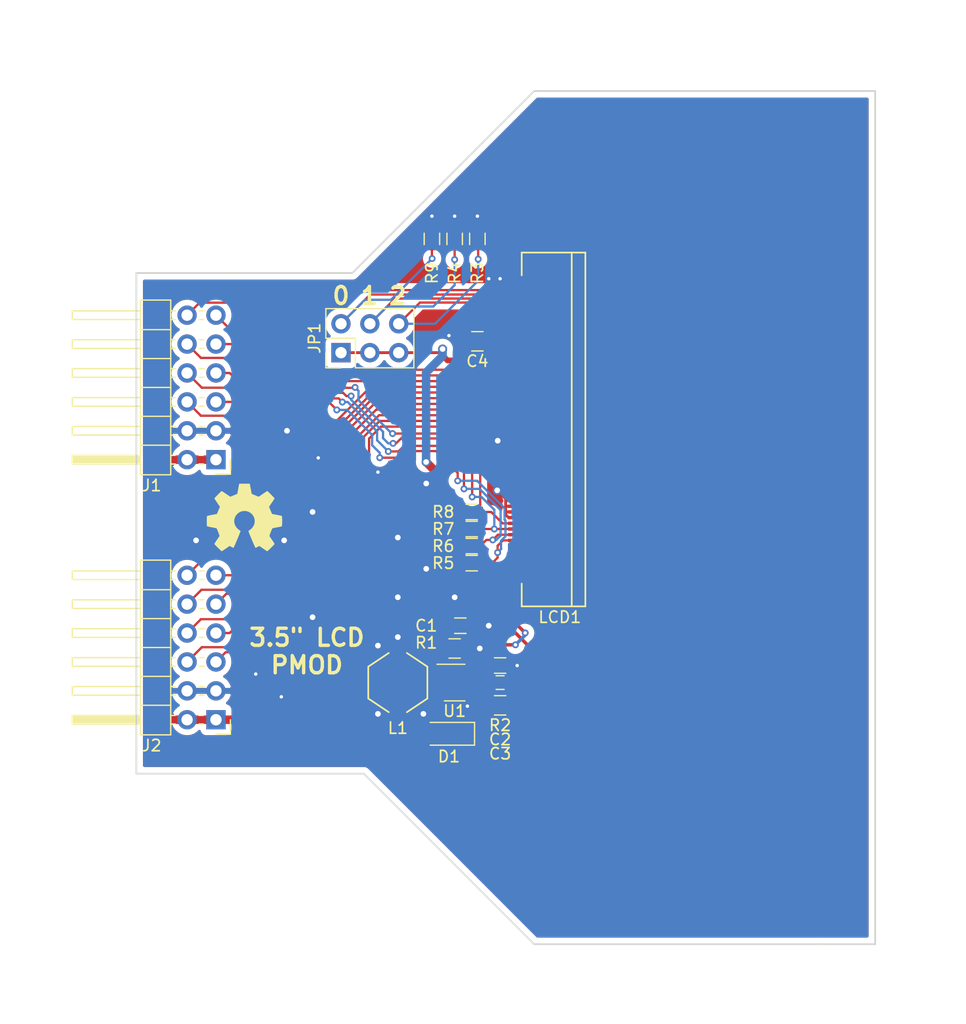
<source format=kicad_pcb>
(kicad_pcb (version 20171130) (host pcbnew 5.1.6)

  (general
    (thickness 1.6)
    (drawings 23)
    (tracks 439)
    (zones 0)
    (modules 21)
    (nets 38)
  )

  (page A4)
  (layers
    (0 F.Cu signal)
    (31 B.Cu signal)
    (32 B.Adhes user)
    (33 F.Adhes user)
    (34 B.Paste user)
    (35 F.Paste user)
    (36 B.SilkS user)
    (37 F.SilkS user)
    (38 B.Mask user)
    (39 F.Mask user)
    (40 Dwgs.User user)
    (41 Cmts.User user)
    (42 Eco1.User user)
    (43 Eco2.User user)
    (44 Edge.Cuts user)
    (45 Margin user)
    (46 B.CrtYd user)
    (47 F.CrtYd user)
    (48 B.Fab user)
    (49 F.Fab user)
  )

  (setup
    (last_trace_width 0.1524)
    (user_trace_width 0.18)
    (user_trace_width 0.2)
    (user_trace_width 0.25)
    (user_trace_width 0.3)
    (user_trace_width 0.35)
    (user_trace_width 0.5)
    (user_trace_width 0.75)
    (user_trace_width 1)
    (trace_clearance 0)
    (zone_clearance 0.508)
    (zone_45_only no)
    (trace_min 0.1524)
    (via_size 0.6)
    (via_drill 0.3)
    (via_min_size 0.6)
    (via_min_drill 0.3)
    (user_via 0.8 0.5)
    (user_via 1 0.6)
    (uvia_size 0.3)
    (uvia_drill 0.1)
    (uvias_allowed no)
    (uvia_min_size 0.2)
    (uvia_min_drill 0.1)
    (edge_width 0.15)
    (segment_width 0.2)
    (pcb_text_width 0.3)
    (pcb_text_size 1.5 1.5)
    (mod_edge_width 0.15)
    (mod_text_size 1 1)
    (mod_text_width 0.15)
    (pad_size 1.524 1.524)
    (pad_drill 0.762)
    (pad_to_mask_clearance 0)
    (aux_axis_origin 0 0)
    (visible_elements FFFDFF7F)
    (pcbplotparams
      (layerselection 0x00030_ffffffff)
      (usegerberextensions false)
      (usegerberattributes true)
      (usegerberadvancedattributes true)
      (creategerberjobfile true)
      (excludeedgelayer true)
      (linewidth 0.100000)
      (plotframeref false)
      (viasonmask false)
      (mode 1)
      (useauxorigin false)
      (hpglpennumber 1)
      (hpglpenspeed 20)
      (hpglpendiameter 15.000000)
      (psnegative false)
      (psa4output false)
      (plotreference true)
      (plotvalue true)
      (plotinvisibletext false)
      (padsonsilk false)
      (subtractmaskfromsilk false)
      (outputformat 1)
      (mirror false)
      (drillshape 1)
      (scaleselection 1)
      (outputdirectory ""))
  )

  (net 0 "")
  (net 1 "Net-(C2-Pad1)")
  (net 2 /VBL-)
  (net 3 GND)
  (net 4 "Net-(D1-Pad2)")
  (net 5 "Net-(R1-Pad1)")
  (net 6 +3V3)
  (net 7 /IF0)
  (net 8 /SPDAT)
  (net 9 /SPCLK)
  (net 10 /SPENA)
  (net 11 /~RESET)
  (net 12 /IF1)
  (net 13 /IF2)
  (net 14 /DEN)
  (net 15 /DCLK)
  (net 16 /VSYNC)
  (net 17 /HSYNC)
  (net 18 /DX0)
  (net 19 /DX1)
  (net 20 /DX2)
  (net 21 /DX3)
  (net 22 /DX4)
  (net 23 /DX5)
  (net 24 /DX6)
  (net 25 /DX7)
  (net 26 /VBL+)
  (net 27 "Net-(LCD1-Pad51)")
  (net 28 "Net-(LCD1-Pad47)")
  (net 29 "Net-(LCD1-Pad46)")
  (net 30 "Net-(LCD1-Pad45)")
  (net 31 "Net-(LCD1-Pad44)")
  (net 32 "Net-(LCD1-Pad43)")
  (net 33 "Net-(LCD1-Pad40)")
  (net 34 "Net-(LCD1-Pad39)")
  (net 35 "Net-(LCD1-Pad7)")
  (net 36 "Net-(LCD1-Pad6)")
  (net 37 "Net-(LCD1-Pad5)")

  (net_class Default "This is the default net class."
    (clearance 0)
    (trace_width 0.1524)
    (via_dia 0.6)
    (via_drill 0.3)
    (uvia_dia 0.3)
    (uvia_drill 0.1)
    (add_net +3V3)
    (add_net /DCLK)
    (add_net /DEN)
    (add_net /DX0)
    (add_net /DX1)
    (add_net /DX2)
    (add_net /DX3)
    (add_net /DX4)
    (add_net /DX5)
    (add_net /DX6)
    (add_net /DX7)
    (add_net /HSYNC)
    (add_net /IF0)
    (add_net /IF1)
    (add_net /IF2)
    (add_net /SPCLK)
    (add_net /SPDAT)
    (add_net /SPENA)
    (add_net /VBL+)
    (add_net /VBL-)
    (add_net /VSYNC)
    (add_net /~RESET)
    (add_net GND)
    (add_net "Net-(C2-Pad1)")
    (add_net "Net-(D1-Pad2)")
    (add_net "Net-(LCD1-Pad39)")
    (add_net "Net-(LCD1-Pad40)")
    (add_net "Net-(LCD1-Pad43)")
    (add_net "Net-(LCD1-Pad44)")
    (add_net "Net-(LCD1-Pad45)")
    (add_net "Net-(LCD1-Pad46)")
    (add_net "Net-(LCD1-Pad47)")
    (add_net "Net-(LCD1-Pad5)")
    (add_net "Net-(LCD1-Pad51)")
    (add_net "Net-(LCD1-Pad6)")
    (add_net "Net-(LCD1-Pad7)")
    (add_net "Net-(R1-Pad1)")
  )

  (module "Custom Parts:CviLux_CF25541D0R0-05-NH" (layer F.Cu) (tedit 5ED143E2) (tstamp 5A4B8BEB)
    (at 141 62.75 90)
    (path /5A4A88DD)
    (fp_text reference LCD1 (at -16.5 3.25 180) (layer F.SilkS)
      (effects (font (size 1 1) (thickness 0.15)))
    )
    (fp_text value LQ035NC111 (at 0 1.85 90) (layer F.Fab)
      (effects (font (size 1 1) (thickness 0.15)))
    )
    (fp_line (start -15.55 -0.1) (end -13.55 -0.1) (layer F.SilkS) (width 0.15))
    (fp_line (start -15.55 5.5) (end -15.55 -0.1) (layer F.SilkS) (width 0.15))
    (fp_line (start 15.55 5.5) (end -15.55 5.5) (layer F.SilkS) (width 0.15))
    (fp_line (start 15.55 -0.1) (end 15.55 5.5) (layer F.SilkS) (width 0.15))
    (fp_line (start 13.55 -0.1) (end 15.55 -0.1) (layer F.SilkS) (width 0.15))
    (fp_line (start 15.55 4.3) (end -15.55 4.3) (layer F.SilkS) (width 0.15))
    (pad M smd rect (at 15.05 2.1 90) (size 2 1.8) (layers F.Cu F.Paste F.Mask))
    (pad M smd rect (at -15.05 2.1 90) (size 2 1.8) (layers F.Cu F.Paste F.Mask))
    (pad 1 smd rect (at -13.25 -0.65 90) (size 0.3 1.3) (layers F.Cu F.Paste F.Mask)
      (net 2 /VBL-))
    (pad 2 smd rect (at -12.75 -0.65 90) (size 0.3 1.3) (layers F.Cu F.Paste F.Mask)
      (net 2 /VBL-))
    (pad 3 smd rect (at -12.25 -0.65 90) (size 0.3 1.3) (layers F.Cu F.Paste F.Mask)
      (net 26 /VBL+))
    (pad 4 smd rect (at -11.75 -0.65 90) (size 0.3 1.3) (layers F.Cu F.Paste F.Mask)
      (net 26 /VBL+))
    (pad 5 smd rect (at -11.25 -0.65 90) (size 0.3 1.3) (layers F.Cu F.Paste F.Mask)
      (net 37 "Net-(LCD1-Pad5)"))
    (pad 6 smd rect (at -10.75 -0.65 90) (size 0.3 1.3) (layers F.Cu F.Paste F.Mask)
      (net 36 "Net-(LCD1-Pad6)"))
    (pad 7 smd rect (at -10.25 -0.65 90) (size 0.3 1.3) (layers F.Cu F.Paste F.Mask)
      (net 35 "Net-(LCD1-Pad7)"))
    (pad 8 smd rect (at -9.75 -0.65 90) (size 0.3 1.3) (layers F.Cu F.Paste F.Mask)
      (net 11 /~RESET))
    (pad 9 smd rect (at -9.25 -0.65 90) (size 0.3 1.3) (layers F.Cu F.Paste F.Mask)
      (net 10 /SPENA))
    (pad 10 smd rect (at -8.75 -0.65 90) (size 0.3 1.3) (layers F.Cu F.Paste F.Mask)
      (net 9 /SPCLK))
    (pad 11 smd rect (at -8.25 -0.65 90) (size 0.3 1.3) (layers F.Cu F.Paste F.Mask)
      (net 8 /SPDAT))
    (pad 12 smd rect (at -7.75 -0.65 90) (size 0.3 1.3) (layers F.Cu F.Paste F.Mask)
      (net 3 GND))
    (pad 13 smd rect (at -7.25 -0.65 90) (size 0.3 1.3) (layers F.Cu F.Paste F.Mask)
      (net 3 GND))
    (pad 14 smd rect (at -6.75 -0.65 90) (size 0.3 1.3) (layers F.Cu F.Paste F.Mask)
      (net 3 GND))
    (pad 15 smd rect (at -6.25 -0.65 90) (size 0.3 1.3) (layers F.Cu F.Paste F.Mask)
      (net 3 GND))
    (pad 16 smd rect (at -5.75 -0.65 90) (size 0.3 1.3) (layers F.Cu F.Paste F.Mask)
      (net 3 GND))
    (pad 17 smd rect (at -5.25 -0.65 90) (size 0.3 1.3) (layers F.Cu F.Paste F.Mask)
      (net 3 GND))
    (pad 18 smd rect (at -4.75 -0.65 90) (size 0.3 1.3) (layers F.Cu F.Paste F.Mask)
      (net 3 GND))
    (pad 19 smd rect (at -4.25 -0.65 90) (size 0.3 1.3) (layers F.Cu F.Paste F.Mask)
      (net 3 GND))
    (pad 20 smd rect (at -3.75 -0.65 90) (size 0.3 1.3) (layers F.Cu F.Paste F.Mask)
      (net 3 GND))
    (pad 21 smd rect (at -3.25 -0.65 90) (size 0.3 1.3) (layers F.Cu F.Paste F.Mask)
      (net 3 GND))
    (pad 22 smd rect (at -2.75 -0.65 90) (size 0.3 1.3) (layers F.Cu F.Paste F.Mask)
      (net 3 GND))
    (pad 23 smd rect (at -2.25 -0.65 90) (size 0.3 1.3) (layers F.Cu F.Paste F.Mask)
      (net 3 GND))
    (pad 24 smd rect (at -1.75 -0.65 90) (size 0.3 1.3) (layers F.Cu F.Paste F.Mask)
      (net 3 GND))
    (pad 25 smd rect (at -1.25 -0.65 90) (size 0.3 1.3) (layers F.Cu F.Paste F.Mask)
      (net 3 GND))
    (pad 26 smd rect (at -0.75 -0.65 90) (size 0.3 1.3) (layers F.Cu F.Paste F.Mask)
      (net 3 GND))
    (pad 27 smd rect (at -0.25 -0.65 90) (size 0.3 1.3) (layers F.Cu F.Paste F.Mask)
      (net 3 GND))
    (pad 28 smd rect (at 0.25 -0.65 90) (size 0.3 1.3) (layers F.Cu F.Paste F.Mask)
      (net 18 /DX0))
    (pad 29 smd rect (at 0.75 -0.65 90) (size 0.3 1.3) (layers F.Cu F.Paste F.Mask)
      (net 19 /DX1))
    (pad 30 smd rect (at 1.25 -0.65 90) (size 0.3 1.3) (layers F.Cu F.Paste F.Mask)
      (net 20 /DX2))
    (pad 31 smd rect (at 1.75 -0.65 90) (size 0.3 1.3) (layers F.Cu F.Paste F.Mask)
      (net 21 /DX3))
    (pad 32 smd rect (at 2.25 -0.65 90) (size 0.3 1.3) (layers F.Cu F.Paste F.Mask)
      (net 22 /DX4))
    (pad 33 smd rect (at 2.75 -0.65 90) (size 0.3 1.3) (layers F.Cu F.Paste F.Mask)
      (net 23 /DX5))
    (pad 34 smd rect (at 3.25 -0.65 90) (size 0.3 1.3) (layers F.Cu F.Paste F.Mask)
      (net 24 /DX6))
    (pad 35 smd rect (at 3.75 -0.65 90) (size 0.3 1.3) (layers F.Cu F.Paste F.Mask)
      (net 25 /DX7))
    (pad 36 smd rect (at 4.25 -0.65 90) (size 0.3 1.3) (layers F.Cu F.Paste F.Mask)
      (net 17 /HSYNC))
    (pad 37 smd rect (at 4.75 -0.65 90) (size 0.3 1.3) (layers F.Cu F.Paste F.Mask)
      (net 16 /VSYNC))
    (pad 38 smd rect (at 5.25 -0.65 90) (size 0.3 1.3) (layers F.Cu F.Paste F.Mask)
      (net 15 /DCLK))
    (pad 39 smd rect (at 5.75 -0.65 90) (size 0.3 1.3) (layers F.Cu F.Paste F.Mask)
      (net 34 "Net-(LCD1-Pad39)"))
    (pad 40 smd rect (at 6.25 -0.65 90) (size 0.3 1.3) (layers F.Cu F.Paste F.Mask)
      (net 33 "Net-(LCD1-Pad40)"))
    (pad 41 smd rect (at 6.75 -0.65 90) (size 0.3 1.3) (layers F.Cu F.Paste F.Mask)
      (net 6 +3V3))
    (pad 42 smd rect (at 7.25 -0.65 90) (size 0.3 1.3) (layers F.Cu F.Paste F.Mask)
      (net 6 +3V3))
    (pad 43 smd rect (at 7.75 -0.65 90) (size 0.3 1.3) (layers F.Cu F.Paste F.Mask)
      (net 32 "Net-(LCD1-Pad43)"))
    (pad 44 smd rect (at 8.25 -0.65 90) (size 0.3 1.3) (layers F.Cu F.Paste F.Mask)
      (net 31 "Net-(LCD1-Pad44)"))
    (pad 45 smd rect (at 8.75 -0.65 90) (size 0.3 1.3) (layers F.Cu F.Paste F.Mask)
      (net 30 "Net-(LCD1-Pad45)"))
    (pad 46 smd rect (at 9.25 -0.65 90) (size 0.3 1.3) (layers F.Cu F.Paste F.Mask)
      (net 29 "Net-(LCD1-Pad46)"))
    (pad 47 smd rect (at 9.75 -0.65 90) (size 0.3 1.3) (layers F.Cu F.Paste F.Mask)
      (net 28 "Net-(LCD1-Pad47)"))
    (pad 48 smd rect (at 10.25 -0.65 90) (size 0.3 1.3) (layers F.Cu F.Paste F.Mask)
      (net 13 /IF2))
    (pad 49 smd rect (at 10.75 -0.65 90) (size 0.3 1.3) (layers F.Cu F.Paste F.Mask)
      (net 12 /IF1))
    (pad 50 smd rect (at 11.25 -0.65 90) (size 0.3 1.3) (layers F.Cu F.Paste F.Mask)
      (net 7 /IF0))
    (pad 51 smd rect (at 11.75 -0.65 90) (size 0.3 1.3) (layers F.Cu F.Paste F.Mask)
      (net 27 "Net-(LCD1-Pad51)"))
    (pad 52 smd rect (at 12.25 -0.65 90) (size 0.3 1.3) (layers F.Cu F.Paste F.Mask)
      (net 14 /DEN))
    (pad 53 smd rect (at 12.75 -0.65 90) (size 0.3 1.3) (layers F.Cu F.Paste F.Mask)
      (net 3 GND))
    (pad 54 smd rect (at 13.25 -0.65 90) (size 0.3 1.3) (layers F.Cu F.Paste F.Mask)
      (net 3 GND))
  )

  (module Symbols:OSHW-Symbol_6.7x6mm_SilkScreen (layer F.Cu) (tedit 0) (tstamp 5A4AEBC7)
    (at 116.5 70.5)
    (descr "Open Source Hardware Symbol")
    (tags "Logo Symbol OSHW")
    (attr virtual)
    (fp_text reference REF*** (at 0 0) (layer F.SilkS) hide
      (effects (font (size 1 1) (thickness 0.15)))
    )
    (fp_text value OSHW-Symbol_6.7x6mm_SilkScreen (at 0.75 0) (layer F.Fab) hide
      (effects (font (size 1 1) (thickness 0.15)))
    )
    (fp_poly (pts (xy 0.555814 -2.531069) (xy 0.639635 -2.086445) (xy 0.94892 -1.958947) (xy 1.258206 -1.831449)
      (xy 1.629246 -2.083754) (xy 1.733157 -2.154004) (xy 1.827087 -2.216728) (xy 1.906652 -2.269062)
      (xy 1.96747 -2.308143) (xy 2.005157 -2.331107) (xy 2.015421 -2.336058) (xy 2.03391 -2.323324)
      (xy 2.07342 -2.288118) (xy 2.129522 -2.234938) (xy 2.197787 -2.168282) (xy 2.273786 -2.092646)
      (xy 2.353092 -2.012528) (xy 2.431275 -1.932426) (xy 2.503907 -1.856836) (xy 2.566559 -1.790255)
      (xy 2.614803 -1.737182) (xy 2.64421 -1.702113) (xy 2.651241 -1.690377) (xy 2.641123 -1.66874)
      (xy 2.612759 -1.621338) (xy 2.569129 -1.552807) (xy 2.513218 -1.467785) (xy 2.448006 -1.370907)
      (xy 2.410219 -1.31565) (xy 2.341343 -1.214752) (xy 2.28014 -1.123701) (xy 2.229578 -1.04703)
      (xy 2.192628 -0.989272) (xy 2.172258 -0.954957) (xy 2.169197 -0.947746) (xy 2.176136 -0.927252)
      (xy 2.195051 -0.879487) (xy 2.223087 -0.811168) (xy 2.257391 -0.729011) (xy 2.295109 -0.63973)
      (xy 2.333387 -0.550042) (xy 2.36937 -0.466662) (xy 2.400206 -0.396306) (xy 2.423039 -0.34569)
      (xy 2.435017 -0.321529) (xy 2.435724 -0.320578) (xy 2.454531 -0.315964) (xy 2.504618 -0.305672)
      (xy 2.580793 -0.290713) (xy 2.677865 -0.272099) (xy 2.790643 -0.250841) (xy 2.856442 -0.238582)
      (xy 2.97695 -0.215638) (xy 3.085797 -0.193805) (xy 3.177476 -0.174278) (xy 3.246481 -0.158252)
      (xy 3.287304 -0.146921) (xy 3.295511 -0.143326) (xy 3.303548 -0.118994) (xy 3.310033 -0.064041)
      (xy 3.31497 0.015108) (xy 3.318364 0.112026) (xy 3.320218 0.220287) (xy 3.320538 0.333465)
      (xy 3.319327 0.445135) (xy 3.31659 0.548868) (xy 3.312331 0.638241) (xy 3.306555 0.706826)
      (xy 3.299267 0.748197) (xy 3.294895 0.75681) (xy 3.268764 0.767133) (xy 3.213393 0.781892)
      (xy 3.136107 0.799352) (xy 3.04423 0.81778) (xy 3.012158 0.823741) (xy 2.857524 0.852066)
      (xy 2.735375 0.874876) (xy 2.641673 0.89308) (xy 2.572384 0.907583) (xy 2.523471 0.919292)
      (xy 2.490897 0.929115) (xy 2.470628 0.937956) (xy 2.458626 0.946724) (xy 2.456947 0.948457)
      (xy 2.440184 0.976371) (xy 2.414614 1.030695) (xy 2.382788 1.104777) (xy 2.34726 1.191965)
      (xy 2.310583 1.285608) (xy 2.275311 1.379052) (xy 2.243996 1.465647) (xy 2.219193 1.53874)
      (xy 2.203454 1.591678) (xy 2.199332 1.617811) (xy 2.199676 1.618726) (xy 2.213641 1.640086)
      (xy 2.245322 1.687084) (xy 2.291391 1.754827) (xy 2.348518 1.838423) (xy 2.413373 1.932982)
      (xy 2.431843 1.959854) (xy 2.497699 2.057275) (xy 2.55565 2.146163) (xy 2.602538 2.221412)
      (xy 2.635207 2.27792) (xy 2.6505 2.310581) (xy 2.651241 2.314593) (xy 2.638392 2.335684)
      (xy 2.602888 2.377464) (xy 2.549293 2.435445) (xy 2.482171 2.505135) (xy 2.406087 2.582045)
      (xy 2.325604 2.661683) (xy 2.245287 2.739561) (xy 2.169699 2.811186) (xy 2.103405 2.87207)
      (xy 2.050969 2.917721) (xy 2.016955 2.94365) (xy 2.007545 2.947883) (xy 1.985643 2.937912)
      (xy 1.9408 2.91102) (xy 1.880321 2.871736) (xy 1.833789 2.840117) (xy 1.749475 2.782098)
      (xy 1.649626 2.713784) (xy 1.549473 2.645579) (xy 1.495627 2.609075) (xy 1.313371 2.4858)
      (xy 1.160381 2.56852) (xy 1.090682 2.604759) (xy 1.031414 2.632926) (xy 0.991311 2.648991)
      (xy 0.981103 2.651226) (xy 0.968829 2.634722) (xy 0.944613 2.588082) (xy 0.910263 2.515609)
      (xy 0.867588 2.421606) (xy 0.818394 2.310374) (xy 0.76449 2.186215) (xy 0.707684 2.053432)
      (xy 0.649782 1.916327) (xy 0.592593 1.779202) (xy 0.537924 1.646358) (xy 0.487584 1.522098)
      (xy 0.44338 1.410725) (xy 0.407119 1.316539) (xy 0.380609 1.243844) (xy 0.365658 1.196941)
      (xy 0.363254 1.180833) (xy 0.382311 1.160286) (xy 0.424036 1.126933) (xy 0.479706 1.087702)
      (xy 0.484378 1.084599) (xy 0.628264 0.969423) (xy 0.744283 0.835053) (xy 0.83143 0.685784)
      (xy 0.888699 0.525913) (xy 0.915086 0.359737) (xy 0.909585 0.191552) (xy 0.87119 0.025655)
      (xy 0.798895 -0.133658) (xy 0.777626 -0.168513) (xy 0.666996 -0.309263) (xy 0.536302 -0.422286)
      (xy 0.390064 -0.506997) (xy 0.232808 -0.562806) (xy 0.069057 -0.589126) (xy -0.096667 -0.58537)
      (xy -0.259838 -0.55095) (xy -0.415935 -0.485277) (xy -0.560433 -0.387765) (xy -0.605131 -0.348187)
      (xy -0.718888 -0.224297) (xy -0.801782 -0.093876) (xy -0.858644 0.052315) (xy -0.890313 0.197088)
      (xy -0.898131 0.35986) (xy -0.872062 0.52344) (xy -0.814755 0.682298) (xy -0.728856 0.830906)
      (xy -0.617014 0.963735) (xy -0.481877 1.075256) (xy -0.464117 1.087011) (xy -0.40785 1.125508)
      (xy -0.365077 1.158863) (xy -0.344628 1.18016) (xy -0.344331 1.180833) (xy -0.348721 1.203871)
      (xy -0.366124 1.256157) (xy -0.394732 1.33339) (xy -0.432735 1.431268) (xy -0.478326 1.545491)
      (xy -0.529697 1.671758) (xy -0.585038 1.805767) (xy -0.642542 1.943218) (xy -0.700399 2.079808)
      (xy -0.756802 2.211237) (xy -0.809942 2.333205) (xy -0.85801 2.441409) (xy -0.899199 2.531549)
      (xy -0.931699 2.599323) (xy -0.953703 2.64043) (xy -0.962564 2.651226) (xy -0.98964 2.642819)
      (xy -1.040303 2.620272) (xy -1.105817 2.587613) (xy -1.141841 2.56852) (xy -1.294832 2.4858)
      (xy -1.477088 2.609075) (xy -1.570125 2.672228) (xy -1.671985 2.741727) (xy -1.767438 2.807165)
      (xy -1.81525 2.840117) (xy -1.882495 2.885273) (xy -1.939436 2.921057) (xy -1.978646 2.942938)
      (xy -1.991381 2.947563) (xy -2.009917 2.935085) (xy -2.050941 2.900252) (xy -2.110475 2.846678)
      (xy -2.184542 2.777983) (xy -2.269165 2.697781) (xy -2.322685 2.646286) (xy -2.416319 2.554286)
      (xy -2.497241 2.471999) (xy -2.562177 2.402945) (xy -2.607858 2.350644) (xy -2.631011 2.318616)
      (xy -2.633232 2.312116) (xy -2.622924 2.287394) (xy -2.594439 2.237405) (xy -2.550937 2.167212)
      (xy -2.495577 2.081875) (xy -2.43152 1.986456) (xy -2.413303 1.959854) (xy -2.346927 1.863167)
      (xy -2.287378 1.776117) (xy -2.237984 1.703595) (xy -2.202075 1.650493) (xy -2.182981 1.621703)
      (xy -2.181136 1.618726) (xy -2.183895 1.595782) (xy -2.198538 1.545336) (xy -2.222513 1.474041)
      (xy -2.253266 1.388547) (xy -2.288244 1.295507) (xy -2.324893 1.201574) (xy -2.360661 1.113399)
      (xy -2.392994 1.037634) (xy -2.419338 0.980931) (xy -2.437142 0.949943) (xy -2.438407 0.948457)
      (xy -2.449294 0.939601) (xy -2.467682 0.930843) (xy -2.497606 0.921277) (xy -2.543103 0.909996)
      (xy -2.608209 0.896093) (xy -2.696961 0.878663) (xy -2.813393 0.856798) (xy -2.961542 0.829591)
      (xy -2.993618 0.823741) (xy -3.088686 0.805374) (xy -3.171565 0.787405) (xy -3.23493 0.771569)
      (xy -3.271458 0.7596) (xy -3.276356 0.75681) (xy -3.284427 0.732072) (xy -3.290987 0.67679)
      (xy -3.296033 0.597389) (xy -3.299559 0.500296) (xy -3.301561 0.391938) (xy -3.302036 0.27874)
      (xy -3.300977 0.167128) (xy -3.298382 0.063529) (xy -3.294246 -0.025632) (xy -3.288563 -0.093928)
      (xy -3.281331 -0.134934) (xy -3.276971 -0.143326) (xy -3.252698 -0.151792) (xy -3.197426 -0.165565)
      (xy -3.116662 -0.18345) (xy -3.015912 -0.204252) (xy -2.900683 -0.226777) (xy -2.837902 -0.238582)
      (xy -2.718787 -0.260849) (xy -2.612565 -0.281021) (xy -2.524427 -0.298085) (xy -2.459566 -0.311031)
      (xy -2.423174 -0.318845) (xy -2.417184 -0.320578) (xy -2.407061 -0.34011) (xy -2.385662 -0.387157)
      (xy -2.355839 -0.454997) (xy -2.320445 -0.536909) (xy -2.282332 -0.626172) (xy -2.244353 -0.716065)
      (xy -2.20936 -0.799865) (xy -2.180206 -0.870853) (xy -2.159743 -0.922306) (xy -2.150823 -0.947503)
      (xy -2.150657 -0.948604) (xy -2.160769 -0.968481) (xy -2.189117 -1.014223) (xy -2.232723 -1.081283)
      (xy -2.288606 -1.165116) (xy -2.353787 -1.261174) (xy -2.391679 -1.31635) (xy -2.460725 -1.417519)
      (xy -2.52205 -1.50937) (xy -2.572663 -1.587256) (xy -2.609571 -1.646531) (xy -2.629782 -1.682549)
      (xy -2.632701 -1.690623) (xy -2.620153 -1.709416) (xy -2.585463 -1.749543) (xy -2.533063 -1.806507)
      (xy -2.467384 -1.875815) (xy -2.392856 -1.952969) (xy -2.313913 -2.033475) (xy -2.234983 -2.112837)
      (xy -2.1605 -2.18656) (xy -2.094894 -2.250148) (xy -2.042596 -2.299106) (xy -2.008039 -2.328939)
      (xy -1.996478 -2.336058) (xy -1.977654 -2.326047) (xy -1.932631 -2.297922) (xy -1.865787 -2.254546)
      (xy -1.781499 -2.198782) (xy -1.684144 -2.133494) (xy -1.610707 -2.083754) (xy -1.239667 -1.831449)
      (xy -0.621095 -2.086445) (xy -0.537275 -2.531069) (xy -0.453454 -2.975693) (xy 0.471994 -2.975693)
      (xy 0.555814 -2.531069)) (layer F.SilkS) (width 0.01))
  )

  (module "Custom Parts:PMOD_2x06_2.54mm" (layer F.Cu) (tedit 5A4A9F9F) (tstamp 5A4AAEAE)
    (at 114 65.405 180)
    (descr "Through hole angled pin header, 2x06, 2.54mm pitch, 6mm pin length, double rows")
    (tags "Through hole angled pin header THT 2x06 2.54mm double row")
    (path /5A4AA63D)
    (fp_text reference J1 (at 5.655 -2.27 180) (layer F.SilkS)
      (effects (font (size 1 1) (thickness 0.15)))
    )
    (fp_text value PMOD_0 (at 5.655 14.97 180) (layer F.Fab)
      (effects (font (size 1 1) (thickness 0.15)))
    )
    (fp_line (start 13.1 -1.8) (end -1.8 -1.8) (layer F.CrtYd) (width 0.05))
    (fp_line (start 13.1 14.5) (end 13.1 -1.8) (layer F.CrtYd) (width 0.05))
    (fp_line (start -1.8 14.5) (end 13.1 14.5) (layer F.CrtYd) (width 0.05))
    (fp_line (start -1.8 -1.8) (end -1.8 14.5) (layer F.CrtYd) (width 0.05))
    (fp_line (start -1.27 -1.27) (end 0 -1.27) (layer F.SilkS) (width 0.12))
    (fp_line (start -1.27 0) (end -1.27 -1.27) (layer F.SilkS) (width 0.12))
    (fp_line (start 1.042929 13.08) (end 1.497071 13.08) (layer F.SilkS) (width 0.12))
    (fp_line (start 1.042929 12.32) (end 1.497071 12.32) (layer F.SilkS) (width 0.12))
    (fp_line (start 3.582929 13.08) (end 3.98 13.08) (layer F.SilkS) (width 0.12))
    (fp_line (start 3.582929 12.32) (end 3.98 12.32) (layer F.SilkS) (width 0.12))
    (fp_line (start 12.64 13.08) (end 6.64 13.08) (layer F.SilkS) (width 0.12))
    (fp_line (start 12.64 12.32) (end 12.64 13.08) (layer F.SilkS) (width 0.12))
    (fp_line (start 6.64 12.32) (end 12.64 12.32) (layer F.SilkS) (width 0.12))
    (fp_line (start 3.98 11.43) (end 6.64 11.43) (layer F.SilkS) (width 0.12))
    (fp_line (start 1.042929 10.54) (end 1.497071 10.54) (layer F.SilkS) (width 0.12))
    (fp_line (start 1.042929 9.78) (end 1.497071 9.78) (layer F.SilkS) (width 0.12))
    (fp_line (start 3.582929 10.54) (end 3.98 10.54) (layer F.SilkS) (width 0.12))
    (fp_line (start 3.582929 9.78) (end 3.98 9.78) (layer F.SilkS) (width 0.12))
    (fp_line (start 12.64 10.54) (end 6.64 10.54) (layer F.SilkS) (width 0.12))
    (fp_line (start 12.64 9.78) (end 12.64 10.54) (layer F.SilkS) (width 0.12))
    (fp_line (start 6.64 9.78) (end 12.64 9.78) (layer F.SilkS) (width 0.12))
    (fp_line (start 3.98 8.89) (end 6.64 8.89) (layer F.SilkS) (width 0.12))
    (fp_line (start 1.042929 8) (end 1.497071 8) (layer F.SilkS) (width 0.12))
    (fp_line (start 1.042929 7.24) (end 1.497071 7.24) (layer F.SilkS) (width 0.12))
    (fp_line (start 3.582929 8) (end 3.98 8) (layer F.SilkS) (width 0.12))
    (fp_line (start 3.582929 7.24) (end 3.98 7.24) (layer F.SilkS) (width 0.12))
    (fp_line (start 12.64 8) (end 6.64 8) (layer F.SilkS) (width 0.12))
    (fp_line (start 12.64 7.24) (end 12.64 8) (layer F.SilkS) (width 0.12))
    (fp_line (start 6.64 7.24) (end 12.64 7.24) (layer F.SilkS) (width 0.12))
    (fp_line (start 3.98 6.35) (end 6.64 6.35) (layer F.SilkS) (width 0.12))
    (fp_line (start 1.042929 5.46) (end 1.497071 5.46) (layer F.SilkS) (width 0.12))
    (fp_line (start 1.042929 4.7) (end 1.497071 4.7) (layer F.SilkS) (width 0.12))
    (fp_line (start 3.582929 5.46) (end 3.98 5.46) (layer F.SilkS) (width 0.12))
    (fp_line (start 3.582929 4.7) (end 3.98 4.7) (layer F.SilkS) (width 0.12))
    (fp_line (start 12.64 5.46) (end 6.64 5.46) (layer F.SilkS) (width 0.12))
    (fp_line (start 12.64 4.7) (end 12.64 5.46) (layer F.SilkS) (width 0.12))
    (fp_line (start 6.64 4.7) (end 12.64 4.7) (layer F.SilkS) (width 0.12))
    (fp_line (start 3.98 3.81) (end 6.64 3.81) (layer F.SilkS) (width 0.12))
    (fp_line (start 1.042929 2.92) (end 1.497071 2.92) (layer F.SilkS) (width 0.12))
    (fp_line (start 1.042929 2.16) (end 1.497071 2.16) (layer F.SilkS) (width 0.12))
    (fp_line (start 3.582929 2.92) (end 3.98 2.92) (layer F.SilkS) (width 0.12))
    (fp_line (start 3.582929 2.16) (end 3.98 2.16) (layer F.SilkS) (width 0.12))
    (fp_line (start 12.64 2.92) (end 6.64 2.92) (layer F.SilkS) (width 0.12))
    (fp_line (start 12.64 2.16) (end 12.64 2.92) (layer F.SilkS) (width 0.12))
    (fp_line (start 6.64 2.16) (end 12.64 2.16) (layer F.SilkS) (width 0.12))
    (fp_line (start 3.98 1.27) (end 6.64 1.27) (layer F.SilkS) (width 0.12))
    (fp_line (start 1.11 0.38) (end 1.497071 0.38) (layer F.SilkS) (width 0.12))
    (fp_line (start 1.11 -0.38) (end 1.497071 -0.38) (layer F.SilkS) (width 0.12))
    (fp_line (start 3.582929 0.38) (end 3.98 0.38) (layer F.SilkS) (width 0.12))
    (fp_line (start 3.582929 -0.38) (end 3.98 -0.38) (layer F.SilkS) (width 0.12))
    (fp_line (start 6.64 0.28) (end 12.64 0.28) (layer F.SilkS) (width 0.12))
    (fp_line (start 6.64 0.16) (end 12.64 0.16) (layer F.SilkS) (width 0.12))
    (fp_line (start 6.64 0.04) (end 12.64 0.04) (layer F.SilkS) (width 0.12))
    (fp_line (start 6.64 -0.08) (end 12.64 -0.08) (layer F.SilkS) (width 0.12))
    (fp_line (start 6.64 -0.2) (end 12.64 -0.2) (layer F.SilkS) (width 0.12))
    (fp_line (start 6.64 -0.32) (end 12.64 -0.32) (layer F.SilkS) (width 0.12))
    (fp_line (start 12.64 0.38) (end 6.64 0.38) (layer F.SilkS) (width 0.12))
    (fp_line (start 12.64 -0.38) (end 12.64 0.38) (layer F.SilkS) (width 0.12))
    (fp_line (start 6.64 -0.38) (end 12.64 -0.38) (layer F.SilkS) (width 0.12))
    (fp_line (start 6.64 -1.33) (end 3.98 -1.33) (layer F.SilkS) (width 0.12))
    (fp_line (start 6.64 14.03) (end 6.64 -1.33) (layer F.SilkS) (width 0.12))
    (fp_line (start 3.98 14.03) (end 6.64 14.03) (layer F.SilkS) (width 0.12))
    (fp_line (start 3.98 -1.33) (end 3.98 14.03) (layer F.SilkS) (width 0.12))
    (fp_line (start 6.58 13.02) (end 12.58 13.02) (layer F.Fab) (width 0.1))
    (fp_line (start 12.58 12.38) (end 12.58 13.02) (layer F.Fab) (width 0.1))
    (fp_line (start 6.58 12.38) (end 12.58 12.38) (layer F.Fab) (width 0.1))
    (fp_line (start -0.32 13.02) (end 4.04 13.02) (layer F.Fab) (width 0.1))
    (fp_line (start -0.32 12.38) (end -0.32 13.02) (layer F.Fab) (width 0.1))
    (fp_line (start -0.32 12.38) (end 4.04 12.38) (layer F.Fab) (width 0.1))
    (fp_line (start 6.58 10.48) (end 12.58 10.48) (layer F.Fab) (width 0.1))
    (fp_line (start 12.58 9.84) (end 12.58 10.48) (layer F.Fab) (width 0.1))
    (fp_line (start 6.58 9.84) (end 12.58 9.84) (layer F.Fab) (width 0.1))
    (fp_line (start -0.32 10.48) (end 4.04 10.48) (layer F.Fab) (width 0.1))
    (fp_line (start -0.32 9.84) (end -0.32 10.48) (layer F.Fab) (width 0.1))
    (fp_line (start -0.32 9.84) (end 4.04 9.84) (layer F.Fab) (width 0.1))
    (fp_line (start 6.58 7.94) (end 12.58 7.94) (layer F.Fab) (width 0.1))
    (fp_line (start 12.58 7.3) (end 12.58 7.94) (layer F.Fab) (width 0.1))
    (fp_line (start 6.58 7.3) (end 12.58 7.3) (layer F.Fab) (width 0.1))
    (fp_line (start -0.32 7.94) (end 4.04 7.94) (layer F.Fab) (width 0.1))
    (fp_line (start -0.32 7.3) (end -0.32 7.94) (layer F.Fab) (width 0.1))
    (fp_line (start -0.32 7.3) (end 4.04 7.3) (layer F.Fab) (width 0.1))
    (fp_line (start 6.58 5.4) (end 12.58 5.4) (layer F.Fab) (width 0.1))
    (fp_line (start 12.58 4.76) (end 12.58 5.4) (layer F.Fab) (width 0.1))
    (fp_line (start 6.58 4.76) (end 12.58 4.76) (layer F.Fab) (width 0.1))
    (fp_line (start -0.32 5.4) (end 4.04 5.4) (layer F.Fab) (width 0.1))
    (fp_line (start -0.32 4.76) (end -0.32 5.4) (layer F.Fab) (width 0.1))
    (fp_line (start -0.32 4.76) (end 4.04 4.76) (layer F.Fab) (width 0.1))
    (fp_line (start 6.58 2.86) (end 12.58 2.86) (layer F.Fab) (width 0.1))
    (fp_line (start 12.58 2.22) (end 12.58 2.86) (layer F.Fab) (width 0.1))
    (fp_line (start 6.58 2.22) (end 12.58 2.22) (layer F.Fab) (width 0.1))
    (fp_line (start -0.32 2.86) (end 4.04 2.86) (layer F.Fab) (width 0.1))
    (fp_line (start -0.32 2.22) (end -0.32 2.86) (layer F.Fab) (width 0.1))
    (fp_line (start -0.32 2.22) (end 4.04 2.22) (layer F.Fab) (width 0.1))
    (fp_line (start 6.58 0.32) (end 12.58 0.32) (layer F.Fab) (width 0.1))
    (fp_line (start 12.58 -0.32) (end 12.58 0.32) (layer F.Fab) (width 0.1))
    (fp_line (start 6.58 -0.32) (end 12.58 -0.32) (layer F.Fab) (width 0.1))
    (fp_line (start -0.32 0.32) (end 4.04 0.32) (layer F.Fab) (width 0.1))
    (fp_line (start -0.32 -0.32) (end -0.32 0.32) (layer F.Fab) (width 0.1))
    (fp_line (start -0.32 -0.32) (end 4.04 -0.32) (layer F.Fab) (width 0.1))
    (fp_line (start 4.04 -0.635) (end 4.675 -1.27) (layer F.Fab) (width 0.1))
    (fp_line (start 4.04 13.97) (end 4.04 -0.635) (layer F.Fab) (width 0.1))
    (fp_line (start 6.58 13.97) (end 4.04 13.97) (layer F.Fab) (width 0.1))
    (fp_line (start 6.58 -1.27) (end 6.58 13.97) (layer F.Fab) (width 0.1))
    (fp_line (start 4.675 -1.27) (end 6.58 -1.27) (layer F.Fab) (width 0.1))
    (fp_text user %R (at 5.31 6.35 270) (layer F.Fab)
      (effects (font (size 1 1) (thickness 0.15)))
    )
    (pad 6 thru_hole rect (at 0 0 180) (size 1.7 1.7) (drill 1) (layers *.Cu *.Mask)
      (net 6 +3V3))
    (pad 12 thru_hole oval (at 2.54 0 180) (size 1.7 1.7) (drill 1) (layers *.Cu *.Mask)
      (net 6 +3V3))
    (pad 5 thru_hole oval (at 0 2.54 180) (size 1.7 1.7) (drill 1) (layers *.Cu *.Mask)
      (net 3 GND))
    (pad 11 thru_hole oval (at 2.54 2.54 180) (size 1.7 1.7) (drill 1) (layers *.Cu *.Mask)
      (net 3 GND))
    (pad 4 thru_hole oval (at 0 5.08 180) (size 1.7 1.7) (drill 1) (layers *.Cu *.Mask)
      (net 10 /SPENA))
    (pad 10 thru_hole oval (at 2.54 5.08 180) (size 1.7 1.7) (drill 1) (layers *.Cu *.Mask)
      (net 11 /~RESET))
    (pad 3 thru_hole oval (at 0 7.62 180) (size 1.7 1.7) (drill 1) (layers *.Cu *.Mask)
      (net 8 /SPDAT))
    (pad 9 thru_hole oval (at 2.54 7.62 180) (size 1.7 1.7) (drill 1) (layers *.Cu *.Mask)
      (net 9 /SPCLK))
    (pad 2 thru_hole oval (at 0 10.16 180) (size 1.7 1.7) (drill 1) (layers *.Cu *.Mask)
      (net 16 /VSYNC))
    (pad 8 thru_hole oval (at 2.54 10.16 180) (size 1.7 1.7) (drill 1) (layers *.Cu *.Mask)
      (net 17 /HSYNC))
    (pad 1 thru_hole oval (at 0 12.7 180) (size 1.7 1.7) (drill 1) (layers *.Cu *.Mask)
      (net 15 /DCLK))
    (pad 7 thru_hole oval (at 2.54 12.7 180) (size 1.7 1.7) (drill 1) (layers *.Cu *.Mask)
      (net 14 /DEN))
    (model ${KISYS3DMOD}/Pin_Headers.3dshapes/Pin_Header_Angled_2x06_Pitch2.54mm.wrl
      (at (xyz 0 0 0))
      (scale (xyz 1 1 1))
      (rotate (xyz 0 0 0))
    )
  )

  (module "Custom Parts:PMOD_2x06_2.54mm" (layer F.Cu) (tedit 5A4A9F9F) (tstamp 5A4AAE36)
    (at 114 88.265 180)
    (descr "Through hole angled pin header, 2x06, 2.54mm pitch, 6mm pin length, double rows")
    (tags "Through hole angled pin header THT 2x06 2.54mm double row")
    (path /5A4AB6FC)
    (fp_text reference J2 (at 5.655 -2.27 180) (layer F.SilkS)
      (effects (font (size 1 1) (thickness 0.15)))
    )
    (fp_text value PMOD_1 (at 5.655 14.97 180) (layer F.Fab)
      (effects (font (size 1 1) (thickness 0.15)))
    )
    (fp_line (start 4.675 -1.27) (end 6.58 -1.27) (layer F.Fab) (width 0.1))
    (fp_line (start 6.58 -1.27) (end 6.58 13.97) (layer F.Fab) (width 0.1))
    (fp_line (start 6.58 13.97) (end 4.04 13.97) (layer F.Fab) (width 0.1))
    (fp_line (start 4.04 13.97) (end 4.04 -0.635) (layer F.Fab) (width 0.1))
    (fp_line (start 4.04 -0.635) (end 4.675 -1.27) (layer F.Fab) (width 0.1))
    (fp_line (start -0.32 -0.32) (end 4.04 -0.32) (layer F.Fab) (width 0.1))
    (fp_line (start -0.32 -0.32) (end -0.32 0.32) (layer F.Fab) (width 0.1))
    (fp_line (start -0.32 0.32) (end 4.04 0.32) (layer F.Fab) (width 0.1))
    (fp_line (start 6.58 -0.32) (end 12.58 -0.32) (layer F.Fab) (width 0.1))
    (fp_line (start 12.58 -0.32) (end 12.58 0.32) (layer F.Fab) (width 0.1))
    (fp_line (start 6.58 0.32) (end 12.58 0.32) (layer F.Fab) (width 0.1))
    (fp_line (start -0.32 2.22) (end 4.04 2.22) (layer F.Fab) (width 0.1))
    (fp_line (start -0.32 2.22) (end -0.32 2.86) (layer F.Fab) (width 0.1))
    (fp_line (start -0.32 2.86) (end 4.04 2.86) (layer F.Fab) (width 0.1))
    (fp_line (start 6.58 2.22) (end 12.58 2.22) (layer F.Fab) (width 0.1))
    (fp_line (start 12.58 2.22) (end 12.58 2.86) (layer F.Fab) (width 0.1))
    (fp_line (start 6.58 2.86) (end 12.58 2.86) (layer F.Fab) (width 0.1))
    (fp_line (start -0.32 4.76) (end 4.04 4.76) (layer F.Fab) (width 0.1))
    (fp_line (start -0.32 4.76) (end -0.32 5.4) (layer F.Fab) (width 0.1))
    (fp_line (start -0.32 5.4) (end 4.04 5.4) (layer F.Fab) (width 0.1))
    (fp_line (start 6.58 4.76) (end 12.58 4.76) (layer F.Fab) (width 0.1))
    (fp_line (start 12.58 4.76) (end 12.58 5.4) (layer F.Fab) (width 0.1))
    (fp_line (start 6.58 5.4) (end 12.58 5.4) (layer F.Fab) (width 0.1))
    (fp_line (start -0.32 7.3) (end 4.04 7.3) (layer F.Fab) (width 0.1))
    (fp_line (start -0.32 7.3) (end -0.32 7.94) (layer F.Fab) (width 0.1))
    (fp_line (start -0.32 7.94) (end 4.04 7.94) (layer F.Fab) (width 0.1))
    (fp_line (start 6.58 7.3) (end 12.58 7.3) (layer F.Fab) (width 0.1))
    (fp_line (start 12.58 7.3) (end 12.58 7.94) (layer F.Fab) (width 0.1))
    (fp_line (start 6.58 7.94) (end 12.58 7.94) (layer F.Fab) (width 0.1))
    (fp_line (start -0.32 9.84) (end 4.04 9.84) (layer F.Fab) (width 0.1))
    (fp_line (start -0.32 9.84) (end -0.32 10.48) (layer F.Fab) (width 0.1))
    (fp_line (start -0.32 10.48) (end 4.04 10.48) (layer F.Fab) (width 0.1))
    (fp_line (start 6.58 9.84) (end 12.58 9.84) (layer F.Fab) (width 0.1))
    (fp_line (start 12.58 9.84) (end 12.58 10.48) (layer F.Fab) (width 0.1))
    (fp_line (start 6.58 10.48) (end 12.58 10.48) (layer F.Fab) (width 0.1))
    (fp_line (start -0.32 12.38) (end 4.04 12.38) (layer F.Fab) (width 0.1))
    (fp_line (start -0.32 12.38) (end -0.32 13.02) (layer F.Fab) (width 0.1))
    (fp_line (start -0.32 13.02) (end 4.04 13.02) (layer F.Fab) (width 0.1))
    (fp_line (start 6.58 12.38) (end 12.58 12.38) (layer F.Fab) (width 0.1))
    (fp_line (start 12.58 12.38) (end 12.58 13.02) (layer F.Fab) (width 0.1))
    (fp_line (start 6.58 13.02) (end 12.58 13.02) (layer F.Fab) (width 0.1))
    (fp_line (start 3.98 -1.33) (end 3.98 14.03) (layer F.SilkS) (width 0.12))
    (fp_line (start 3.98 14.03) (end 6.64 14.03) (layer F.SilkS) (width 0.12))
    (fp_line (start 6.64 14.03) (end 6.64 -1.33) (layer F.SilkS) (width 0.12))
    (fp_line (start 6.64 -1.33) (end 3.98 -1.33) (layer F.SilkS) (width 0.12))
    (fp_line (start 6.64 -0.38) (end 12.64 -0.38) (layer F.SilkS) (width 0.12))
    (fp_line (start 12.64 -0.38) (end 12.64 0.38) (layer F.SilkS) (width 0.12))
    (fp_line (start 12.64 0.38) (end 6.64 0.38) (layer F.SilkS) (width 0.12))
    (fp_line (start 6.64 -0.32) (end 12.64 -0.32) (layer F.SilkS) (width 0.12))
    (fp_line (start 6.64 -0.2) (end 12.64 -0.2) (layer F.SilkS) (width 0.12))
    (fp_line (start 6.64 -0.08) (end 12.64 -0.08) (layer F.SilkS) (width 0.12))
    (fp_line (start 6.64 0.04) (end 12.64 0.04) (layer F.SilkS) (width 0.12))
    (fp_line (start 6.64 0.16) (end 12.64 0.16) (layer F.SilkS) (width 0.12))
    (fp_line (start 6.64 0.28) (end 12.64 0.28) (layer F.SilkS) (width 0.12))
    (fp_line (start 3.582929 -0.38) (end 3.98 -0.38) (layer F.SilkS) (width 0.12))
    (fp_line (start 3.582929 0.38) (end 3.98 0.38) (layer F.SilkS) (width 0.12))
    (fp_line (start 1.11 -0.38) (end 1.497071 -0.38) (layer F.SilkS) (width 0.12))
    (fp_line (start 1.11 0.38) (end 1.497071 0.38) (layer F.SilkS) (width 0.12))
    (fp_line (start 3.98 1.27) (end 6.64 1.27) (layer F.SilkS) (width 0.12))
    (fp_line (start 6.64 2.16) (end 12.64 2.16) (layer F.SilkS) (width 0.12))
    (fp_line (start 12.64 2.16) (end 12.64 2.92) (layer F.SilkS) (width 0.12))
    (fp_line (start 12.64 2.92) (end 6.64 2.92) (layer F.SilkS) (width 0.12))
    (fp_line (start 3.582929 2.16) (end 3.98 2.16) (layer F.SilkS) (width 0.12))
    (fp_line (start 3.582929 2.92) (end 3.98 2.92) (layer F.SilkS) (width 0.12))
    (fp_line (start 1.042929 2.16) (end 1.497071 2.16) (layer F.SilkS) (width 0.12))
    (fp_line (start 1.042929 2.92) (end 1.497071 2.92) (layer F.SilkS) (width 0.12))
    (fp_line (start 3.98 3.81) (end 6.64 3.81) (layer F.SilkS) (width 0.12))
    (fp_line (start 6.64 4.7) (end 12.64 4.7) (layer F.SilkS) (width 0.12))
    (fp_line (start 12.64 4.7) (end 12.64 5.46) (layer F.SilkS) (width 0.12))
    (fp_line (start 12.64 5.46) (end 6.64 5.46) (layer F.SilkS) (width 0.12))
    (fp_line (start 3.582929 4.7) (end 3.98 4.7) (layer F.SilkS) (width 0.12))
    (fp_line (start 3.582929 5.46) (end 3.98 5.46) (layer F.SilkS) (width 0.12))
    (fp_line (start 1.042929 4.7) (end 1.497071 4.7) (layer F.SilkS) (width 0.12))
    (fp_line (start 1.042929 5.46) (end 1.497071 5.46) (layer F.SilkS) (width 0.12))
    (fp_line (start 3.98 6.35) (end 6.64 6.35) (layer F.SilkS) (width 0.12))
    (fp_line (start 6.64 7.24) (end 12.64 7.24) (layer F.SilkS) (width 0.12))
    (fp_line (start 12.64 7.24) (end 12.64 8) (layer F.SilkS) (width 0.12))
    (fp_line (start 12.64 8) (end 6.64 8) (layer F.SilkS) (width 0.12))
    (fp_line (start 3.582929 7.24) (end 3.98 7.24) (layer F.SilkS) (width 0.12))
    (fp_line (start 3.582929 8) (end 3.98 8) (layer F.SilkS) (width 0.12))
    (fp_line (start 1.042929 7.24) (end 1.497071 7.24) (layer F.SilkS) (width 0.12))
    (fp_line (start 1.042929 8) (end 1.497071 8) (layer F.SilkS) (width 0.12))
    (fp_line (start 3.98 8.89) (end 6.64 8.89) (layer F.SilkS) (width 0.12))
    (fp_line (start 6.64 9.78) (end 12.64 9.78) (layer F.SilkS) (width 0.12))
    (fp_line (start 12.64 9.78) (end 12.64 10.54) (layer F.SilkS) (width 0.12))
    (fp_line (start 12.64 10.54) (end 6.64 10.54) (layer F.SilkS) (width 0.12))
    (fp_line (start 3.582929 9.78) (end 3.98 9.78) (layer F.SilkS) (width 0.12))
    (fp_line (start 3.582929 10.54) (end 3.98 10.54) (layer F.SilkS) (width 0.12))
    (fp_line (start 1.042929 9.78) (end 1.497071 9.78) (layer F.SilkS) (width 0.12))
    (fp_line (start 1.042929 10.54) (end 1.497071 10.54) (layer F.SilkS) (width 0.12))
    (fp_line (start 3.98 11.43) (end 6.64 11.43) (layer F.SilkS) (width 0.12))
    (fp_line (start 6.64 12.32) (end 12.64 12.32) (layer F.SilkS) (width 0.12))
    (fp_line (start 12.64 12.32) (end 12.64 13.08) (layer F.SilkS) (width 0.12))
    (fp_line (start 12.64 13.08) (end 6.64 13.08) (layer F.SilkS) (width 0.12))
    (fp_line (start 3.582929 12.32) (end 3.98 12.32) (layer F.SilkS) (width 0.12))
    (fp_line (start 3.582929 13.08) (end 3.98 13.08) (layer F.SilkS) (width 0.12))
    (fp_line (start 1.042929 12.32) (end 1.497071 12.32) (layer F.SilkS) (width 0.12))
    (fp_line (start 1.042929 13.08) (end 1.497071 13.08) (layer F.SilkS) (width 0.12))
    (fp_line (start -1.27 0) (end -1.27 -1.27) (layer F.SilkS) (width 0.12))
    (fp_line (start -1.27 -1.27) (end 0 -1.27) (layer F.SilkS) (width 0.12))
    (fp_line (start -1.8 -1.8) (end -1.8 14.5) (layer F.CrtYd) (width 0.05))
    (fp_line (start -1.8 14.5) (end 13.1 14.5) (layer F.CrtYd) (width 0.05))
    (fp_line (start 13.1 14.5) (end 13.1 -1.8) (layer F.CrtYd) (width 0.05))
    (fp_line (start 13.1 -1.8) (end -1.8 -1.8) (layer F.CrtYd) (width 0.05))
    (fp_text user %R (at 5.31 6.35 270) (layer F.Fab)
      (effects (font (size 1 1) (thickness 0.15)))
    )
    (pad 7 thru_hole oval (at 2.54 12.7 180) (size 1.7 1.7) (drill 1) (layers *.Cu *.Mask)
      (net 25 /DX7))
    (pad 1 thru_hole oval (at 0 12.7 180) (size 1.7 1.7) (drill 1) (layers *.Cu *.Mask)
      (net 24 /DX6))
    (pad 8 thru_hole oval (at 2.54 10.16 180) (size 1.7 1.7) (drill 1) (layers *.Cu *.Mask)
      (net 23 /DX5))
    (pad 2 thru_hole oval (at 0 10.16 180) (size 1.7 1.7) (drill 1) (layers *.Cu *.Mask)
      (net 22 /DX4))
    (pad 9 thru_hole oval (at 2.54 7.62 180) (size 1.7 1.7) (drill 1) (layers *.Cu *.Mask)
      (net 21 /DX3))
    (pad 3 thru_hole oval (at 0 7.62 180) (size 1.7 1.7) (drill 1) (layers *.Cu *.Mask)
      (net 20 /DX2))
    (pad 10 thru_hole oval (at 2.54 5.08 180) (size 1.7 1.7) (drill 1) (layers *.Cu *.Mask)
      (net 19 /DX1))
    (pad 4 thru_hole oval (at 0 5.08 180) (size 1.7 1.7) (drill 1) (layers *.Cu *.Mask)
      (net 18 /DX0))
    (pad 11 thru_hole oval (at 2.54 2.54 180) (size 1.7 1.7) (drill 1) (layers *.Cu *.Mask)
      (net 3 GND))
    (pad 5 thru_hole oval (at 0 2.54 180) (size 1.7 1.7) (drill 1) (layers *.Cu *.Mask)
      (net 3 GND))
    (pad 12 thru_hole oval (at 2.54 0 180) (size 1.7 1.7) (drill 1) (layers *.Cu *.Mask)
      (net 6 +3V3))
    (pad 6 thru_hole rect (at 0 0 180) (size 1.7 1.7) (drill 1) (layers *.Cu *.Mask)
      (net 6 +3V3))
    (model ${KISYS3DMOD}/Pin_Headers.3dshapes/Pin_Header_Angled_2x06_Pitch2.54mm.wrl
      (at (xyz 0 0 0))
      (scale (xyz 1 1 1))
      (rotate (xyz 0 0 0))
    )
  )

  (module Capacitors_SMD:C_0603 (layer F.Cu) (tedit 59958EE7) (tstamp 5A4B8C2F)
    (at 139 85)
    (descr "Capacitor SMD 0603, reflow soldering, AVX (see smccp.pdf)")
    (tags "capacitor 0603")
    (path /5A4ACA81)
    (attr smd)
    (fp_text reference C2 (at 0 5) (layer F.SilkS)
      (effects (font (size 1 1) (thickness 0.15)))
    )
    (fp_text value 220n (at 0 1.5) (layer F.Fab)
      (effects (font (size 1 1) (thickness 0.15)))
    )
    (fp_line (start 1.4 0.65) (end -1.4 0.65) (layer F.CrtYd) (width 0.05))
    (fp_line (start 1.4 0.65) (end 1.4 -0.65) (layer F.CrtYd) (width 0.05))
    (fp_line (start -1.4 -0.65) (end -1.4 0.65) (layer F.CrtYd) (width 0.05))
    (fp_line (start -1.4 -0.65) (end 1.4 -0.65) (layer F.CrtYd) (width 0.05))
    (fp_line (start 0.35 0.6) (end -0.35 0.6) (layer F.SilkS) (width 0.12))
    (fp_line (start -0.35 -0.6) (end 0.35 -0.6) (layer F.SilkS) (width 0.12))
    (fp_line (start -0.8 -0.4) (end 0.8 -0.4) (layer F.Fab) (width 0.1))
    (fp_line (start 0.8 -0.4) (end 0.8 0.4) (layer F.Fab) (width 0.1))
    (fp_line (start 0.8 0.4) (end -0.8 0.4) (layer F.Fab) (width 0.1))
    (fp_line (start -0.8 0.4) (end -0.8 -0.4) (layer F.Fab) (width 0.1))
    (fp_text user %R (at 0 0) (layer F.Fab)
      (effects (font (size 0.3 0.3) (thickness 0.075)))
    )
    (pad 1 smd rect (at -0.75 0) (size 0.8 0.75) (layers F.Cu F.Paste F.Mask)
      (net 1 "Net-(C2-Pad1)"))
    (pad 2 smd rect (at 0.75 0) (size 0.8 0.75) (layers F.Cu F.Paste F.Mask)
      (net 3 GND))
    (model Capacitors_SMD.3dshapes/C_0603.wrl
      (at (xyz 0 0 0))
      (scale (xyz 1 1 1))
      (rotate (xyz 0 0 0))
    )
  )

  (module Capacitors_SMD:C_0805 (layer F.Cu) (tedit 58AA8463) (tstamp 5A4B8C1E)
    (at 139 87)
    (descr "Capacitor SMD 0805, reflow soldering, AVX (see smccp.pdf)")
    (tags "capacitor 0805")
    (path /5A4AD6DD)
    (attr smd)
    (fp_text reference C3 (at 0 4.25) (layer F.SilkS)
      (effects (font (size 1 1) (thickness 0.15)))
    )
    (fp_text value 1µ/50V (at 0 1.75) (layer F.Fab)
      (effects (font (size 1 1) (thickness 0.15)))
    )
    (fp_line (start -1 0.62) (end -1 -0.62) (layer F.Fab) (width 0.1))
    (fp_line (start 1 0.62) (end -1 0.62) (layer F.Fab) (width 0.1))
    (fp_line (start 1 -0.62) (end 1 0.62) (layer F.Fab) (width 0.1))
    (fp_line (start -1 -0.62) (end 1 -0.62) (layer F.Fab) (width 0.1))
    (fp_line (start 0.5 -0.85) (end -0.5 -0.85) (layer F.SilkS) (width 0.12))
    (fp_line (start -0.5 0.85) (end 0.5 0.85) (layer F.SilkS) (width 0.12))
    (fp_line (start -1.75 -0.88) (end 1.75 -0.88) (layer F.CrtYd) (width 0.05))
    (fp_line (start -1.75 -0.88) (end -1.75 0.87) (layer F.CrtYd) (width 0.05))
    (fp_line (start 1.75 0.87) (end 1.75 -0.88) (layer F.CrtYd) (width 0.05))
    (fp_line (start 1.75 0.87) (end -1.75 0.87) (layer F.CrtYd) (width 0.05))
    (fp_text user %R (at 0 -1.5) (layer F.Fab)
      (effects (font (size 1 1) (thickness 0.15)))
    )
    (pad 2 smd rect (at 1 0) (size 1 1.25) (layers F.Cu F.Paste F.Mask)
      (net 3 GND))
    (pad 1 smd rect (at -1 0) (size 1 1.25) (layers F.Cu F.Paste F.Mask)
      (net 26 /VBL+))
    (model Capacitors_SMD.3dshapes/C_0805.wrl
      (at (xyz 0 0 0))
      (scale (xyz 1 1 1))
      (rotate (xyz 0 0 0))
    )
  )

  (module Capacitors_SMD:C_0805 (layer F.Cu) (tedit 58AA8463) (tstamp 5A4B8C0D)
    (at 137 55 180)
    (descr "Capacitor SMD 0805, reflow soldering, AVX (see smccp.pdf)")
    (tags "capacitor 0805")
    (path /5A4A96F9)
    (attr smd)
    (fp_text reference C4 (at 0 -1.75 180) (layer F.SilkS)
      (effects (font (size 1 1) (thickness 0.15)))
    )
    (fp_text value 10µ (at 0 1.75 180) (layer F.Fab)
      (effects (font (size 1 1) (thickness 0.15)))
    )
    (fp_line (start 1.75 0.87) (end -1.75 0.87) (layer F.CrtYd) (width 0.05))
    (fp_line (start 1.75 0.87) (end 1.75 -0.88) (layer F.CrtYd) (width 0.05))
    (fp_line (start -1.75 -0.88) (end -1.75 0.87) (layer F.CrtYd) (width 0.05))
    (fp_line (start -1.75 -0.88) (end 1.75 -0.88) (layer F.CrtYd) (width 0.05))
    (fp_line (start -0.5 0.85) (end 0.5 0.85) (layer F.SilkS) (width 0.12))
    (fp_line (start 0.5 -0.85) (end -0.5 -0.85) (layer F.SilkS) (width 0.12))
    (fp_line (start -1 -0.62) (end 1 -0.62) (layer F.Fab) (width 0.1))
    (fp_line (start 1 -0.62) (end 1 0.62) (layer F.Fab) (width 0.1))
    (fp_line (start 1 0.62) (end -1 0.62) (layer F.Fab) (width 0.1))
    (fp_line (start -1 0.62) (end -1 -0.62) (layer F.Fab) (width 0.1))
    (fp_text user %R (at 0 -1.5 180) (layer F.Fab)
      (effects (font (size 1 1) (thickness 0.15)))
    )
    (pad 1 smd rect (at -1 0 180) (size 1 1.25) (layers F.Cu F.Paste F.Mask)
      (net 6 +3V3))
    (pad 2 smd rect (at 1 0 180) (size 1 1.25) (layers F.Cu F.Paste F.Mask)
      (net 3 GND))
    (model Capacitors_SMD.3dshapes/C_0805.wrl
      (at (xyz 0 0 0))
      (scale (xyz 1 1 1))
      (rotate (xyz 0 0 0))
    )
  )

  (module Capacitors_SMD:C_0805 (layer F.Cu) (tedit 58AA8463) (tstamp 5A4B8BFC)
    (at 135 82)
    (descr "Capacitor SMD 0805, reflow soldering, AVX (see smccp.pdf)")
    (tags "capacitor 0805")
    (path /5A4AC1DF)
    (attr smd)
    (fp_text reference C1 (at -2.5 -2) (layer F.SilkS)
      (effects (font (size 1 1) (thickness 0.15)))
    )
    (fp_text value 10µ (at 0 1.75) (layer F.Fab)
      (effects (font (size 1 1) (thickness 0.15)))
    )
    (fp_line (start -1 0.62) (end -1 -0.62) (layer F.Fab) (width 0.1))
    (fp_line (start 1 0.62) (end -1 0.62) (layer F.Fab) (width 0.1))
    (fp_line (start 1 -0.62) (end 1 0.62) (layer F.Fab) (width 0.1))
    (fp_line (start -1 -0.62) (end 1 -0.62) (layer F.Fab) (width 0.1))
    (fp_line (start 0.5 -0.85) (end -0.5 -0.85) (layer F.SilkS) (width 0.12))
    (fp_line (start -0.5 0.85) (end 0.5 0.85) (layer F.SilkS) (width 0.12))
    (fp_line (start -1.75 -0.88) (end 1.75 -0.88) (layer F.CrtYd) (width 0.05))
    (fp_line (start -1.75 -0.88) (end -1.75 0.87) (layer F.CrtYd) (width 0.05))
    (fp_line (start 1.75 0.87) (end 1.75 -0.88) (layer F.CrtYd) (width 0.05))
    (fp_line (start 1.75 0.87) (end -1.75 0.87) (layer F.CrtYd) (width 0.05))
    (fp_text user %R (at 0 -1.5) (layer F.Fab)
      (effects (font (size 1 1) (thickness 0.15)))
    )
    (pad 2 smd rect (at 1 0) (size 1 1.25) (layers F.Cu F.Paste F.Mask)
      (net 3 GND))
    (pad 1 smd rect (at -1 0) (size 1 1.25) (layers F.Cu F.Paste F.Mask)
      (net 6 +3V3))
    (model Capacitors_SMD.3dshapes/C_0805.wrl
      (at (xyz 0 0 0))
      (scale (xyz 1 1 1))
      (rotate (xyz 0 0 0))
    )
  )

  (module "Custom Parts:muRata_L_2020" (layer F.Cu) (tedit 5A4A97CA) (tstamp 5A4B8B9F)
    (at 130 85 270)
    (path /5A4ABF3C)
    (fp_text reference L1 (at 4 0) (layer F.SilkS)
      (effects (font (size 1 1) (thickness 0.15)))
    )
    (fp_text value 10µH/A915AY-100M (at 0 0 270) (layer F.Fab)
      (effects (font (size 1 1) (thickness 0.15)))
    )
    (fp_line (start 2.6 -0.8) (end 1.4 -2.6) (layer F.SilkS) (width 0.15))
    (fp_line (start 1.4 -2.6) (end -1.4 -2.6) (layer F.SilkS) (width 0.15))
    (fp_line (start -1.4 -2.6) (end -2.6 -0.8) (layer F.SilkS) (width 0.15))
    (fp_line (start -2.6 0.8) (end -1.4 2.6) (layer F.SilkS) (width 0.15))
    (fp_line (start -1.4 2.6) (end 1.4 2.6) (layer F.SilkS) (width 0.15))
    (fp_line (start 1.4 2.6) (end 2.6 0.8) (layer F.SilkS) (width 0.15))
    (pad 2 smd rect (at 2.6 0 270) (size 1 1.4) (layers F.Cu F.Paste F.Mask)
      (net 4 "Net-(D1-Pad2)"))
    (pad 1 smd rect (at -2.6 0 270) (size 1 1.4) (layers F.Cu F.Paste F.Mask)
      (net 6 +3V3))
  )

  (module Diodes_SMD:D_SOD-123 (layer F.Cu) (tedit 58645DC7) (tstamp 5A4B8B93)
    (at 134.5 89.5 180)
    (descr SOD-123)
    (tags SOD-123)
    (path /5A4AD538)
    (attr smd)
    (fp_text reference D1 (at 0 -2 180) (layer F.SilkS)
      (effects (font (size 1 1) (thickness 0.15)))
    )
    (fp_text value MBR0540 (at 0 2.1 180) (layer F.Fab)
      (effects (font (size 1 1) (thickness 0.15)))
    )
    (fp_line (start -2.25 -1) (end -2.25 1) (layer F.SilkS) (width 0.12))
    (fp_line (start 0.25 0) (end 0.75 0) (layer F.Fab) (width 0.1))
    (fp_line (start 0.25 0.4) (end -0.35 0) (layer F.Fab) (width 0.1))
    (fp_line (start 0.25 -0.4) (end 0.25 0.4) (layer F.Fab) (width 0.1))
    (fp_line (start -0.35 0) (end 0.25 -0.4) (layer F.Fab) (width 0.1))
    (fp_line (start -0.35 0) (end -0.35 0.55) (layer F.Fab) (width 0.1))
    (fp_line (start -0.35 0) (end -0.35 -0.55) (layer F.Fab) (width 0.1))
    (fp_line (start -0.75 0) (end -0.35 0) (layer F.Fab) (width 0.1))
    (fp_line (start -1.4 0.9) (end -1.4 -0.9) (layer F.Fab) (width 0.1))
    (fp_line (start 1.4 0.9) (end -1.4 0.9) (layer F.Fab) (width 0.1))
    (fp_line (start 1.4 -0.9) (end 1.4 0.9) (layer F.Fab) (width 0.1))
    (fp_line (start -1.4 -0.9) (end 1.4 -0.9) (layer F.Fab) (width 0.1))
    (fp_line (start -2.35 -1.15) (end 2.35 -1.15) (layer F.CrtYd) (width 0.05))
    (fp_line (start 2.35 -1.15) (end 2.35 1.15) (layer F.CrtYd) (width 0.05))
    (fp_line (start 2.35 1.15) (end -2.35 1.15) (layer F.CrtYd) (width 0.05))
    (fp_line (start -2.35 -1.15) (end -2.35 1.15) (layer F.CrtYd) (width 0.05))
    (fp_line (start -2.25 1) (end 1.65 1) (layer F.SilkS) (width 0.12))
    (fp_line (start -2.25 -1) (end 1.65 -1) (layer F.SilkS) (width 0.12))
    (fp_text user %R (at 0 -2 180) (layer F.Fab)
      (effects (font (size 1 1) (thickness 0.15)))
    )
    (pad 2 smd rect (at 1.65 0 180) (size 0.9 1.2) (layers F.Cu F.Paste F.Mask)
      (net 4 "Net-(D1-Pad2)"))
    (pad 1 smd rect (at -1.65 0 180) (size 0.9 1.2) (layers F.Cu F.Paste F.Mask)
      (net 26 /VBL+))
    (model ${KISYS3DMOD}/Diodes_SMD.3dshapes/D_SOD-123.wrl
      (at (xyz 0 0 0))
      (scale (xyz 1 1 1))
      (rotate (xyz 0 0 0))
    )
  )

  (module Pin_Headers:Pin_Header_Straight_2x03_Pitch2.54mm (layer F.Cu) (tedit 59650532) (tstamp 5A4B8A88)
    (at 125 56 90)
    (descr "Through hole straight pin header, 2x03, 2.54mm pitch, double rows")
    (tags "Through hole pin header THT 2x03 2.54mm double row")
    (path /5A4A9907)
    (fp_text reference JP1 (at 1.27 -2.33 90) (layer F.SilkS)
      (effects (font (size 1 1) (thickness 0.15)))
    )
    (fp_text value JMPx3 (at 1.27 7.41 90) (layer F.Fab)
      (effects (font (size 1 1) (thickness 0.15)))
    )
    (fp_line (start 0 -1.27) (end 3.81 -1.27) (layer F.Fab) (width 0.1))
    (fp_line (start 3.81 -1.27) (end 3.81 6.35) (layer F.Fab) (width 0.1))
    (fp_line (start 3.81 6.35) (end -1.27 6.35) (layer F.Fab) (width 0.1))
    (fp_line (start -1.27 6.35) (end -1.27 0) (layer F.Fab) (width 0.1))
    (fp_line (start -1.27 0) (end 0 -1.27) (layer F.Fab) (width 0.1))
    (fp_line (start -1.33 6.41) (end 3.87 6.41) (layer F.SilkS) (width 0.12))
    (fp_line (start -1.33 1.27) (end -1.33 6.41) (layer F.SilkS) (width 0.12))
    (fp_line (start 3.87 -1.33) (end 3.87 6.41) (layer F.SilkS) (width 0.12))
    (fp_line (start -1.33 1.27) (end 1.27 1.27) (layer F.SilkS) (width 0.12))
    (fp_line (start 1.27 1.27) (end 1.27 -1.33) (layer F.SilkS) (width 0.12))
    (fp_line (start 1.27 -1.33) (end 3.87 -1.33) (layer F.SilkS) (width 0.12))
    (fp_line (start -1.33 0) (end -1.33 -1.33) (layer F.SilkS) (width 0.12))
    (fp_line (start -1.33 -1.33) (end 0 -1.33) (layer F.SilkS) (width 0.12))
    (fp_line (start -1.8 -1.8) (end -1.8 6.85) (layer F.CrtYd) (width 0.05))
    (fp_line (start -1.8 6.85) (end 4.35 6.85) (layer F.CrtYd) (width 0.05))
    (fp_line (start 4.35 6.85) (end 4.35 -1.8) (layer F.CrtYd) (width 0.05))
    (fp_line (start 4.35 -1.8) (end -1.8 -1.8) (layer F.CrtYd) (width 0.05))
    (fp_text user %R (at 1.27 2.54 180) (layer F.Fab)
      (effects (font (size 1 1) (thickness 0.15)))
    )
    (pad 6 thru_hole oval (at 2.54 5.08 90) (size 1.7 1.7) (drill 1) (layers *.Cu *.Mask)
      (net 13 /IF2))
    (pad 5 thru_hole oval (at 0 5.08 90) (size 1.7 1.7) (drill 1) (layers *.Cu *.Mask)
      (net 6 +3V3))
    (pad 4 thru_hole oval (at 2.54 2.54 90) (size 1.7 1.7) (drill 1) (layers *.Cu *.Mask)
      (net 12 /IF1))
    (pad 3 thru_hole oval (at 0 2.54 90) (size 1.7 1.7) (drill 1) (layers *.Cu *.Mask)
      (net 6 +3V3))
    (pad 2 thru_hole oval (at 2.54 0 90) (size 1.7 1.7) (drill 1) (layers *.Cu *.Mask)
      (net 7 /IF0))
    (pad 1 thru_hole rect (at 0 0 90) (size 1.7 1.7) (drill 1) (layers *.Cu *.Mask)
      (net 6 +3V3))
    (model ${KISYS3DMOD}/Pin_Headers.3dshapes/Pin_Header_Straight_2x03_Pitch2.54mm.wrl
      (at (xyz 0 0 0))
      (scale (xyz 1 1 1))
      (rotate (xyz 0 0 0))
    )
  )

  (module Resistors_SMD:R_0603 (layer F.Cu) (tedit 58E0A804) (tstamp 5A4B8A6C)
    (at 139 83.5)
    (descr "Resistor SMD 0603, reflow soldering, Vishay (see dcrcw.pdf)")
    (tags "resistor 0603")
    (path /5A4ADE5D)
    (attr smd)
    (fp_text reference R2 (at 0 5.25) (layer F.SilkS)
      (effects (font (size 1 1) (thickness 0.15)))
    )
    (fp_text value 10 (at 0 1.5) (layer F.Fab)
      (effects (font (size 1 1) (thickness 0.15)))
    )
    (fp_line (start -0.8 0.4) (end -0.8 -0.4) (layer F.Fab) (width 0.1))
    (fp_line (start 0.8 0.4) (end -0.8 0.4) (layer F.Fab) (width 0.1))
    (fp_line (start 0.8 -0.4) (end 0.8 0.4) (layer F.Fab) (width 0.1))
    (fp_line (start -0.8 -0.4) (end 0.8 -0.4) (layer F.Fab) (width 0.1))
    (fp_line (start 0.5 0.68) (end -0.5 0.68) (layer F.SilkS) (width 0.12))
    (fp_line (start -0.5 -0.68) (end 0.5 -0.68) (layer F.SilkS) (width 0.12))
    (fp_line (start -1.25 -0.7) (end 1.25 -0.7) (layer F.CrtYd) (width 0.05))
    (fp_line (start -1.25 -0.7) (end -1.25 0.7) (layer F.CrtYd) (width 0.05))
    (fp_line (start 1.25 0.7) (end 1.25 -0.7) (layer F.CrtYd) (width 0.05))
    (fp_line (start 1.25 0.7) (end -1.25 0.7) (layer F.CrtYd) (width 0.05))
    (fp_text user %R (at 0 0) (layer F.Fab)
      (effects (font (size 0.4 0.4) (thickness 0.075)))
    )
    (pad 2 smd rect (at 0.75 0) (size 0.5 0.9) (layers F.Cu F.Paste F.Mask)
      (net 3 GND))
    (pad 1 smd rect (at -0.75 0) (size 0.5 0.9) (layers F.Cu F.Paste F.Mask)
      (net 2 /VBL-))
    (model ${KISYS3DMOD}/Resistors_SMD.3dshapes/R_0603.wrl
      (at (xyz 0 0 0))
      (scale (xyz 1 1 1))
      (rotate (xyz 0 0 0))
    )
  )

  (module Resistors_SMD:R_0603 (layer F.Cu) (tedit 5A4AAD5E) (tstamp 5A4B8A5B)
    (at 137 46 90)
    (descr "Resistor SMD 0603, reflow soldering, Vishay (see dcrcw.pdf)")
    (tags "resistor 0603")
    (path /5A4A9C8F)
    (attr smd)
    (fp_text reference R3 (at -3 0 90) (layer F.SilkS)
      (effects (font (size 1 1) (thickness 0.15)))
    )
    (fp_text value 10k (at 0 1.5 90) (layer F.Fab)
      (effects (font (size 1 1) (thickness 0.15)))
    )
    (fp_line (start 1.25 0.7) (end -1.25 0.7) (layer F.CrtYd) (width 0.05))
    (fp_line (start 1.25 0.7) (end 1.25 -0.7) (layer F.CrtYd) (width 0.05))
    (fp_line (start -1.25 -0.7) (end -1.25 0.7) (layer F.CrtYd) (width 0.05))
    (fp_line (start -1.25 -0.7) (end 1.25 -0.7) (layer F.CrtYd) (width 0.05))
    (fp_line (start -0.5 -0.68) (end 0.5 -0.68) (layer F.SilkS) (width 0.12))
    (fp_line (start 0.5 0.68) (end -0.5 0.68) (layer F.SilkS) (width 0.12))
    (fp_line (start -0.8 -0.4) (end 0.8 -0.4) (layer F.Fab) (width 0.1))
    (fp_line (start 0.8 -0.4) (end 0.8 0.4) (layer F.Fab) (width 0.1))
    (fp_line (start 0.8 0.4) (end -0.8 0.4) (layer F.Fab) (width 0.1))
    (fp_line (start -0.8 0.4) (end -0.8 -0.4) (layer F.Fab) (width 0.1))
    (fp_text user %R (at 0 0 90) (layer F.Fab)
      (effects (font (size 0.4 0.4) (thickness 0.075)))
    )
    (pad 1 smd rect (at -0.75 0 90) (size 0.5 0.9) (layers F.Cu F.Paste F.Mask)
      (net 13 /IF2))
    (pad 2 smd rect (at 0.75 0 90) (size 0.5 0.9) (layers F.Cu F.Paste F.Mask)
      (net 3 GND))
    (model ${KISYS3DMOD}/Resistors_SMD.3dshapes/R_0603.wrl
      (at (xyz 0 0 0))
      (scale (xyz 1 1 1))
      (rotate (xyz 0 0 0))
    )
  )

  (module Resistors_SMD:R_0603 (layer F.Cu) (tedit 5A4AAD63) (tstamp 5A4B8A4A)
    (at 135 46 90)
    (descr "Resistor SMD 0603, reflow soldering, Vishay (see dcrcw.pdf)")
    (tags "resistor 0603")
    (path /5A4A9CDF)
    (attr smd)
    (fp_text reference R4 (at -3 0 90) (layer F.SilkS)
      (effects (font (size 1 1) (thickness 0.15)))
    )
    (fp_text value 10k (at 0 1.5 90) (layer F.Fab)
      (effects (font (size 1 1) (thickness 0.15)))
    )
    (fp_line (start -0.8 0.4) (end -0.8 -0.4) (layer F.Fab) (width 0.1))
    (fp_line (start 0.8 0.4) (end -0.8 0.4) (layer F.Fab) (width 0.1))
    (fp_line (start 0.8 -0.4) (end 0.8 0.4) (layer F.Fab) (width 0.1))
    (fp_line (start -0.8 -0.4) (end 0.8 -0.4) (layer F.Fab) (width 0.1))
    (fp_line (start 0.5 0.68) (end -0.5 0.68) (layer F.SilkS) (width 0.12))
    (fp_line (start -0.5 -0.68) (end 0.5 -0.68) (layer F.SilkS) (width 0.12))
    (fp_line (start -1.25 -0.7) (end 1.25 -0.7) (layer F.CrtYd) (width 0.05))
    (fp_line (start -1.25 -0.7) (end -1.25 0.7) (layer F.CrtYd) (width 0.05))
    (fp_line (start 1.25 0.7) (end 1.25 -0.7) (layer F.CrtYd) (width 0.05))
    (fp_line (start 1.25 0.7) (end -1.25 0.7) (layer F.CrtYd) (width 0.05))
    (fp_text user %R (at 0 0 90) (layer F.Fab)
      (effects (font (size 0.4 0.4) (thickness 0.075)))
    )
    (pad 2 smd rect (at 0.75 0 90) (size 0.5 0.9) (layers F.Cu F.Paste F.Mask)
      (net 3 GND))
    (pad 1 smd rect (at -0.75 0 90) (size 0.5 0.9) (layers F.Cu F.Paste F.Mask)
      (net 12 /IF1))
    (model ${KISYS3DMOD}/Resistors_SMD.3dshapes/R_0603.wrl
      (at (xyz 0 0 0))
      (scale (xyz 1 1 1))
      (rotate (xyz 0 0 0))
    )
  )

  (module Resistors_SMD:R_0603 (layer F.Cu) (tedit 58E0A804) (tstamp 5A4B8A39)
    (at 136.5 74.5 180)
    (descr "Resistor SMD 0603, reflow soldering, Vishay (see dcrcw.pdf)")
    (tags "resistor 0603")
    (path /5A4A8B88)
    (attr smd)
    (fp_text reference R5 (at 2.5 0 180) (layer F.SilkS)
      (effects (font (size 1 1) (thickness 0.15)))
    )
    (fp_text value 10k (at 0 1.5 180) (layer F.Fab)
      (effects (font (size 1 1) (thickness 0.15)))
    )
    (fp_line (start 1.25 0.7) (end -1.25 0.7) (layer F.CrtYd) (width 0.05))
    (fp_line (start 1.25 0.7) (end 1.25 -0.7) (layer F.CrtYd) (width 0.05))
    (fp_line (start -1.25 -0.7) (end -1.25 0.7) (layer F.CrtYd) (width 0.05))
    (fp_line (start -1.25 -0.7) (end 1.25 -0.7) (layer F.CrtYd) (width 0.05))
    (fp_line (start -0.5 -0.68) (end 0.5 -0.68) (layer F.SilkS) (width 0.12))
    (fp_line (start 0.5 0.68) (end -0.5 0.68) (layer F.SilkS) (width 0.12))
    (fp_line (start -0.8 -0.4) (end 0.8 -0.4) (layer F.Fab) (width 0.1))
    (fp_line (start 0.8 -0.4) (end 0.8 0.4) (layer F.Fab) (width 0.1))
    (fp_line (start 0.8 0.4) (end -0.8 0.4) (layer F.Fab) (width 0.1))
    (fp_line (start -0.8 0.4) (end -0.8 -0.4) (layer F.Fab) (width 0.1))
    (fp_text user %R (at 0 0 180) (layer F.Fab)
      (effects (font (size 0.4 0.4) (thickness 0.075)))
    )
    (pad 1 smd rect (at -0.75 0 180) (size 0.5 0.9) (layers F.Cu F.Paste F.Mask)
      (net 11 /~RESET))
    (pad 2 smd rect (at 0.75 0 180) (size 0.5 0.9) (layers F.Cu F.Paste F.Mask)
      (net 6 +3V3))
    (model ${KISYS3DMOD}/Resistors_SMD.3dshapes/R_0603.wrl
      (at (xyz 0 0 0))
      (scale (xyz 1 1 1))
      (rotate (xyz 0 0 0))
    )
  )

  (module Resistors_SMD:R_0603 (layer F.Cu) (tedit 58E0A804) (tstamp 5A4B8A28)
    (at 136.5 73 180)
    (descr "Resistor SMD 0603, reflow soldering, Vishay (see dcrcw.pdf)")
    (tags "resistor 0603")
    (path /5A4A8CBA)
    (attr smd)
    (fp_text reference R6 (at 2.5 0 180) (layer F.SilkS)
      (effects (font (size 1 1) (thickness 0.15)))
    )
    (fp_text value 10k (at 0 1.5 180) (layer F.Fab)
      (effects (font (size 1 1) (thickness 0.15)))
    )
    (fp_line (start -0.8 0.4) (end -0.8 -0.4) (layer F.Fab) (width 0.1))
    (fp_line (start 0.8 0.4) (end -0.8 0.4) (layer F.Fab) (width 0.1))
    (fp_line (start 0.8 -0.4) (end 0.8 0.4) (layer F.Fab) (width 0.1))
    (fp_line (start -0.8 -0.4) (end 0.8 -0.4) (layer F.Fab) (width 0.1))
    (fp_line (start 0.5 0.68) (end -0.5 0.68) (layer F.SilkS) (width 0.12))
    (fp_line (start -0.5 -0.68) (end 0.5 -0.68) (layer F.SilkS) (width 0.12))
    (fp_line (start -1.25 -0.7) (end 1.25 -0.7) (layer F.CrtYd) (width 0.05))
    (fp_line (start -1.25 -0.7) (end -1.25 0.7) (layer F.CrtYd) (width 0.05))
    (fp_line (start 1.25 0.7) (end 1.25 -0.7) (layer F.CrtYd) (width 0.05))
    (fp_line (start 1.25 0.7) (end -1.25 0.7) (layer F.CrtYd) (width 0.05))
    (fp_text user %R (at 0 0 180) (layer F.Fab)
      (effects (font (size 0.4 0.4) (thickness 0.075)))
    )
    (pad 2 smd rect (at 0.75 0 180) (size 0.5 0.9) (layers F.Cu F.Paste F.Mask)
      (net 6 +3V3))
    (pad 1 smd rect (at -0.75 0 180) (size 0.5 0.9) (layers F.Cu F.Paste F.Mask)
      (net 10 /SPENA))
    (model ${KISYS3DMOD}/Resistors_SMD.3dshapes/R_0603.wrl
      (at (xyz 0 0 0))
      (scale (xyz 1 1 1))
      (rotate (xyz 0 0 0))
    )
  )

  (module Resistors_SMD:R_0603 (layer F.Cu) (tedit 58E0A804) (tstamp 5A4B8A17)
    (at 136.5 71.5 180)
    (descr "Resistor SMD 0603, reflow soldering, Vishay (see dcrcw.pdf)")
    (tags "resistor 0603")
    (path /5A4A8CD0)
    (attr smd)
    (fp_text reference R7 (at 2.5 0 180) (layer F.SilkS)
      (effects (font (size 1 1) (thickness 0.15)))
    )
    (fp_text value 10k (at 0 1.5 180) (layer F.Fab)
      (effects (font (size 1 1) (thickness 0.15)))
    )
    (fp_line (start 1.25 0.7) (end -1.25 0.7) (layer F.CrtYd) (width 0.05))
    (fp_line (start 1.25 0.7) (end 1.25 -0.7) (layer F.CrtYd) (width 0.05))
    (fp_line (start -1.25 -0.7) (end -1.25 0.7) (layer F.CrtYd) (width 0.05))
    (fp_line (start -1.25 -0.7) (end 1.25 -0.7) (layer F.CrtYd) (width 0.05))
    (fp_line (start -0.5 -0.68) (end 0.5 -0.68) (layer F.SilkS) (width 0.12))
    (fp_line (start 0.5 0.68) (end -0.5 0.68) (layer F.SilkS) (width 0.12))
    (fp_line (start -0.8 -0.4) (end 0.8 -0.4) (layer F.Fab) (width 0.1))
    (fp_line (start 0.8 -0.4) (end 0.8 0.4) (layer F.Fab) (width 0.1))
    (fp_line (start 0.8 0.4) (end -0.8 0.4) (layer F.Fab) (width 0.1))
    (fp_line (start -0.8 0.4) (end -0.8 -0.4) (layer F.Fab) (width 0.1))
    (fp_text user %R (at 0 0 180) (layer F.Fab)
      (effects (font (size 0.4 0.4) (thickness 0.075)))
    )
    (pad 1 smd rect (at -0.75 0 180) (size 0.5 0.9) (layers F.Cu F.Paste F.Mask)
      (net 9 /SPCLK))
    (pad 2 smd rect (at 0.75 0 180) (size 0.5 0.9) (layers F.Cu F.Paste F.Mask)
      (net 6 +3V3))
    (model ${KISYS3DMOD}/Resistors_SMD.3dshapes/R_0603.wrl
      (at (xyz 0 0 0))
      (scale (xyz 1 1 1))
      (rotate (xyz 0 0 0))
    )
  )

  (module Resistors_SMD:R_0603 (layer F.Cu) (tedit 58E0A804) (tstamp 5A4B8A06)
    (at 136.5 70 180)
    (descr "Resistor SMD 0603, reflow soldering, Vishay (see dcrcw.pdf)")
    (tags "resistor 0603")
    (path /5A4A8CE8)
    (attr smd)
    (fp_text reference R8 (at 2.5 0 180) (layer F.SilkS)
      (effects (font (size 1 1) (thickness 0.15)))
    )
    (fp_text value 10k (at 0 1.5 180) (layer F.Fab)
      (effects (font (size 1 1) (thickness 0.15)))
    )
    (fp_line (start -0.8 0.4) (end -0.8 -0.4) (layer F.Fab) (width 0.1))
    (fp_line (start 0.8 0.4) (end -0.8 0.4) (layer F.Fab) (width 0.1))
    (fp_line (start 0.8 -0.4) (end 0.8 0.4) (layer F.Fab) (width 0.1))
    (fp_line (start -0.8 -0.4) (end 0.8 -0.4) (layer F.Fab) (width 0.1))
    (fp_line (start 0.5 0.68) (end -0.5 0.68) (layer F.SilkS) (width 0.12))
    (fp_line (start -0.5 -0.68) (end 0.5 -0.68) (layer F.SilkS) (width 0.12))
    (fp_line (start -1.25 -0.7) (end 1.25 -0.7) (layer F.CrtYd) (width 0.05))
    (fp_line (start -1.25 -0.7) (end -1.25 0.7) (layer F.CrtYd) (width 0.05))
    (fp_line (start 1.25 0.7) (end 1.25 -0.7) (layer F.CrtYd) (width 0.05))
    (fp_line (start 1.25 0.7) (end -1.25 0.7) (layer F.CrtYd) (width 0.05))
    (fp_text user %R (at 0 0 180) (layer F.Fab)
      (effects (font (size 0.4 0.4) (thickness 0.075)))
    )
    (pad 2 smd rect (at 0.75 0 180) (size 0.5 0.9) (layers F.Cu F.Paste F.Mask)
      (net 6 +3V3))
    (pad 1 smd rect (at -0.75 0 180) (size 0.5 0.9) (layers F.Cu F.Paste F.Mask)
      (net 8 /SPDAT))
    (model ${KISYS3DMOD}/Resistors_SMD.3dshapes/R_0603.wrl
      (at (xyz 0 0 0))
      (scale (xyz 1 1 1))
      (rotate (xyz 0 0 0))
    )
  )

  (module Resistors_SMD:R_0603 (layer F.Cu) (tedit 5A4AAD66) (tstamp 5A4B89F5)
    (at 133 46 90)
    (descr "Resistor SMD 0603, reflow soldering, Vishay (see dcrcw.pdf)")
    (tags "resistor 0603")
    (path /5A4A9D0B)
    (attr smd)
    (fp_text reference R9 (at -3 0 90) (layer F.SilkS)
      (effects (font (size 1 1) (thickness 0.15)))
    )
    (fp_text value 10k (at 0 1.5 90) (layer F.Fab)
      (effects (font (size 1 1) (thickness 0.15)))
    )
    (fp_line (start 1.25 0.7) (end -1.25 0.7) (layer F.CrtYd) (width 0.05))
    (fp_line (start 1.25 0.7) (end 1.25 -0.7) (layer F.CrtYd) (width 0.05))
    (fp_line (start -1.25 -0.7) (end -1.25 0.7) (layer F.CrtYd) (width 0.05))
    (fp_line (start -1.25 -0.7) (end 1.25 -0.7) (layer F.CrtYd) (width 0.05))
    (fp_line (start -0.5 -0.68) (end 0.5 -0.68) (layer F.SilkS) (width 0.12))
    (fp_line (start 0.5 0.68) (end -0.5 0.68) (layer F.SilkS) (width 0.12))
    (fp_line (start -0.8 -0.4) (end 0.8 -0.4) (layer F.Fab) (width 0.1))
    (fp_line (start 0.8 -0.4) (end 0.8 0.4) (layer F.Fab) (width 0.1))
    (fp_line (start 0.8 0.4) (end -0.8 0.4) (layer F.Fab) (width 0.1))
    (fp_line (start -0.8 0.4) (end -0.8 -0.4) (layer F.Fab) (width 0.1))
    (fp_text user %R (at 0 0 90) (layer F.Fab)
      (effects (font (size 0.4 0.4) (thickness 0.075)))
    )
    (pad 1 smd rect (at -0.75 0 90) (size 0.5 0.9) (layers F.Cu F.Paste F.Mask)
      (net 7 /IF0))
    (pad 2 smd rect (at 0.75 0 90) (size 0.5 0.9) (layers F.Cu F.Paste F.Mask)
      (net 3 GND))
    (model ${KISYS3DMOD}/Resistors_SMD.3dshapes/R_0603.wrl
      (at (xyz 0 0 0))
      (scale (xyz 1 1 1))
      (rotate (xyz 0 0 0))
    )
  )

  (module Resistors_SMD:R_0603 (layer F.Cu) (tedit 58E0A804) (tstamp 5A4B89E4)
    (at 135.5 80)
    (descr "Resistor SMD 0603, reflow soldering, Vishay (see dcrcw.pdf)")
    (tags "resistor 0603")
    (path /5A4ACF50)
    (attr smd)
    (fp_text reference R1 (at -3 1.5) (layer F.SilkS)
      (effects (font (size 1 1) (thickness 0.15)))
    )
    (fp_text value 10k (at 0 1.5) (layer F.Fab)
      (effects (font (size 1 1) (thickness 0.15)))
    )
    (fp_line (start -0.8 0.4) (end -0.8 -0.4) (layer F.Fab) (width 0.1))
    (fp_line (start 0.8 0.4) (end -0.8 0.4) (layer F.Fab) (width 0.1))
    (fp_line (start 0.8 -0.4) (end 0.8 0.4) (layer F.Fab) (width 0.1))
    (fp_line (start -0.8 -0.4) (end 0.8 -0.4) (layer F.Fab) (width 0.1))
    (fp_line (start 0.5 0.68) (end -0.5 0.68) (layer F.SilkS) (width 0.12))
    (fp_line (start -0.5 -0.68) (end 0.5 -0.68) (layer F.SilkS) (width 0.12))
    (fp_line (start -1.25 -0.7) (end 1.25 -0.7) (layer F.CrtYd) (width 0.05))
    (fp_line (start -1.25 -0.7) (end -1.25 0.7) (layer F.CrtYd) (width 0.05))
    (fp_line (start 1.25 0.7) (end 1.25 -0.7) (layer F.CrtYd) (width 0.05))
    (fp_line (start 1.25 0.7) (end -1.25 0.7) (layer F.CrtYd) (width 0.05))
    (fp_text user %R (at 0 0) (layer F.Fab)
      (effects (font (size 0.4 0.4) (thickness 0.075)))
    )
    (pad 2 smd rect (at 0.75 0) (size 0.5 0.9) (layers F.Cu F.Paste F.Mask)
      (net 6 +3V3))
    (pad 1 smd rect (at -0.75 0) (size 0.5 0.9) (layers F.Cu F.Paste F.Mask)
      (net 5 "Net-(R1-Pad1)"))
    (model ${KISYS3DMOD}/Resistors_SMD.3dshapes/R_0603.wrl
      (at (xyz 0 0 0))
      (scale (xyz 1 1 1))
      (rotate (xyz 0 0 0))
    )
  )

  (module TO_SOT_Packages_SMD:SOT-23-6 (layer F.Cu) (tedit 58CE4E7E) (tstamp 5A4B89D3)
    (at 135 85)
    (descr "6-pin SOT-23 package")
    (tags SOT-23-6)
    (path /5A4ABDC5)
    (attr smd)
    (fp_text reference U1 (at 0 2.5) (layer F.SilkS)
      (effects (font (size 1 1) (thickness 0.15)))
    )
    (fp_text value TPS61165 (at 0 2.9) (layer F.Fab)
      (effects (font (size 1 1) (thickness 0.15)))
    )
    (fp_line (start -0.9 1.61) (end 0.9 1.61) (layer F.SilkS) (width 0.12))
    (fp_line (start 0.9 -1.61) (end -1.55 -1.61) (layer F.SilkS) (width 0.12))
    (fp_line (start 1.9 -1.8) (end -1.9 -1.8) (layer F.CrtYd) (width 0.05))
    (fp_line (start 1.9 1.8) (end 1.9 -1.8) (layer F.CrtYd) (width 0.05))
    (fp_line (start -1.9 1.8) (end 1.9 1.8) (layer F.CrtYd) (width 0.05))
    (fp_line (start -1.9 -1.8) (end -1.9 1.8) (layer F.CrtYd) (width 0.05))
    (fp_line (start -0.9 -0.9) (end -0.25 -1.55) (layer F.Fab) (width 0.1))
    (fp_line (start 0.9 -1.55) (end -0.25 -1.55) (layer F.Fab) (width 0.1))
    (fp_line (start -0.9 -0.9) (end -0.9 1.55) (layer F.Fab) (width 0.1))
    (fp_line (start 0.9 1.55) (end -0.9 1.55) (layer F.Fab) (width 0.1))
    (fp_line (start 0.9 -1.55) (end 0.9 1.55) (layer F.Fab) (width 0.1))
    (fp_text user %R (at 0 0 90) (layer F.Fab)
      (effects (font (size 0.5 0.5) (thickness 0.075)))
    )
    (pad 5 smd rect (at 1.1 0) (size 1.06 0.65) (layers F.Cu F.Paste F.Mask)
      (net 1 "Net-(C2-Pad1)"))
    (pad 6 smd rect (at 1.1 -0.95) (size 1.06 0.65) (layers F.Cu F.Paste F.Mask)
      (net 2 /VBL-))
    (pad 4 smd rect (at 1.1 0.95) (size 1.06 0.65) (layers F.Cu F.Paste F.Mask)
      (net 3 GND))
    (pad 3 smd rect (at -1.1 0.95) (size 1.06 0.65) (layers F.Cu F.Paste F.Mask)
      (net 4 "Net-(D1-Pad2)"))
    (pad 2 smd rect (at -1.1 0) (size 1.06 0.65) (layers F.Cu F.Paste F.Mask)
      (net 5 "Net-(R1-Pad1)"))
    (pad 1 smd rect (at -1.1 -0.95) (size 1.06 0.65) (layers F.Cu F.Paste F.Mask)
      (net 6 +3V3))
    (model ${KISYS3DMOD}/TO_SOT_Packages_SMD.3dshapes/SOT-23-6.wrl
      (at (xyz 0 0 0))
      (scale (xyz 1 1 1))
      (rotate (xyz 0 0 0))
    )
  )

  (gr_text "3.5\" LCD\nPMOD" (at 122 82.25) (layer F.SilkS)
    (effects (font (size 1.5 1.5) (thickness 0.3)))
  )
  (gr_text 2 (at 130 51) (layer F.SilkS)
    (effects (font (size 1.5 1.5) (thickness 0.3)))
  )
  (gr_text 1 (at 127.5 51) (layer F.SilkS)
    (effects (font (size 1.5 1.5) (thickness 0.3)))
  )
  (gr_text 0 (at 125 51) (layer F.SilkS)
    (effects (font (size 1.5 1.5) (thickness 0.3)))
  )
  (gr_line (start 142 33) (end 172 108) (angle 90) (layer Dwgs.User) (width 0.2))
  (gr_line (start 142 108) (end 172 33) (angle 90) (layer Dwgs.User) (width 0.2))
  (gr_line (start 142 79) (end 142 108) (angle 90) (layer Dwgs.User) (width 0.2))
  (gr_line (start 142 47) (end 142 34) (angle 90) (layer Dwgs.User) (width 0.2))
  (gr_line (start 142 108) (end 127 93) (angle 90) (layer Edge.Cuts) (width 0.15))
  (gr_line (start 126 49) (end 116 49) (angle 90) (layer Edge.Cuts) (width 0.15))
  (gr_line (start 142 33) (end 126 49) (angle 90) (layer Edge.Cuts) (width 0.15))
  (gr_line (start 127 93) (end 127 93) (angle 90) (layer Edge.Cuts) (width 0.15))
  (gr_line (start 107 93) (end 107 85) (angle 90) (layer Edge.Cuts) (width 0.15))
  (gr_line (start 127 93) (end 107 93) (angle 90) (layer Edge.Cuts) (width 0.15))
  (gr_line (start 107 49) (end 116 49) (angle 90) (layer Edge.Cuts) (width 0.15))
  (gr_line (start 107 55) (end 107 49) (angle 90) (layer Edge.Cuts) (width 0.15))
  (gr_line (start 107 85) (end 107 55) (angle 90) (layer Edge.Cuts) (width 0.15))
  (gr_line (start 172 108) (end 167 108) (angle 90) (layer Edge.Cuts) (width 0.15))
  (gr_line (start 172 33) (end 172 108) (angle 90) (layer Edge.Cuts) (width 0.15))
  (gr_line (start 167 33) (end 172 33) (angle 90) (layer Edge.Cuts) (width 0.15))
  (gr_line (start 167 33) (end 153 33) (angle 90) (layer Edge.Cuts) (width 0.15))
  (gr_line (start 142 108) (end 167 108) (angle 90) (layer Edge.Cuts) (width 0.15))
  (gr_line (start 142 33) (end 153 33) (angle 90) (layer Edge.Cuts) (width 0.15))

  (segment (start 136.1 85) (end 138.25 85) (width 0.3) (layer F.Cu) (net 1))
  (segment (start 138.84 81.68) (end 138.25 82.27) (width 0.3) (layer F.Cu) (net 2))
  (segment (start 138.25 82.27) (end 138.25 83.5) (width 0.3) (layer F.Cu) (net 2))
  (segment (start 140.35 81.68) (end 138.84 81.68) (width 0.3) (layer F.Cu) (net 2))
  (segment (start 141.205962 80.634038) (end 141.205962 80.824038) (width 0.3) (layer B.Cu) (net 2))
  (segment (start 141.205962 80.824038) (end 140.35 81.68) (width 0.3) (layer B.Cu) (net 2))
  (via (at 140.35 81.68) (size 0.6) (drill 0.3) (layers F.Cu B.Cu) (net 2))
  (segment (start 139.1 75.99) (end 139.1 78.528076) (width 0.3) (layer F.Cu) (net 2))
  (segment (start 139.1 78.528076) (end 141.205962 80.634038) (width 0.3) (layer F.Cu) (net 2))
  (via (at 141.205962 80.634038) (size 0.6) (drill 0.3) (layers F.Cu B.Cu) (net 2))
  (segment (start 139.5176 75.83) (end 139.26 75.83) (width 0.25) (layer F.Cu) (net 2))
  (segment (start 139.26 75.83) (end 139.1 75.99) (width 0.25) (layer F.Cu) (net 2))
  (segment (start 139.5176 75.83) (end 139.6876 76) (width 0.1524) (layer F.Cu) (net 2))
  (segment (start 139.6876 76) (end 140.5 76) (width 0.1524) (layer F.Cu) (net 2))
  (segment (start 140.5 75.5) (end 139.8476 75.5) (width 0.1524) (layer F.Cu) (net 2))
  (segment (start 139.8476 75.5) (end 139.5176 75.83) (width 0.1524) (layer F.Cu) (net 2))
  (segment (start 136.1 84.05) (end 136.93 84.05) (width 0.3) (layer F.Cu) (net 2))
  (segment (start 136.93 84.05) (end 137.48 83.5) (width 0.3) (layer F.Cu) (net 2))
  (segment (start 137.48 83.5) (end 138.25 83.5) (width 0.3) (layer F.Cu) (net 2))
  (segment (start 120.5 62.865) (end 120.615 62.865) (width 0.1524) (layer F.Cu) (net 3))
  (segment (start 114 62.865) (end 120.5 62.865) (width 0.1524) (layer F.Cu) (net 3))
  (segment (start 120.5 62.865) (end 120.25 62.865) (width 0.1524) (layer F.Cu) (net 3))
  (via (at 120.25 62.865) (size 0.8) (drill 0.5) (layers F.Cu B.Cu) (net 3))
  (segment (start 122.5 72.25) (end 120.25 72.25) (width 0.1524) (layer B.Cu) (net 3))
  (segment (start 130 72.25) (end 122.5 72.25) (width 0.1524) (layer B.Cu) (net 3))
  (segment (start 122.5 72.25) (end 122.5 70) (width 0.1524) (layer B.Cu) (net 3))
  (via (at 122.5 70) (size 0.8) (drill 0.5) (layers F.Cu B.Cu) (net 3))
  (segment (start 120 72.5) (end 112.25 72.5) (width 0.1524) (layer B.Cu) (net 3))
  (via (at 112.25 72.5) (size 0.8) (drill 0.5) (layers F.Cu B.Cu) (net 3))
  (segment (start 120.25 72.25) (end 120 72.5) (width 0.1524) (layer B.Cu) (net 3))
  (via (at 120 72.5) (size 0.8) (drill 0.5) (layers F.Cu B.Cu) (net 3))
  (via (at 130 72.25) (size 0.8) (drill 0.5) (layers F.Cu B.Cu) (net 3))
  (segment (start 130 77.5) (end 130 72.25) (width 0.1524) (layer B.Cu) (net 3))
  (segment (start 130 77.5) (end 124.25 77.5) (width 0.1524) (layer B.Cu) (net 3))
  (segment (start 124.25 77.5) (end 122.5 79.25) (width 0.1524) (layer B.Cu) (net 3))
  (via (at 122.5 79.25) (size 0.8) (drill 0.5) (layers F.Cu B.Cu) (net 3))
  (segment (start 132.5 75) (end 132.5 67.5) (width 0.1524) (layer B.Cu) (net 3))
  (via (at 132.5 67.5) (size 0.8) (drill 0.5) (layers F.Cu B.Cu) (net 3))
  (segment (start 135 77.5) (end 132.5 75) (width 0.1524) (layer B.Cu) (net 3))
  (via (at 132.5 75) (size 0.8) (drill 0.5) (layers F.Cu B.Cu) (net 3))
  (segment (start 137.21 80.79) (end 138 80) (width 0.1524) (layer B.Cu) (net 3))
  (segment (start 136 82) (end 137.21 82) (width 0.75) (layer F.Cu) (net 3))
  (via (at 138 80) (size 0.8) (drill 0.5) (layers F.Cu B.Cu) (net 3))
  (segment (start 138 78.5) (end 137 77.5) (width 0.1524) (layer B.Cu) (net 3))
  (via (at 137.21 82) (size 0.8) (drill 0.5) (layers F.Cu B.Cu) (net 3))
  (via (at 130 77.5) (size 0.8) (drill 0.5) (layers F.Cu B.Cu) (net 3))
  (via (at 135 77.5) (size 0.8) (drill 0.5) (layers F.Cu B.Cu) (net 3))
  (segment (start 135 77.5) (end 130 77.5) (width 0.1524) (layer B.Cu) (net 3))
  (segment (start 137.21 82) (end 137.21 80.79) (width 0.1524) (layer B.Cu) (net 3))
  (segment (start 138 80) (end 138 78.5) (width 0.1524) (layer B.Cu) (net 3))
  (segment (start 137 77.5) (end 135 77.5) (width 0.1524) (layer B.Cu) (net 3))
  (segment (start 128.25 81.75) (end 129.25 81.75) (width 0.1524) (layer B.Cu) (net 3))
  (segment (start 129.25 81.75) (end 130 81) (width 0.1524) (layer B.Cu) (net 3))
  (via (at 130 81) (size 0.8) (drill 0.5) (layers F.Cu B.Cu) (net 3))
  (segment (start 128.25 87.75) (end 128.25 81.75) (width 0.1524) (layer F.Cu) (net 3))
  (via (at 128.25 81.75) (size 0.8) (drill 0.5) (layers F.Cu B.Cu) (net 3))
  (segment (start 132.25 87.75) (end 128.25 87.75) (width 0.1524) (layer B.Cu) (net 3))
  (via (at 128.25 87.75) (size 0.8) (drill 0.5) (layers F.Cu B.Cu) (net 3))
  (segment (start 136.12 87.07) (end 132.93 87.07) (width 0.1524) (layer F.Cu) (net 3))
  (segment (start 132.93 87.07) (end 132.25 87.75) (width 0.1524) (layer F.Cu) (net 3))
  (via (at 132.25 87.75) (size 0.8) (drill 0.5) (layers F.Cu B.Cu) (net 3))
  (segment (start 117.5 84.25) (end 119.5 86.25) (width 0.1524) (layer B.Cu) (net 3))
  (segment (start 119.5 86.25) (end 119.75 86.25) (width 0.1524) (layer B.Cu) (net 3))
  (via (at 119.75 86.25) (size 0.6) (drill 0.3) (layers F.Cu B.Cu) (net 3))
  (segment (start 114 85.725) (end 116.025 85.725) (width 0.1524) (layer F.Cu) (net 3))
  (segment (start 116.025 85.725) (end 117.5 84.25) (width 0.1524) (layer F.Cu) (net 3))
  (via (at 117.5 84.25) (size 0.6) (drill 0.3) (layers F.Cu B.Cu) (net 3))
  (segment (start 114 85.725) (end 111.46 85.725) (width 0.1524) (layer F.Cu) (net 3))
  (segment (start 123 65.25) (end 124.25 66.5) (width 0.1524) (layer B.Cu) (net 3))
  (segment (start 124.25 66.5) (end 128.25 66.5) (width 0.1524) (layer B.Cu) (net 3))
  (via (at 128.25 66.5) (size 0.6) (drill 0.3) (layers F.Cu B.Cu) (net 3))
  (segment (start 120.615 62.865) (end 123 65.25) (width 0.1524) (layer F.Cu) (net 3))
  (via (at 123 65.25) (size 0.6) (drill 0.3) (layers F.Cu B.Cu) (net 3))
  (segment (start 111.46 62.865) (end 114 62.865) (width 0.1524) (layer F.Cu) (net 3))
  (segment (start 136 55) (end 135 55) (width 0.1524) (layer F.Cu) (net 3))
  (segment (start 135 55) (end 134.5 54.5) (width 0.1524) (layer F.Cu) (net 3))
  (via (at 134.5 54.5) (size 0.6) (drill 0.3) (layers F.Cu B.Cu) (net 3))
  (segment (start 133 45.25) (end 133 44) (width 0.1524) (layer F.Cu) (net 3))
  (via (at 133 44) (size 0.6) (drill 0.3) (layers F.Cu B.Cu) (net 3))
  (segment (start 135 45.25) (end 135 44) (width 0.1524) (layer F.Cu) (net 3))
  (via (at 135 44) (size 0.6) (drill 0.3) (layers F.Cu B.Cu) (net 3))
  (segment (start 137 45.25) (end 137 44) (width 0.1524) (layer F.Cu) (net 3))
  (via (at 137 44) (size 0.6) (drill 0.3) (layers F.Cu B.Cu) (net 3))
  (segment (start 139 49.5) (end 138 49.5) (width 0.1524) (layer F.Cu) (net 3))
  (via (at 138 49.5) (size 0.6) (drill 0.3) (layers F.Cu B.Cu) (net 3))
  (segment (start 140.5 49.5) (end 139 49.5) (width 0.1524) (layer F.Cu) (net 3))
  (segment (start 140.5 50) (end 139.5 50) (width 0.1524) (layer F.Cu) (net 3))
  (segment (start 139.5 50) (end 139 49.5) (width 0.1524) (layer F.Cu) (net 3))
  (via (at 139 49.5) (size 0.6) (drill 0.3) (layers F.Cu B.Cu) (net 3))
  (segment (start 139.49 63.5) (end 139.03 63.5) (width 0.25) (layer F.Cu) (net 3))
  (segment (start 139.03 63.5) (end 138.79 63.74) (width 0.25) (layer F.Cu) (net 3))
  (via (at 138.79 63.74) (size 0.8) (drill 0.5) (layers F.Cu B.Cu) (net 3))
  (segment (start 139.49 69) (end 139.49 68.848983) (width 0.25) (layer F.Cu) (net 3))
  (segment (start 139.49 68.848983) (end 138.745508 68.104491) (width 0.25) (layer F.Cu) (net 3))
  (via (at 138.745508 68.104491) (size 0.8) (drill 0.5) (layers F.Cu B.Cu) (net 3))
  (segment (start 139.49 70.24) (end 139.49 70) (width 0.25) (layer F.Cu) (net 3))
  (segment (start 139.49 70) (end 139.49 69.5) (width 0.25) (layer F.Cu) (net 3))
  (segment (start 140.5 70) (end 139.75 70) (width 0.25) (layer F.Cu) (net 3))
  (segment (start 139.75 70) (end 139.49 70) (width 0.25) (layer F.Cu) (net 3))
  (segment (start 139.49 69.5) (end 139.49 69) (width 0.25) (layer F.Cu) (net 3))
  (segment (start 140.5 69.5) (end 139.75 69.5) (width 0.25) (layer F.Cu) (net 3))
  (segment (start 139.75 69.5) (end 139.49 69.5) (width 0.25) (layer F.Cu) (net 3))
  (segment (start 139.49 69) (end 139.49 68.5) (width 0.25) (layer F.Cu) (net 3))
  (segment (start 140.5 69) (end 139.49 69) (width 0.25) (layer F.Cu) (net 3))
  (segment (start 139.49 68.5) (end 139.49 68) (width 0.25) (layer F.Cu) (net 3))
  (segment (start 140.5 68.5) (end 139.75 68.5) (width 0.25) (layer F.Cu) (net 3))
  (segment (start 139.75 68.5) (end 139.49 68.5) (width 0.25) (layer F.Cu) (net 3))
  (segment (start 139.49 68) (end 139.49 67.51) (width 0.25) (layer F.Cu) (net 3))
  (segment (start 140.5 68) (end 139.75 68) (width 0.25) (layer F.Cu) (net 3))
  (segment (start 139.75 68) (end 139.49 68) (width 0.25) (layer F.Cu) (net 3))
  (segment (start 139.49 67.51) (end 139.49 67) (width 0.25) (layer F.Cu) (net 3))
  (segment (start 140.5 67.5) (end 139.5 67.5) (width 0.25) (layer F.Cu) (net 3))
  (segment (start 139.5 67.5) (end 139.49 67.51) (width 0.25) (layer F.Cu) (net 3))
  (segment (start 139.49 67) (end 139.49 66.5) (width 0.25) (layer F.Cu) (net 3))
  (segment (start 140.5 67) (end 139.75 67) (width 0.25) (layer F.Cu) (net 3))
  (segment (start 139.75 67) (end 139.49 67) (width 0.25) (layer F.Cu) (net 3))
  (segment (start 139.49 66.5) (end 139.49 65.98) (width 0.25) (layer F.Cu) (net 3))
  (segment (start 140.5 66.5) (end 139.75 66.5) (width 0.25) (layer F.Cu) (net 3))
  (segment (start 139.75 66.5) (end 139.49 66.5) (width 0.25) (layer F.Cu) (net 3))
  (segment (start 139.49 65.98) (end 139.49 65.5) (width 0.25) (layer F.Cu) (net 3))
  (segment (start 140.5 66) (end 139.51 66) (width 0.25) (layer F.Cu) (net 3))
  (segment (start 139.51 66) (end 139.49 65.98) (width 0.25) (layer F.Cu) (net 3))
  (segment (start 139.49 65.5) (end 139.49 64.99) (width 0.25) (layer F.Cu) (net 3))
  (segment (start 139.75 65.5) (end 139.49 65.5) (width 0.25) (layer F.Cu) (net 3))
  (segment (start 140.5 65.5) (end 139.75 65.5) (width 0.25) (layer F.Cu) (net 3))
  (segment (start 139.5 65) (end 139.49 64.99) (width 0.25) (layer F.Cu) (net 3))
  (segment (start 139.49 64.99) (end 139.49 64.5) (width 0.25) (layer F.Cu) (net 3))
  (segment (start 140.5 65) (end 139.5 65) (width 0.25) (layer F.Cu) (net 3))
  (segment (start 140.5 64.5) (end 139.75 64.5) (width 0.25) (layer F.Cu) (net 3))
  (segment (start 139.75 64.5) (end 139.49 64.5) (width 0.25) (layer F.Cu) (net 3))
  (segment (start 139.49 64.5) (end 139.49 64) (width 0.25) (layer F.Cu) (net 3))
  (segment (start 139.49 64) (end 139.49 63.5) (width 0.25) (layer F.Cu) (net 3))
  (segment (start 140.5 64) (end 139.49 64) (width 0.25) (layer F.Cu) (net 3))
  (segment (start 140.5 63.5) (end 139.75 63.5) (width 0.25) (layer F.Cu) (net 3))
  (segment (start 139.49 63.5) (end 139.49 63.2) (width 0.25) (layer F.Cu) (net 3))
  (segment (start 139.75 63.5) (end 139.49 63.5) (width 0.25) (layer F.Cu) (net 3))
  (segment (start 139.49 63.2) (end 139.69 63) (width 0.25) (layer F.Cu) (net 3))
  (segment (start 139.69 63) (end 140.5 63) (width 0.25) (layer F.Cu) (net 3))
  (segment (start 140.5 70.5) (end 139.75 70.5) (width 0.25) (layer F.Cu) (net 3))
  (segment (start 139.75 70.5) (end 139.49 70.24) (width 0.25) (layer F.Cu) (net 3))
  (segment (start 139.75 83.5) (end 140.5 83.5) (width 0.3) (layer F.Cu) (net 3))
  (via (at 140.5 83.5) (size 0.6) (drill 0.3) (layers F.Cu B.Cu) (net 3))
  (segment (start 139.75 85) (end 139.75 83.5) (width 0.3) (layer F.Cu) (net 3))
  (segment (start 140 87) (end 140 84.96) (width 0.3) (layer F.Cu) (net 3))
  (segment (start 136.1 85.95) (end 136.1 87.05) (width 0.75) (layer F.Cu) (net 3))
  (segment (start 136.1 87.05) (end 136.12 87.07) (width 0.75) (layer F.Cu) (net 3))
  (via (at 136.12 87.07) (size 0.6) (drill 0.3) (layers F.Cu B.Cu) (net 3))
  (segment (start 133.9 85.95) (end 131.65 85.95) (width 0.75) (layer F.Cu) (net 4))
  (segment (start 131.65 85.95) (end 130 87.6) (width 0.75) (layer F.Cu) (net 4))
  (segment (start 130.66 89.51) (end 130.67 89.5) (width 0.75) (layer F.Cu) (net 4))
  (segment (start 130.67 89.5) (end 132.85 89.5) (width 0.75) (layer F.Cu) (net 4))
  (segment (start 130 87.6) (end 130 88.85) (width 0.75) (layer F.Cu) (net 4))
  (segment (start 130 88.85) (end 130.66 89.51) (width 0.75) (layer F.Cu) (net 4))
  (segment (start 135.02 80.92) (end 135.02 84.61) (width 0.2) (layer F.Cu) (net 5))
  (segment (start 135.02 84.61) (end 134.63 85) (width 0.2) (layer F.Cu) (net 5))
  (segment (start 134.63 85) (end 133.9 85) (width 0.2) (layer F.Cu) (net 5))
  (segment (start 134.75 80) (end 134.75 80.65) (width 0.2) (layer F.Cu) (net 5))
  (segment (start 134.75 80.65) (end 135.02 80.92) (width 0.2) (layer F.Cu) (net 5))
  (segment (start 124.055 79.81) (end 115.6 88.265) (width 0.75) (layer F.Cu) (net 6))
  (segment (start 135.75 73) (end 135.75 71.5) (width 0.25) (layer F.Cu) (net 6))
  (segment (start 135.75 74.5) (end 135.75 73) (width 0.25) (layer F.Cu) (net 6))
  (segment (start 111.46 88.265) (end 110.257919 88.265) (width 0.75) (layer F.Cu) (net 6))
  (segment (start 108.98 86.987081) (end 108.98 66.682919) (width 0.75) (layer F.Cu) (net 6))
  (segment (start 110.257919 88.265) (end 108.98 86.987081) (width 0.75) (layer F.Cu) (net 6))
  (segment (start 111.46 65.405) (end 110.257919 65.405) (width 0.75) (layer F.Cu) (net 6))
  (segment (start 110.257919 65.405) (end 108.98 66.682919) (width 0.75) (layer F.Cu) (net 6))
  (segment (start 111.46 65.405) (end 114 65.405) (width 0.75) (layer F.Cu) (net 6))
  (segment (start 140.5 55.5) (end 139.75 55.5) (width 0.25) (layer F.Cu) (net 6))
  (segment (start 139.75 55.5) (end 139.53 55.72) (width 0.25) (layer F.Cu) (net 6))
  (segment (start 139.53 55.72) (end 139.53 55.78) (width 0.25) (layer F.Cu) (net 6))
  (segment (start 138 56.125) (end 138 55.78) (width 0.5) (layer F.Cu) (net 6))
  (segment (start 138 55.78) (end 138 55) (width 0.5) (layer F.Cu) (net 6))
  (segment (start 140.5 56) (end 139.75 56) (width 0.25) (layer F.Cu) (net 6))
  (segment (start 139.75 56) (end 139.53 55.78) (width 0.25) (layer F.Cu) (net 6))
  (segment (start 139.53 55.78) (end 138 55.78) (width 0.25) (layer F.Cu) (net 6))
  (segment (start 125 56) (end 127.54 56) (width 0.25) (layer F.Cu) (net 6))
  (segment (start 130.08 56) (end 128.877919 56) (width 0.25) (layer F.Cu) (net 6))
  (segment (start 128.877919 56) (end 127.54 56) (width 0.25) (layer F.Cu) (net 6))
  (segment (start 130.08 56) (end 133.62 56) (width 0.25) (layer F.Cu) (net 6))
  (segment (start 133.62 56) (end 133.94 55.68) (width 0.25) (layer F.Cu) (net 6))
  (segment (start 133.94 55.68) (end 133.94 56.245685) (width 0.5) (layer F.Cu) (net 6))
  (segment (start 133.94 56.245685) (end 134.374315 56.68) (width 0.5) (layer F.Cu) (net 6))
  (segment (start 134.374315 56.68) (end 137.445 56.68) (width 0.5) (layer F.Cu) (net 6))
  (segment (start 137.445 56.68) (end 138 56.125) (width 0.5) (layer F.Cu) (net 6))
  (via (at 132.49 65.61) (size 0.8) (drill 0.5) (layers F.Cu B.Cu) (net 6))
  (via (at 133.94 55.68) (size 0.8) (drill 0.5) (layers F.Cu B.Cu) (net 6))
  (segment (start 132.49 57.74) (end 133.94 56.29) (width 0.75) (layer B.Cu) (net 6))
  (segment (start 133.94 56.29) (end 133.94 55.68) (width 0.75) (layer B.Cu) (net 6))
  (segment (start 132.49 65.61) (end 132.49 57.74) (width 0.75) (layer B.Cu) (net 6))
  (segment (start 133.63 66.75) (end 132.49 65.61) (width 0.75) (layer F.Cu) (net 6))
  (segment (start 133.63 75.97) (end 133.63 66.75) (width 0.75) (layer F.Cu) (net 6))
  (segment (start 135.75 74.5) (end 135.75 74.7) (width 0.25) (layer F.Cu) (net 6))
  (segment (start 135.75 74.7) (end 134.48 75.97) (width 0.25) (layer F.Cu) (net 6))
  (segment (start 134.48 75.97) (end 133.63 75.97) (width 0.25) (layer F.Cu) (net 6))
  (segment (start 135.75 70) (end 135.75 71.5) (width 0.25) (layer F.Cu) (net 6))
  (segment (start 131.935 77.665) (end 133.63 75.97) (width 0.75) (layer F.Cu) (net 6))
  (segment (start 131.935 79.81) (end 131.935 77.665) (width 0.75) (layer F.Cu) (net 6))
  (segment (start 134 82) (end 134 81.875) (width 0.75) (layer F.Cu) (net 6))
  (segment (start 134 81.875) (end 131.935 79.81) (width 0.75) (layer F.Cu) (net 6))
  (segment (start 131.935 79.81) (end 124.055 79.81) (width 0.75) (layer F.Cu) (net 6))
  (segment (start 114 88.265) (end 115.6 88.265) (width 0.75) (layer F.Cu) (net 6))
  (segment (start 111.46 88.265) (end 114 88.265) (width 0.75) (layer F.Cu) (net 6))
  (segment (start 133.57 81.445) (end 133.57 79.08) (width 0.2) (layer F.Cu) (net 6))
  (segment (start 133.57 79.08) (end 133.94 78.71) (width 0.2) (layer F.Cu) (net 6))
  (segment (start 134 81.875) (end 133.57 81.445) (width 0.2) (layer F.Cu) (net 6))
  (segment (start 136.04 78.71) (end 133.94 78.71) (width 0.2) (layer F.Cu) (net 6))
  (segment (start 136.25 78.92) (end 136.04 78.71) (width 0.2) (layer F.Cu) (net 6))
  (segment (start 136.25 80) (end 136.25 78.92) (width 0.2) (layer F.Cu) (net 6))
  (segment (start 134 82) (end 130.4 82) (width 0.75) (layer F.Cu) (net 6))
  (segment (start 130.4 82) (end 130 82.4) (width 0.75) (layer F.Cu) (net 6))
  (segment (start 133.9 84.05) (end 133.9 82.1) (width 0.75) (layer F.Cu) (net 6))
  (segment (start 133.9 82.1) (end 134 82) (width 0.75) (layer F.Cu) (net 6))
  (segment (start 129.4 51.35) (end 127.11 51.35) (width 0.2) (layer B.Cu) (net 7))
  (segment (start 127.11 51.35) (end 125 53.46) (width 0.2) (layer B.Cu) (net 7))
  (segment (start 133.02 47.73) (end 129.4 51.35) (width 0.2) (layer B.Cu) (net 7))
  (segment (start 133 46.75) (end 133 47.71) (width 0.2) (layer F.Cu) (net 7))
  (segment (start 133 47.71) (end 133.02 47.73) (width 0.2) (layer F.Cu) (net 7))
  (via (at 133.02 47.73) (size 0.6) (drill 0.3) (layers F.Cu B.Cu) (net 7))
  (segment (start 136.91 50.89) (end 127.57 50.89) (width 0.2) (layer F.Cu) (net 7))
  (segment (start 127.57 50.89) (end 125 53.46) (width 0.2) (layer F.Cu) (net 7))
  (segment (start 137.52 51.5) (end 136.91 50.89) (width 0.2) (layer F.Cu) (net 7))
  (segment (start 140.5 51.5) (end 137.52 51.5) (width 0.2) (layer F.Cu) (net 7))
  (segment (start 139.21 71) (end 138.21 70) (width 0.2) (layer F.Cu) (net 8))
  (segment (start 138.21 70) (end 137.25 70) (width 0.2) (layer F.Cu) (net 8))
  (segment (start 140.5 71) (end 139.21 71) (width 0.2) (layer F.Cu) (net 8))
  (segment (start 133.77 63.11) (end 137.25 66.59) (width 0.2) (layer F.Cu) (net 8))
  (segment (start 137.25 66.59) (end 137.25 70) (width 0.2) (layer F.Cu) (net 8))
  (segment (start 129.54 63.11) (end 133.77 63.11) (width 0.2) (layer F.Cu) (net 8))
  (segment (start 126.539999 60.179999) (end 129.47 63.11) (width 0.2) (layer B.Cu) (net 8))
  (segment (start 129.47 63.11) (end 129.54 63.11) (width 0.2) (layer B.Cu) (net 8))
  (via (at 129.54 63.11) (size 0.6) (drill 0.3) (layers F.Cu B.Cu) (net 8))
  (segment (start 126.24 59.0524) (end 126.539999 59.352399) (width 0.2) (layer B.Cu) (net 8))
  (segment (start 126.539999 59.352399) (end 126.539999 60.179999) (width 0.2) (layer B.Cu) (net 8))
  (segment (start 116.507081 59.09) (end 126.2024 59.09) (width 0.2) (layer F.Cu) (net 8))
  (segment (start 126.2024 59.09) (end 126.24 59.0524) (width 0.2) (layer F.Cu) (net 8))
  (via (at 126.24 59.0524) (size 0.6) (drill 0.3) (layers F.Cu B.Cu) (net 8))
  (segment (start 114 57.785) (end 115.202081 57.785) (width 0.2) (layer F.Cu) (net 8))
  (segment (start 115.202081 57.785) (end 116.507081 59.09) (width 0.2) (layer F.Cu) (net 8))
  (segment (start 115.17 59.08) (end 112.755 59.08) (width 0.2) (layer F.Cu) (net 9))
  (segment (start 112.755 59.08) (end 111.46 57.785) (width 0.2) (layer F.Cu) (net 9))
  (segment (start 115.62 59.53) (end 115.17 59.08) (width 0.2) (layer F.Cu) (net 9))
  (segment (start 125.185736 59.53) (end 115.62 59.53) (width 0.2) (layer F.Cu) (net 9))
  (segment (start 125.89 59.81) (end 125.465736 59.81) (width 0.2) (layer F.Cu) (net 9))
  (segment (start 125.465736 59.81) (end 125.185736 59.53) (width 0.2) (layer F.Cu) (net 9))
  (segment (start 128.7 62.95) (end 125.89 60.14) (width 0.2) (layer B.Cu) (net 9))
  (segment (start 125.89 60.14) (end 125.89 59.81) (width 0.2) (layer B.Cu) (net 9))
  (via (at 125.89 59.81) (size 0.6) (drill 0.3) (layers F.Cu B.Cu) (net 9))
  (segment (start 128.7 63.514264) (end 128.7 62.95) (width 0.2) (layer B.Cu) (net 9))
  (segment (start 129.58 63.97) (end 129.155736 63.97) (width 0.2) (layer B.Cu) (net 9))
  (segment (start 129.155736 63.97) (end 128.7 63.514264) (width 0.2) (layer B.Cu) (net 9))
  (segment (start 130.28 63.54) (end 129.85 63.97) (width 0.2) (layer F.Cu) (net 9))
  (segment (start 129.85 63.97) (end 129.58 63.97) (width 0.2) (layer F.Cu) (net 9))
  (via (at 129.58 63.97) (size 0.6) (drill 0.3) (layers F.Cu B.Cu) (net 9))
  (segment (start 133.55 63.54) (end 130.28 63.54) (width 0.2) (layer F.Cu) (net 9))
  (segment (start 136.54 66.53) (end 133.55 63.54) (width 0.2) (layer F.Cu) (net 9))
  (segment (start 136.54 68.68) (end 136.54 66.53) (width 0.2) (layer F.Cu) (net 9))
  (segment (start 138.49 69.81) (end 137.36 68.68) (width 0.2) (layer B.Cu) (net 9))
  (segment (start 137.36 68.68) (end 136.54 68.68) (width 0.2) (layer B.Cu) (net 9))
  (via (at 136.54 68.68) (size 0.6) (drill 0.3) (layers F.Cu B.Cu) (net 9))
  (segment (start 138.49 71.5) (end 138.49 69.81) (width 0.2) (layer B.Cu) (net 9))
  (segment (start 138.49 71.5) (end 137.25 71.5) (width 0.2) (layer F.Cu) (net 9))
  (segment (start 140.5 71.5) (end 138.49 71.5) (width 0.2) (layer F.Cu) (net 9))
  (via (at 138.49 71.5) (size 0.6) (drill 0.3) (layers F.Cu B.Cu) (net 9))
  (segment (start 140.5 72) (end 138.81 72) (width 0.2) (layer F.Cu) (net 10))
  (segment (start 138.81 72) (end 138.35 72.46) (width 0.2) (layer F.Cu) (net 10))
  (segment (start 138.35 72.46) (end 137.79 72.46) (width 0.2) (layer F.Cu) (net 10))
  (segment (start 137.79 72.46) (end 137.25 73) (width 0.2) (layer F.Cu) (net 10))
  (segment (start 139.042401 72.077599) (end 138.66 72.46) (width 0.2) (layer B.Cu) (net 10))
  (segment (start 138.66 72.46) (end 138.35 72.46) (width 0.2) (layer B.Cu) (net 10))
  (via (at 138.35 72.46) (size 0.6) (drill 0.3) (layers F.Cu B.Cu) (net 10))
  (segment (start 137.19 67.97) (end 139.042401 69.822401) (width 0.2) (layer B.Cu) (net 10))
  (segment (start 139.042401 69.822401) (end 139.042401 72.077599) (width 0.2) (layer B.Cu) (net 10))
  (segment (start 135.82 67.97) (end 137.19 67.97) (width 0.2) (layer B.Cu) (net 10))
  (segment (start 133.63 64.19) (end 135.82 66.38) (width 0.2) (layer F.Cu) (net 10))
  (segment (start 135.82 66.38) (end 135.82 67.97) (width 0.2) (layer F.Cu) (net 10))
  (via (at 135.82 67.97) (size 0.6) (drill 0.3) (layers F.Cu B.Cu) (net 10))
  (segment (start 130.06 64.68) (end 130.55 64.19) (width 0.2) (layer F.Cu) (net 10))
  (segment (start 130.55 64.19) (end 133.63 64.19) (width 0.2) (layer F.Cu) (net 10))
  (segment (start 129.16 64.68) (end 130.06 64.68) (width 0.2) (layer F.Cu) (net 10))
  (segment (start 128.18 62.928382) (end 128.18 63.7) (width 0.2) (layer B.Cu) (net 10))
  (segment (start 128.18 63.7) (end 129.16 64.68) (width 0.2) (layer B.Cu) (net 10))
  (via (at 129.16 64.68) (size 0.6) (drill 0.3) (layers F.Cu B.Cu) (net 10))
  (segment (start 125.12 60.34) (end 125.591618 60.34) (width 0.2) (layer B.Cu) (net 10))
  (segment (start 125.591618 60.34) (end 128.18 62.928382) (width 0.2) (layer B.Cu) (net 10))
  (segment (start 116.31 60.02) (end 124.8 60.02) (width 0.2) (layer F.Cu) (net 10))
  (segment (start 124.8 60.02) (end 125.12 60.34) (width 0.2) (layer F.Cu) (net 10))
  (via (at 125.12 60.34) (size 0.6) (drill 0.3) (layers F.Cu B.Cu) (net 10))
  (segment (start 116.005 60.325) (end 116.31 60.02) (width 0.2) (layer F.Cu) (net 10))
  (segment (start 114 60.325) (end 116.005 60.325) (width 0.2) (layer F.Cu) (net 10))
  (segment (start 116.63 60.45) (end 124.05 60.45) (width 0.2) (layer F.Cu) (net 11))
  (segment (start 124.05 60.45) (end 124.63 61.03) (width 0.2) (layer F.Cu) (net 11))
  (segment (start 115.54 61.54) (end 116.63 60.45) (width 0.2) (layer F.Cu) (net 11))
  (segment (start 112.675 61.54) (end 115.54 61.54) (width 0.2) (layer F.Cu) (net 11))
  (segment (start 111.46 60.325) (end 112.675 61.54) (width 0.2) (layer F.Cu) (net 11))
  (segment (start 127.74 63.23) (end 125.54 61.03) (width 0.2) (layer B.Cu) (net 11))
  (segment (start 125.54 61.03) (end 124.63 61.03) (width 0.2) (layer B.Cu) (net 11))
  (via (at 124.63 61.03) (size 0.6) (drill 0.3) (layers F.Cu B.Cu) (net 11))
  (segment (start 127.74 64.135736) (end 127.74 63.23) (width 0.2) (layer B.Cu) (net 11))
  (segment (start 128.41 65.23) (end 128.41 64.805736) (width 0.2) (layer B.Cu) (net 11))
  (segment (start 128.41 64.805736) (end 127.74 64.135736) (width 0.2) (layer B.Cu) (net 11))
  (segment (start 130.79 64.65) (end 130.207599 65.232401) (width 0.2) (layer F.Cu) (net 11))
  (segment (start 130.207599 65.232401) (end 128.412401 65.232401) (width 0.2) (layer F.Cu) (net 11))
  (segment (start 128.412401 65.232401) (end 128.41 65.23) (width 0.2) (layer F.Cu) (net 11))
  (via (at 128.41 65.23) (size 0.6) (drill 0.3) (layers F.Cu B.Cu) (net 11))
  (segment (start 133.35 64.65) (end 130.79 64.65) (width 0.2) (layer F.Cu) (net 11))
  (segment (start 135.2676 66.5676) (end 133.35 64.65) (width 0.2) (layer F.Cu) (net 11))
  (segment (start 135.2676 67.26) (end 135.2676 66.5676) (width 0.2) (layer F.Cu) (net 11))
  (segment (start 139.394811 69.676428) (end 136.978383 67.26) (width 0.2) (layer B.Cu) (net 11))
  (segment (start 136.978383 67.26) (end 135.2676 67.26) (width 0.2) (layer B.Cu) (net 11))
  (via (at 135.2676 67.26) (size 0.6) (drill 0.3) (layers F.Cu B.Cu) (net 11))
  (segment (start 139.47 72.148382) (end 139.47 70.75) (width 0.2) (layer B.Cu) (net 11))
  (segment (start 139.47 70.75) (end 139.394811 70.674811) (width 0.2) (layer B.Cu) (net 11))
  (segment (start 139.394811 70.674811) (end 139.394811 69.676428) (width 0.2) (layer B.Cu) (net 11))
  (segment (start 138.78 73.57) (end 139.079999 73.270001) (width 0.2) (layer B.Cu) (net 11))
  (segment (start 139.079999 73.270001) (end 139.079999 72.538383) (width 0.2) (layer B.Cu) (net 11))
  (segment (start 139.079999 72.538383) (end 139.47 72.148382) (width 0.2) (layer B.Cu) (net 11))
  (segment (start 138.78 73.57) (end 138.78 74.02) (width 0.2) (layer F.Cu) (net 11))
  (segment (start 138.78 72.97) (end 138.78 73.57) (width 0.2) (layer F.Cu) (net 11))
  (via (at 138.78 73.57) (size 0.6) (drill 0.3) (layers F.Cu B.Cu) (net 11))
  (segment (start 138.78 74.02) (end 138.3 74.5) (width 0.2) (layer F.Cu) (net 11))
  (segment (start 138.3 74.5) (end 137.25 74.5) (width 0.2) (layer F.Cu) (net 11))
  (segment (start 140.5 72.5) (end 139.25 72.5) (width 0.2) (layer F.Cu) (net 11))
  (segment (start 139.25 72.5) (end 138.78 72.97) (width 0.2) (layer F.Cu) (net 11))
  (segment (start 135 47.82) (end 135 46.75) (width 0.2) (layer F.Cu) (net 12))
  (segment (start 133.12 51.94) (end 135 50.06) (width 0.2) (layer B.Cu) (net 12))
  (via (at 135 47.82) (size 0.6) (drill 0.3) (layers F.Cu B.Cu) (net 12))
  (segment (start 135 50.06) (end 135 47.82) (width 0.2) (layer B.Cu) (net 12))
  (segment (start 129.06 51.94) (end 133.12 51.94) (width 0.2) (layer B.Cu) (net 12))
  (segment (start 127.54 53.46) (end 129.06 51.94) (width 0.2) (layer B.Cu) (net 12))
  (segment (start 140.5 52) (end 137.33 52) (width 0.2) (layer F.Cu) (net 12))
  (segment (start 137.33 52) (end 136.57241 51.24241) (width 0.2) (layer F.Cu) (net 12))
  (segment (start 136.57241 51.24241) (end 129.75759 51.24241) (width 0.2) (layer F.Cu) (net 12))
  (segment (start 129.75759 51.24241) (end 127.54 53.46) (width 0.2) (layer F.Cu) (net 12))
  (segment (start 137.07 47.78) (end 137.07 46.82) (width 0.2) (layer F.Cu) (net 13))
  (segment (start 137.07 46.82) (end 137 46.75) (width 0.2) (layer F.Cu) (net 13))
  (segment (start 133.28 53.46) (end 137.07 49.67) (width 0.2) (layer B.Cu) (net 13))
  (segment (start 137.07 49.67) (end 137.07 47.78) (width 0.2) (layer B.Cu) (net 13))
  (via (at 137.07 47.78) (size 0.6) (drill 0.3) (layers F.Cu B.Cu) (net 13))
  (segment (start 130.08 53.46) (end 133.28 53.46) (width 0.2) (layer B.Cu) (net 13))
  (segment (start 136.426437 51.59482) (end 131.94518 51.59482) (width 0.2) (layer F.Cu) (net 13))
  (segment (start 131.94518 51.59482) (end 130.08 53.46) (width 0.2) (layer F.Cu) (net 13))
  (segment (start 140.5 52.5) (end 137.331617 52.5) (width 0.2) (layer F.Cu) (net 13))
  (segment (start 137.331617 52.5) (end 136.426437 51.59482) (width 0.2) (layer F.Cu) (net 13))
  (segment (start 120.12 50.5) (end 140.5 50.5) (width 0.2) (layer F.Cu) (net 14))
  (segment (start 119.017401 51.602599) (end 120.12 50.5) (width 0.2) (layer F.Cu) (net 14))
  (segment (start 111.46 52.705) (end 112.562401 51.602599) (width 0.2) (layer F.Cu) (net 14))
  (segment (start 112.562401 51.602599) (end 119.017401 51.602599) (width 0.2) (layer F.Cu) (net 14))
  (segment (start 117.148382 54.76) (end 116.055 54.76) (width 0.2) (layer F.Cu) (net 15))
  (segment (start 116.055 54.76) (end 114 52.705) (width 0.2) (layer F.Cu) (net 15))
  (segment (start 130.301617 57.71) (end 120.098382 57.71) (width 0.2) (layer F.Cu) (net 15))
  (segment (start 120.098382 57.71) (end 117.148382 54.76) (width 0.2) (layer F.Cu) (net 15))
  (segment (start 140.5 57.5) (end 130.511617 57.5) (width 0.2) (layer F.Cu) (net 15))
  (segment (start 130.511617 57.5) (end 130.301617 57.71) (width 0.2) (layer F.Cu) (net 15))
  (segment (start 120.02 58.13) (end 130.38 58.13) (width 0.2) (layer F.Cu) (net 16))
  (segment (start 130.38 58.13) (end 130.51 58) (width 0.2) (layer F.Cu) (net 16))
  (segment (start 130.51 58) (end 139.8 58) (width 0.2) (layer F.Cu) (net 16))
  (segment (start 139.8 58) (end 140.5 58) (width 0.2) (layer F.Cu) (net 16))
  (segment (start 117.135 55.245) (end 120.02 58.13) (width 0.2) (layer F.Cu) (net 16))
  (segment (start 114 55.245) (end 117.135 55.245) (width 0.2) (layer F.Cu) (net 16))
  (segment (start 117.79 56.46) (end 112.675 56.46) (width 0.2) (layer F.Cu) (net 17))
  (segment (start 112.675 56.46) (end 111.46 55.245) (width 0.2) (layer F.Cu) (net 17))
  (segment (start 119.83 58.5) (end 117.79 56.46) (width 0.2) (layer F.Cu) (net 17))
  (segment (start 140.5 58.5) (end 119.83 58.5) (width 0.2) (layer F.Cu) (net 17))
  (segment (start 127.47 63.55) (end 128.36 62.66) (width 0.2) (layer F.Cu) (net 18))
  (segment (start 140.5 62.5) (end 128.52 62.5) (width 0.2) (layer F.Cu) (net 18))
  (segment (start 128.52 62.5) (end 128.36 62.66) (width 0.2) (layer F.Cu) (net 18))
  (segment (start 127.47 72.29) (end 127.47 63.55) (width 0.2) (layer F.Cu) (net 18))
  (segment (start 120.74 79.02) (end 127.47 72.29) (width 0.2) (layer F.Cu) (net 18))
  (segment (start 118.42 79.02) (end 120.74 79.02) (width 0.2) (layer F.Cu) (net 18))
  (segment (start 115.104999 82.335001) (end 118.42 79.02) (width 0.2) (layer F.Cu) (net 18))
  (segment (start 114 83.185) (end 114.849999 82.335001) (width 0.2) (layer F.Cu) (net 18))
  (segment (start 114.849999 82.335001) (end 115.104999 82.335001) (width 0.2) (layer F.Cu) (net 18))
  (segment (start 118.27759 78.58241) (end 114.97 81.89) (width 0.2) (layer F.Cu) (net 19))
  (segment (start 111.46 83.185) (end 112.755 81.89) (width 0.2) (layer F.Cu) (net 19))
  (segment (start 112.755 81.89) (end 114.97 81.89) (width 0.2) (layer F.Cu) (net 19))
  (segment (start 120.57112 78.58241) (end 118.27759 78.58241) (width 0.2) (layer F.Cu) (net 19))
  (segment (start 122.39 76.763529) (end 120.57112 78.58241) (width 0.2) (layer F.Cu) (net 19))
  (segment (start 127 72.153529) (end 122.39 76.763529) (width 0.2) (layer F.Cu) (net 19))
  (segment (start 127 63.4) (end 127 72.153529) (width 0.2) (layer F.Cu) (net 19))
  (segment (start 128.4 62) (end 127 63.4) (width 0.2) (layer F.Cu) (net 19))
  (segment (start 140.5 62) (end 128.4 62) (width 0.2) (layer F.Cu) (net 19))
  (segment (start 114 80.645) (end 115.202081 80.645) (width 0.2) (layer F.Cu) (net 20))
  (segment (start 115.202081 80.645) (end 117.617081 78.23) (width 0.2) (layer F.Cu) (net 20))
  (segment (start 117.617081 78.23) (end 120.425147 78.23) (width 0.2) (layer F.Cu) (net 20))
  (segment (start 126.53 63.32) (end 128.35 61.5) (width 0.2) (layer F.Cu) (net 20))
  (segment (start 120.425147 78.23) (end 126.53 72.125147) (width 0.2) (layer F.Cu) (net 20))
  (segment (start 128.35 61.5) (end 140.5 61.5) (width 0.2) (layer F.Cu) (net 20))
  (segment (start 126.53 72.125147) (end 126.53 63.32) (width 0.2) (layer F.Cu) (net 20))
  (segment (start 114.88 79.43) (end 112.675 79.43) (width 0.2) (layer F.Cu) (net 21))
  (segment (start 112.675 79.43) (end 111.46 80.645) (width 0.2) (layer F.Cu) (net 21))
  (segment (start 116.653235 77.656765) (end 114.88 79.43) (width 0.2) (layer F.Cu) (net 21))
  (segment (start 120.5 77.656765) (end 116.653235 77.656765) (width 0.2) (layer F.Cu) (net 21))
  (segment (start 125.77 63.34) (end 125.77 72.386765) (width 0.2) (layer F.Cu) (net 21))
  (segment (start 125.77 72.386765) (end 120.5 77.656765) (width 0.2) (layer F.Cu) (net 21))
  (segment (start 128.11 61) (end 125.77 63.34) (width 0.2) (layer F.Cu) (net 21))
  (segment (start 140.5 61) (end 128.11 61) (width 0.2) (layer F.Cu) (net 21))
  (segment (start 114 78.105) (end 114.91259 77.19241) (width 0.2) (layer F.Cu) (net 22))
  (segment (start 114.91259 77.19241) (end 120.465973 77.19241) (width 0.2) (layer F.Cu) (net 22))
  (segment (start 120.465973 77.19241) (end 125.34 72.318382) (width 0.2) (layer F.Cu) (net 22))
  (segment (start 125.34 72.318382) (end 125.34 63.08) (width 0.2) (layer F.Cu) (net 22))
  (segment (start 125.34 63.08) (end 127.92 60.5) (width 0.2) (layer F.Cu) (net 22))
  (segment (start 127.92 60.5) (end 140.5 60.5) (width 0.2) (layer F.Cu) (net 22))
  (segment (start 124.95 62.86) (end 127.81 60) (width 0.2) (layer F.Cu) (net 23))
  (segment (start 127.81 60) (end 140.5 60) (width 0.2) (layer F.Cu) (net 23))
  (segment (start 124.95 72.21) (end 124.95 62.86) (width 0.2) (layer F.Cu) (net 23))
  (segment (start 120.32 76.84) (end 124.95 72.21) (width 0.2) (layer F.Cu) (net 23))
  (segment (start 112.725 76.84) (end 120.32 76.84) (width 0.2) (layer F.Cu) (net 23))
  (segment (start 111.46 78.105) (end 112.725 76.84) (width 0.2) (layer F.Cu) (net 23))
  (segment (start 124.51 62.77) (end 124.51 72.038383) (width 0.2) (layer F.Cu) (net 24))
  (segment (start 124.51 72.038383) (end 120.983383 75.565) (width 0.2) (layer F.Cu) (net 24))
  (segment (start 120.983383 75.565) (end 115.202081 75.565) (width 0.2) (layer F.Cu) (net 24))
  (segment (start 115.202081 75.565) (end 114 75.565) (width 0.2) (layer F.Cu) (net 24))
  (segment (start 127.78 59.5) (end 124.51 62.77) (width 0.2) (layer F.Cu) (net 24))
  (segment (start 140.5 59.5) (end 127.78 59.5) (width 0.2) (layer F.Cu) (net 24))
  (segment (start 123.96 62.65) (end 127.61 59) (width 0.2) (layer F.Cu) (net 25))
  (segment (start 127.61 59) (end 133.21 59) (width 0.2) (layer F.Cu) (net 25))
  (segment (start 123.96 72.09) (end 123.96 62.65) (width 0.2) (layer F.Cu) (net 25))
  (segment (start 122.2 73.85) (end 123.96 72.09) (width 0.2) (layer F.Cu) (net 25))
  (segment (start 113.175 73.85) (end 122.2 73.85) (width 0.2) (layer F.Cu) (net 25))
  (segment (start 111.46 75.565) (end 113.175 73.85) (width 0.2) (layer F.Cu) (net 25))
  (segment (start 140.5 59) (end 133.21 59) (width 0.2) (layer F.Cu) (net 25))
  (segment (start 140.5 75) (end 139.8476 75) (width 0.1524) (layer F.Cu) (net 26))
  (segment (start 139.8476 75) (end 139.6076 74.76) (width 0.1524) (layer F.Cu) (net 26))
  (segment (start 139.6076 74.76) (end 139.6076 74.74) (width 0.1524) (layer F.Cu) (net 26))
  (segment (start 140.5 74.5) (end 139.8476 74.5) (width 0.1524) (layer F.Cu) (net 26))
  (segment (start 139.8476 74.5) (end 139.6076 74.74) (width 0.1524) (layer F.Cu) (net 26))
  (segment (start 139.6076 74.74) (end 139.31 74.74) (width 0.1524) (layer F.Cu) (net 26))
  (segment (start 138.37 75.68) (end 139.31 74.74) (width 0.3) (layer F.Cu) (net 26))
  (segment (start 138.37 78.65) (end 138.37 75.68) (width 0.3) (layer F.Cu) (net 26))
  (segment (start 142 82.28) (end 138.37 78.65) (width 0.3) (layer F.Cu) (net 26))
  (segment (start 142 87.94) (end 142 82.28) (width 0.3) (layer F.Cu) (net 26))
  (segment (start 141.38 88.56) (end 142 87.94) (width 0.3) (layer F.Cu) (net 26))
  (segment (start 140.109322 88.56) (end 141.38 88.56) (width 0.3) (layer F.Cu) (net 26))
  (segment (start 139.435 88.56) (end 140.109322 88.56) (width 0.3) (layer F.Cu) (net 26))
  (segment (start 138 87) (end 138 87.125) (width 0.3) (layer F.Cu) (net 26))
  (segment (start 138 87.125) (end 139.435 88.56) (width 0.3) (layer F.Cu) (net 26))
  (segment (start 138 87) (end 138 88.85) (width 0.75) (layer F.Cu) (net 26))
  (segment (start 138 88.85) (end 137.35 89.5) (width 0.75) (layer F.Cu) (net 26))
  (segment (start 137.35 89.5) (end 136.15 89.5) (width 0.75) (layer F.Cu) (net 26))

  (zone (net 3) (net_name GND) (layer F.Cu) (tstamp 0) (hatch edge 0.508)
    (connect_pads (clearance 0.508))
    (min_thickness 0.254)
    (fill yes (arc_segments 16) (thermal_gap 0.508) (thermal_bridge_width 0.508))
    (polygon
      (pts
        (xy 175 30) (xy 175 110) (xy 100 110) (xy 100 30)
      )
    )
    (polygon
      (pts
        (xy 139.5 49) (xy 141.5 49) (xy 141.5 76.5) (xy 139.5 76.5)
      )
    )
    (filled_polygon
      (pts
        (xy 171.290001 107.29) (xy 142.294092 107.29) (xy 127.526712 92.522621) (xy 127.504475 92.495525) (xy 127.396363 92.4068)
        (xy 127.27302 92.340872) (xy 127.139184 92.300273) (xy 127.034877 92.29) (xy 127.034875 92.29) (xy 127 92.286565)
        (xy 126.965125 92.29) (xy 107.71 92.29) (xy 107.71 66.682919) (xy 107.965114 66.682919) (xy 107.970001 66.732537)
        (xy 107.97 86.937473) (xy 107.965114 86.987081) (xy 107.984615 87.185075) (xy 108.013073 87.278887) (xy 108.042368 87.37546)
        (xy 108.136153 87.550921) (xy 108.262367 87.704714) (xy 108.300906 87.736342) (xy 109.508658 88.944094) (xy 109.540286 88.982633)
        (xy 109.694079 89.108847) (xy 109.869539 89.202632) (xy 110.059925 89.260385) (xy 110.208311 89.275) (xy 110.208313 89.275)
        (xy 110.257918 89.279886) (xy 110.307523 89.275) (xy 110.369893 89.275) (xy 110.513368 89.418475) (xy 110.756589 89.58099)
        (xy 111.026842 89.692932) (xy 111.31374 89.75) (xy 111.60626 89.75) (xy 111.893158 89.692932) (xy 112.163411 89.58099)
        (xy 112.406632 89.418475) (xy 112.538487 89.28662) (xy 112.560498 89.35918) (xy 112.619463 89.469494) (xy 112.698815 89.566185)
        (xy 112.795506 89.645537) (xy 112.90582 89.704502) (xy 113.025518 89.740812) (xy 113.15 89.753072) (xy 114.85 89.753072)
        (xy 114.974482 89.740812) (xy 115.09418 89.704502) (xy 115.204494 89.645537) (xy 115.301185 89.566185) (xy 115.380537 89.469494)
        (xy 115.439502 89.35918) (xy 115.465038 89.275) (xy 115.550392 89.275) (xy 115.6 89.279886) (xy 115.797994 89.260385)
        (xy 115.866902 89.239482) (xy 115.98838 89.202632) (xy 116.16384 89.108847) (xy 116.317633 88.982633) (xy 116.349261 88.944094)
        (xy 124.473356 80.82) (xy 131.516645 80.82) (xy 131.686645 80.99) (xy 130.449604 80.99) (xy 130.399999 80.985114)
        (xy 130.350394 80.99) (xy 130.350392 80.99) (xy 130.202006 81.004615) (xy 130.01162 81.062368) (xy 129.83616 81.156153)
        (xy 129.707272 81.261928) (xy 129.3 81.261928) (xy 129.175518 81.274188) (xy 129.05582 81.310498) (xy 128.945506 81.369463)
        (xy 128.848815 81.448815) (xy 128.769463 81.545506) (xy 128.710498 81.65582) (xy 128.674188 81.775518) (xy 128.661928 81.9)
        (xy 128.661928 82.9) (xy 128.674188 83.024482) (xy 128.710498 83.14418) (xy 128.769463 83.254494) (xy 128.848815 83.351185)
        (xy 128.945506 83.430537) (xy 129.05582 83.489502) (xy 129.175518 83.525812) (xy 129.3 83.538072) (xy 130.7 83.538072)
        (xy 130.824482 83.525812) (xy 130.94418 83.489502) (xy 131.054494 83.430537) (xy 131.151185 83.351185) (xy 131.230537 83.254494)
        (xy 131.289502 83.14418) (xy 131.325812 83.024482) (xy 131.327238 83.01) (xy 132.890001 83.01) (xy 132.89 83.308926)
        (xy 132.839463 83.370506) (xy 132.780498 83.48082) (xy 132.744188 83.600518) (xy 132.731928 83.725) (xy 132.731928 84.375)
        (xy 132.744188 84.499482) (xy 132.751929 84.525) (xy 132.744188 84.550518) (xy 132.731928 84.675) (xy 132.731928 84.94)
        (xy 131.699604 84.94) (xy 131.649999 84.935114) (xy 131.600394 84.94) (xy 131.600392 84.94) (xy 131.452006 84.954615)
        (xy 131.26162 85.012368) (xy 131.08616 85.106153) (xy 130.932367 85.232367) (xy 130.900739 85.270906) (xy 129.709717 86.461928)
        (xy 129.3 86.461928) (xy 129.175518 86.474188) (xy 129.05582 86.510498) (xy 128.945506 86.569463) (xy 128.848815 86.648815)
        (xy 128.769463 86.745506) (xy 128.710498 86.85582) (xy 128.674188 86.975518) (xy 128.661928 87.1) (xy 128.661928 88.1)
        (xy 128.674188 88.224482) (xy 128.710498 88.34418) (xy 128.769463 88.454494) (xy 128.848815 88.551185) (xy 128.945506 88.630537)
        (xy 128.990001 88.65432) (xy 128.990001 88.800383) (xy 128.985114 88.85) (xy 129.004615 89.047994) (xy 129.062368 89.238379)
        (xy 129.101722 89.312005) (xy 129.156154 89.41384) (xy 129.282368 89.567633) (xy 129.320901 89.599256) (xy 129.910748 90.189103)
        (xy 129.942368 90.227632) (xy 129.980897 90.259252) (xy 129.980901 90.259256) (xy 130.096159 90.353846) (xy 130.27162 90.447632)
        (xy 130.462005 90.505385) (xy 130.66 90.524886) (xy 130.811138 90.51) (xy 131.915015 90.51) (xy 131.948815 90.551185)
        (xy 132.045506 90.630537) (xy 132.15582 90.689502) (xy 132.275518 90.725812) (xy 132.4 90.738072) (xy 133.3 90.738072)
        (xy 133.424482 90.725812) (xy 133.54418 90.689502) (xy 133.654494 90.630537) (xy 133.751185 90.551185) (xy 133.830537 90.454494)
        (xy 133.889502 90.34418) (xy 133.925812 90.224482) (xy 133.938072 90.1) (xy 133.938072 88.9) (xy 133.925812 88.775518)
        (xy 133.889502 88.65582) (xy 133.830537 88.545506) (xy 133.751185 88.448815) (xy 133.654494 88.369463) (xy 133.54418 88.310498)
        (xy 133.424482 88.274188) (xy 133.3 88.261928) (xy 132.4 88.261928) (xy 132.275518 88.274188) (xy 132.15582 88.310498)
        (xy 132.045506 88.369463) (xy 131.948815 88.448815) (xy 131.915015 88.49) (xy 131.201398 88.49) (xy 131.230537 88.454494)
        (xy 131.289502 88.34418) (xy 131.325812 88.224482) (xy 131.338072 88.1) (xy 131.338072 87.690283) (xy 132.068355 86.96)
        (xy 133.949608 86.96) (xy 134.097994 86.945385) (xy 134.204516 86.913072) (xy 134.43 86.913072) (xy 134.554482 86.900812)
        (xy 134.67418 86.864502) (xy 134.784494 86.805537) (xy 134.881185 86.726185) (xy 134.960537 86.629494) (xy 135 86.555665)
        (xy 135.039463 86.629494) (xy 135.118815 86.726185) (xy 135.215506 86.805537) (xy 135.32582 86.864502) (xy 135.445518 86.900812)
        (xy 135.57 86.913072) (xy 135.81425 86.91) (xy 135.973 86.75125) (xy 135.973 86.077) (xy 135.953 86.077)
        (xy 135.953 85.963072) (xy 136.247 85.963072) (xy 136.247 86.077) (xy 136.227 86.077) (xy 136.227 86.75125)
        (xy 136.38575 86.91) (xy 136.63 86.913072) (xy 136.754482 86.900812) (xy 136.861928 86.868219) (xy 136.861928 87.625)
        (xy 136.874188 87.749482) (xy 136.910498 87.86918) (xy 136.969463 87.979494) (xy 136.990001 88.004519) (xy 136.990001 88.398603)
        (xy 136.954494 88.369463) (xy 136.84418 88.310498) (xy 136.724482 88.274188) (xy 136.6 88.261928) (xy 135.7 88.261928)
        (xy 135.575518 88.274188) (xy 135.45582 88.310498) (xy 135.345506 88.369463) (xy 135.248815 88.448815) (xy 135.169463 88.545506)
        (xy 135.110498 88.65582) (xy 135.074188 88.775518) (xy 135.061928 88.9) (xy 135.061928 90.1) (xy 135.074188 90.224482)
        (xy 135.110498 90.34418) (xy 135.169463 90.454494) (xy 135.248815 90.551185) (xy 135.345506 90.630537) (xy 135.45582 90.689502)
        (xy 135.575518 90.725812) (xy 135.7 90.738072) (xy 136.6 90.738072) (xy 136.724482 90.725812) (xy 136.84418 90.689502)
        (xy 136.954494 90.630537) (xy 137.051185 90.551185) (xy 137.084985 90.51) (xy 137.300392 90.51) (xy 137.35 90.514886)
        (xy 137.547994 90.495385) (xy 137.705414 90.447632) (xy 137.73838 90.437632) (xy 137.91384 90.343847) (xy 138.067633 90.217633)
        (xy 138.099261 90.179094) (xy 138.679094 89.599261) (xy 138.717633 89.567633) (xy 138.843847 89.41384) (xy 138.937632 89.23838)
        (xy 138.954889 89.181493) (xy 138.996767 89.215862) (xy 139.13314 89.288754) (xy 139.246672 89.323194) (xy 139.281112 89.333641)
        (xy 139.29549 89.335057) (xy 139.396439 89.345) (xy 139.396446 89.345) (xy 139.434999 89.348797) (xy 139.473552 89.345)
        (xy 141.341447 89.345) (xy 141.38 89.348797) (xy 141.418553 89.345) (xy 141.418561 89.345) (xy 141.533887 89.333641)
        (xy 141.68186 89.288754) (xy 141.818233 89.215862) (xy 141.937764 89.117764) (xy 141.962346 89.087811) (xy 142.527816 88.522342)
        (xy 142.557764 88.497764) (xy 142.5863 88.462994) (xy 142.632981 88.406113) (xy 142.655862 88.378233) (xy 142.728754 88.24186)
        (xy 142.766102 88.11874) (xy 142.773641 88.093888) (xy 142.782668 88.002236) (xy 142.785 87.978561) (xy 142.785 87.978554)
        (xy 142.788797 87.940001) (xy 142.785 87.901448) (xy 142.785 82.318552) (xy 142.788797 82.279999) (xy 142.785 82.241446)
        (xy 142.785 82.241439) (xy 142.773641 82.126113) (xy 142.728754 81.97814) (xy 142.655862 81.841767) (xy 142.598678 81.772089)
        (xy 142.582345 81.752187) (xy 142.582342 81.752184) (xy 142.557764 81.722236) (xy 142.527816 81.697658) (xy 141.983493 81.153336)
        (xy 142.034548 81.076927) (xy 142.10503 80.906767) (xy 142.140962 80.726127) (xy 142.140962 80.541949) (xy 142.10503 80.361309)
        (xy 142.034548 80.191149) (xy 141.932224 80.03801) (xy 141.80199 79.907776) (xy 141.648851 79.805452) (xy 141.478691 79.73497)
        (xy 141.401746 79.719665) (xy 139.885 78.202919) (xy 139.885 76.788072) (xy 141 76.788072) (xy 141.124482 76.775812)
        (xy 141.24418 76.739502) (xy 141.354494 76.680537) (xy 141.419729 76.627) (xy 141.5 76.627) (xy 141.524776 76.62456)
        (xy 141.548601 76.617333) (xy 141.570557 76.605597) (xy 141.589803 76.589803) (xy 141.605597 76.570557) (xy 141.606593 76.568694)
        (xy 141.574188 76.675518) (xy 141.561928 76.8) (xy 141.561928 78.8) (xy 141.574188 78.924482) (xy 141.610498 79.04418)
        (xy 141.669463 79.154494) (xy 141.748815 79.251185) (xy 141.845506 79.330537) (xy 141.95582 79.389502) (xy 142.075518 79.425812)
        (xy 142.2 79.438072) (xy 144 79.438072) (xy 144.124482 79.425812) (xy 144.24418 79.389502) (xy 144.354494 79.330537)
        (xy 144.451185 79.251185) (xy 144.530537 79.154494) (xy 144.589502 79.04418) (xy 144.625812 78.924482) (xy 144.638072 78.8)
        (xy 144.638072 76.8) (xy 144.625812 76.675518) (xy 144.589502 76.55582) (xy 144.530537 76.445506) (xy 144.451185 76.348815)
        (xy 144.354494 76.269463) (xy 144.24418 76.210498) (xy 144.124482 76.174188) (xy 144 76.161928) (xy 142.2 76.161928)
        (xy 142.075518 76.174188) (xy 141.95582 76.210498) (xy 141.845506 76.269463) (xy 141.748815 76.348815) (xy 141.669463 76.445506)
        (xy 141.621238 76.535727) (xy 141.62456 76.524776) (xy 141.627 76.5) (xy 141.627 76.26242) (xy 141.638072 76.15)
        (xy 141.638072 75.85) (xy 141.628223 75.75) (xy 141.638072 75.65) (xy 141.638072 75.35) (xy 141.628223 75.25)
        (xy 141.638072 75.15) (xy 141.638072 74.85) (xy 141.628223 74.75) (xy 141.638072 74.65) (xy 141.638072 74.35)
        (xy 141.628223 74.25) (xy 141.638072 74.15) (xy 141.638072 73.85) (xy 141.628223 73.75) (xy 141.638072 73.65)
        (xy 141.638072 73.35) (xy 141.628223 73.25) (xy 141.638072 73.15) (xy 141.638072 72.85) (xy 141.628223 72.75)
        (xy 141.638072 72.65) (xy 141.638072 72.35) (xy 141.628223 72.25) (xy 141.638072 72.15) (xy 141.638072 71.85)
        (xy 141.628223 71.75) (xy 141.638072 71.65) (xy 141.638072 71.35) (xy 141.628223 71.25) (xy 141.638072 71.15)
        (xy 141.638072 70.85) (xy 141.627882 70.746535) (xy 141.635 70.68175) (xy 141.627 70.67375) (xy 141.627 70.32625)
        (xy 141.635 70.31825) (xy 141.627501 70.25) (xy 141.635 70.18175) (xy 141.627 70.17375) (xy 141.627 69.82625)
        (xy 141.635 69.81825) (xy 141.627501 69.75) (xy 141.635 69.68175) (xy 141.627 69.67375) (xy 141.627 69.32625)
        (xy 141.635 69.31825) (xy 141.627501 69.25) (xy 141.635 69.18175) (xy 141.627 69.17375) (xy 141.627 68.82625)
        (xy 141.635 68.81825) (xy 141.627501 68.75) (xy 141.635 68.68175) (xy 141.627 68.67375) (xy 141.627 68.32625)
        (xy 141.635 68.31825) (xy 141.627501 68.25) (xy 141.635 68.18175) (xy 141.627 68.17375) (xy 141.627 67.82625)
        (xy 141.635 67.81825) (xy 141.627501 67.75) (xy 141.635 67.68175) (xy 141.627 67.67375) (xy 141.627 67.32625)
        (xy 141.635 67.31825) (xy 141.627501 67.25) (xy 141.635 67.18175) (xy 141.627 67.17375) (xy 141.627 66.82625)
        (xy 141.635 66.81825) (xy 141.627501 66.749999) (xy 141.635 66.68175) (xy 141.627 66.67375) (xy 141.627 66.32625)
        (xy 141.635 66.31825) (xy 141.627501 66.25) (xy 141.635 66.18175) (xy 141.627 66.17375) (xy 141.627 65.82625)
        (xy 141.635 65.81825) (xy 141.627501 65.75) (xy 141.635 65.68175) (xy 141.627 65.67375) (xy 141.627 65.32625)
        (xy 141.635 65.31825) (xy 141.627501 65.25) (xy 141.635 65.18175) (xy 141.627 65.17375) (xy 141.627 64.82625)
        (xy 141.635 64.81825) (xy 141.627501 64.75) (xy 141.635 64.68175) (xy 141.627 64.67375) (xy 141.627 64.32625)
        (xy 141.635 64.31825) (xy 141.627501 64.25) (xy 141.635 64.18175) (xy 141.627 64.17375) (xy 141.627 63.82625)
        (xy 141.635 63.81825) (xy 141.627501 63.75) (xy 141.635 63.68175) (xy 141.627 63.67375) (xy 141.627 63.32625)
        (xy 141.635 63.31825) (xy 141.627501 63.25) (xy 141.635 63.18175) (xy 141.627 63.17375) (xy 141.627 62.82625)
        (xy 141.635 62.81825) (xy 141.627882 62.753465) (xy 141.638072 62.65) (xy 141.638072 62.35) (xy 141.628223 62.25)
        (xy 141.638072 62.15) (xy 141.638072 61.85) (xy 141.628223 61.75) (xy 141.638072 61.65) (xy 141.638072 61.35)
        (xy 141.628223 61.25) (xy 141.638072 61.15) (xy 141.638072 60.85) (xy 141.628223 60.75) (xy 141.638072 60.65)
        (xy 141.638072 60.35) (xy 141.628223 60.25) (xy 141.638072 60.15) (xy 141.638072 59.85) (xy 141.628223 59.75)
        (xy 141.638072 59.65) (xy 141.638072 59.35) (xy 141.628223 59.25) (xy 141.638072 59.15) (xy 141.638072 58.85)
        (xy 141.628223 58.75) (xy 141.638072 58.65) (xy 141.638072 58.35) (xy 141.628223 58.25) (xy 141.638072 58.15)
        (xy 141.638072 57.85) (xy 141.628223 57.75) (xy 141.638072 57.65) (xy 141.638072 57.35) (xy 141.628223 57.25)
        (xy 141.638072 57.15) (xy 141.638072 56.85) (xy 141.628223 56.75) (xy 141.638072 56.65) (xy 141.638072 56.35)
        (xy 141.628223 56.25) (xy 141.638072 56.15) (xy 141.638072 55.85) (xy 141.628223 55.75) (xy 141.638072 55.65)
        (xy 141.638072 55.35) (xy 141.628223 55.25) (xy 141.638072 55.15) (xy 141.638072 54.85) (xy 141.628223 54.75)
        (xy 141.638072 54.65) (xy 141.638072 54.35) (xy 141.628223 54.25) (xy 141.638072 54.15) (xy 141.638072 53.85)
        (xy 141.628223 53.75) (xy 141.638072 53.65) (xy 141.638072 53.35) (xy 141.628223 53.25) (xy 141.638072 53.15)
        (xy 141.638072 52.85) (xy 141.628223 52.75) (xy 141.638072 52.65) (xy 141.638072 52.35) (xy 141.628223 52.25)
        (xy 141.638072 52.15) (xy 141.638072 51.85) (xy 141.628223 51.75) (xy 141.638072 51.65) (xy 141.638072 51.35)
        (xy 141.628223 51.25) (xy 141.638072 51.15) (xy 141.638072 50.85) (xy 141.628223 50.75) (xy 141.638072 50.65)
        (xy 141.638072 50.35) (xy 141.627882 50.246535) (xy 141.635 50.18175) (xy 141.627 50.17375) (xy 141.627 49.82625)
        (xy 141.635 49.81825) (xy 141.627501 49.75) (xy 141.635 49.68175) (xy 141.627 49.67375) (xy 141.627 49.32625)
        (xy 141.635 49.31825) (xy 141.627 49.245439) (xy 141.627 49) (xy 141.62456 48.975224) (xy 141.621238 48.964273)
        (xy 141.669463 49.054494) (xy 141.748815 49.151185) (xy 141.845506 49.230537) (xy 141.95582 49.289502) (xy 142.075518 49.325812)
        (xy 142.2 49.338072) (xy 144 49.338072) (xy 144.124482 49.325812) (xy 144.24418 49.289502) (xy 144.354494 49.230537)
        (xy 144.451185 49.151185) (xy 144.530537 49.054494) (xy 144.589502 48.94418) (xy 144.625812 48.824482) (xy 144.638072 48.7)
        (xy 144.638072 46.7) (xy 144.625812 46.575518) (xy 144.589502 46.45582) (xy 144.530537 46.345506) (xy 144.451185 46.248815)
        (xy 144.354494 46.169463) (xy 144.24418 46.110498) (xy 144.124482 46.074188) (xy 144 46.061928) (xy 142.2 46.061928)
        (xy 142.075518 46.074188) (xy 141.95582 46.110498) (xy 141.845506 46.169463) (xy 141.748815 46.248815) (xy 141.669463 46.345506)
        (xy 141.610498 46.45582) (xy 141.574188 46.575518) (xy 141.561928 46.7) (xy 141.561928 48.7) (xy 141.574188 48.824482)
        (xy 141.606593 48.931306) (xy 141.605597 48.929443) (xy 141.589803 48.910197) (xy 141.570557 48.894403) (xy 141.548601 48.882667)
        (xy 141.524776 48.87544) (xy 141.5 48.873) (xy 141.420443 48.873) (xy 141.345742 48.813718) (xy 141.234475 48.756572)
        (xy 141.114198 48.72223) (xy 140.989532 48.712014) (xy 140.63575 48.715) (xy 140.47775 48.873) (xy 140.22225 48.873)
        (xy 140.06425 48.715) (xy 139.710468 48.712014) (xy 139.585802 48.72223) (xy 139.465525 48.756572) (xy 139.354258 48.813718)
        (xy 139.256278 48.891474) (xy 139.17535 48.98685) (xy 139.114584 49.096182) (xy 139.076315 49.215268) (xy 139.065 49.31825)
        (xy 139.202088 49.455338) (xy 139.17535 49.48685) (xy 139.114584 49.596182) (xy 139.097545 49.649205) (xy 139.065 49.68175)
        (xy 139.072499 49.75) (xy 139.070851 49.765) (xy 120.156094 49.765) (xy 120.119999 49.761445) (xy 120.083904 49.765)
        (xy 120.083895 49.765) (xy 119.975915 49.775635) (xy 119.837367 49.817663) (xy 119.70968 49.885913) (xy 119.597762 49.977762)
        (xy 119.574746 50.005807) (xy 118.712955 50.867599) (xy 112.598495 50.867599) (xy 112.5624 50.864044) (xy 112.526305 50.867599)
        (xy 112.526296 50.867599) (xy 112.418316 50.878234) (xy 112.279768 50.920262) (xy 112.152081 50.988512) (xy 112.040163 51.080361)
        (xy 112.017147 51.108406) (xy 111.855897 51.269656) (xy 111.60626 51.22) (xy 111.31374 51.22) (xy 111.026842 51.277068)
        (xy 110.756589 51.38901) (xy 110.513368 51.551525) (xy 110.306525 51.758368) (xy 110.14401 52.001589) (xy 110.032068 52.271842)
        (xy 109.975 52.55874) (xy 109.975 52.85126) (xy 110.032068 53.138158) (xy 110.14401 53.408411) (xy 110.306525 53.651632)
        (xy 110.513368 53.858475) (xy 110.68776 53.975) (xy 110.513368 54.091525) (xy 110.306525 54.298368) (xy 110.14401 54.541589)
        (xy 110.032068 54.811842) (xy 109.975 55.09874) (xy 109.975 55.39126) (xy 110.032068 55.678158) (xy 110.14401 55.948411)
        (xy 110.306525 56.191632) (xy 110.513368 56.398475) (xy 110.68776 56.515) (xy 110.513368 56.631525) (xy 110.306525 56.838368)
        (xy 110.14401 57.081589) (xy 110.032068 57.351842) (xy 109.975 57.63874) (xy 109.975 57.93126) (xy 110.032068 58.218158)
        (xy 110.14401 58.488411) (xy 110.306525 58.731632) (xy 110.513368 58.938475) (xy 110.68776 59.055) (xy 110.513368 59.171525)
        (xy 110.306525 59.378368) (xy 110.14401 59.621589) (xy 110.032068 59.891842) (xy 109.975 60.17874) (xy 109.975 60.47126)
        (xy 110.032068 60.758158) (xy 110.14401 61.028411) (xy 110.306525 61.271632) (xy 110.513368 61.478475) (xy 110.695534 61.600195)
        (xy 110.578645 61.669822) (xy 110.362412 61.864731) (xy 110.188359 62.09808) (xy 110.063175 62.360901) (xy 110.018524 62.50811)
        (xy 110.139845 62.738) (xy 111.333 62.738) (xy 111.333 62.718) (xy 111.587 62.718) (xy 111.587 62.738)
        (xy 113.873 62.738) (xy 113.873 62.718) (xy 114.127 62.718) (xy 114.127 62.738) (xy 115.320155 62.738)
        (xy 115.441476 62.50811) (xy 115.396825 62.360901) (xy 115.35591 62.275) (xy 115.503895 62.275) (xy 115.54 62.278556)
        (xy 115.576105 62.275) (xy 115.684085 62.264365) (xy 115.822633 62.222337) (xy 115.95032 62.154087) (xy 116.062238 62.062238)
        (xy 116.085258 62.034188) (xy 116.934447 61.185) (xy 123.707514 61.185) (xy 123.730932 61.302729) (xy 123.801414 61.472889)
        (xy 123.903738 61.626028) (xy 123.924132 61.646422) (xy 123.465808 62.104746) (xy 123.437763 62.127762) (xy 123.345914 62.23968)
        (xy 123.322955 62.282634) (xy 123.277664 62.367367) (xy 123.235635 62.505915) (xy 123.221444 62.65) (xy 123.225001 62.686115)
        (xy 123.225 71.785553) (xy 121.895554 73.115) (xy 113.211094 73.115) (xy 113.174999 73.111445) (xy 113.138904 73.115)
        (xy 113.138895 73.115) (xy 113.030915 73.125635) (xy 112.892367 73.167663) (xy 112.76468 73.235913) (xy 112.652762 73.327762)
        (xy 112.629746 73.355807) (xy 111.855897 74.129656) (xy 111.60626 74.08) (xy 111.31374 74.08) (xy 111.026842 74.137068)
        (xy 110.756589 74.24901) (xy 110.513368 74.411525) (xy 110.306525 74.618368) (xy 110.14401 74.861589) (xy 110.032068 75.131842)
        (xy 109.99 75.34333) (xy 109.99 67.101274) (xy 110.525016 66.566258) (xy 110.756589 66.72099) (xy 111.026842 66.832932)
        (xy 111.31374 66.89) (xy 111.60626 66.89) (xy 111.893158 66.832932) (xy 112.163411 66.72099) (xy 112.406632 66.558475)
        (xy 112.538487 66.42662) (xy 112.560498 66.49918) (xy 112.619463 66.609494) (xy 112.698815 66.706185) (xy 112.795506 66.785537)
        (xy 112.90582 66.844502) (xy 113.025518 66.880812) (xy 113.15 66.893072) (xy 114.85 66.893072) (xy 114.974482 66.880812)
        (xy 115.09418 66.844502) (xy 115.204494 66.785537) (xy 115.301185 66.706185) (xy 115.380537 66.609494) (xy 115.439502 66.49918)
        (xy 115.475812 66.379482) (xy 115.488072 66.255) (xy 115.488072 64.555) (xy 115.475812 64.430518) (xy 115.439502 64.31082)
        (xy 115.380537 64.200506) (xy 115.301185 64.103815) (xy 115.204494 64.024463) (xy 115.09418 63.965498) (xy 115.013534 63.941034)
        (xy 115.097588 63.865269) (xy 115.271641 63.63192) (xy 115.396825 63.369099) (xy 115.441476 63.22189) (xy 115.320155 62.992)
        (xy 114.127 62.992) (xy 114.127 63.012) (xy 113.873 63.012) (xy 113.873 62.992) (xy 111.587 62.992)
        (xy 111.587 63.012) (xy 111.333 63.012) (xy 111.333 62.992) (xy 110.139845 62.992) (xy 110.018524 63.22189)
        (xy 110.063175 63.369099) (xy 110.188359 63.63192) (xy 110.362412 63.865269) (xy 110.578645 64.060178) (xy 110.695534 64.129805)
        (xy 110.513368 64.251525) (xy 110.369893 64.395) (xy 110.307523 64.395) (xy 110.257918 64.390114) (xy 110.208313 64.395)
        (xy 110.208311 64.395) (xy 110.059925 64.409615) (xy 109.869539 64.467368) (xy 109.694079 64.561153) (xy 109.540286 64.687367)
        (xy 109.508658 64.725906) (xy 108.300901 65.933663) (xy 108.262368 65.965286) (xy 108.230745 66.003819) (xy 108.230744 66.00382)
        (xy 108.136154 66.119079) (xy 108.042368 66.29454) (xy 107.984615 66.484925) (xy 107.965114 66.682919) (xy 107.71 66.682919)
        (xy 107.71 49.71) (xy 125.965125 49.71) (xy 126 49.713435) (xy 126.034875 49.71) (xy 126.034877 49.71)
        (xy 126.139184 49.699727) (xy 126.27302 49.659128) (xy 126.396363 49.5932) (xy 126.504475 49.504475) (xy 126.526712 49.477379)
        (xy 129.504091 46.5) (xy 131.911928 46.5) (xy 131.911928 47) (xy 131.924188 47.124482) (xy 131.960498 47.24418)
        (xy 132.019463 47.354494) (xy 132.098815 47.451185) (xy 132.118869 47.467643) (xy 132.085 47.637911) (xy 132.085 47.822089)
        (xy 132.120932 48.002729) (xy 132.191414 48.172889) (xy 132.293738 48.326028) (xy 132.423972 48.456262) (xy 132.577111 48.558586)
        (xy 132.747271 48.629068) (xy 132.927911 48.665) (xy 133.112089 48.665) (xy 133.292729 48.629068) (xy 133.462889 48.558586)
        (xy 133.616028 48.456262) (xy 133.746262 48.326028) (xy 133.848586 48.172889) (xy 133.919068 48.002729) (xy 133.955 47.822089)
        (xy 133.955 47.637911) (xy 133.919068 47.457271) (xy 133.911394 47.438745) (xy 133.980537 47.354494) (xy 134 47.318082)
        (xy 134.019463 47.354494) (xy 134.098815 47.451185) (xy 134.130098 47.476858) (xy 134.100932 47.547271) (xy 134.065 47.727911)
        (xy 134.065 47.912089) (xy 134.100932 48.092729) (xy 134.171414 48.262889) (xy 134.273738 48.416028) (xy 134.403972 48.546262)
        (xy 134.557111 48.648586) (xy 134.727271 48.719068) (xy 134.907911 48.755) (xy 135.092089 48.755) (xy 135.272729 48.719068)
        (xy 135.442889 48.648586) (xy 135.596028 48.546262) (xy 135.726262 48.416028) (xy 135.828586 48.262889) (xy 135.899068 48.092729)
        (xy 135.935 47.912089) (xy 135.935 47.727911) (xy 135.899068 47.547271) (xy 135.869902 47.476858) (xy 135.901185 47.451185)
        (xy 135.980537 47.354494) (xy 136 47.318082) (xy 136.019463 47.354494) (xy 136.098815 47.451185) (xy 136.170402 47.509935)
        (xy 136.135 47.687911) (xy 136.135 47.872089) (xy 136.170932 48.052729) (xy 136.241414 48.222889) (xy 136.343738 48.376028)
        (xy 136.473972 48.506262) (xy 136.627111 48.608586) (xy 136.797271 48.679068) (xy 136.977911 48.715) (xy 137.162089 48.715)
        (xy 137.342729 48.679068) (xy 137.512889 48.608586) (xy 137.666028 48.506262) (xy 137.796262 48.376028) (xy 137.898586 48.222889)
        (xy 137.969068 48.052729) (xy 138.005 47.872089) (xy 138.005 47.687911) (xy 137.969068 47.507271) (xy 137.930859 47.415027)
        (xy 137.980537 47.354494) (xy 138.039502 47.24418) (xy 138.075812 47.124482) (xy 138.088072 47) (xy 138.088072 46.5)
        (xy 138.075812 46.375518) (xy 138.039502 46.25582) (xy 137.980537 46.145506) (xy 137.901185 46.048815) (xy 137.841575 45.999895)
        (xy 137.891758 45.960419) (xy 137.973093 45.865389) (xy 138.034326 45.756318) (xy 138.073104 45.637397) (xy 138.085 45.53175)
        (xy 137.92625 45.373) (xy 137.127 45.373) (xy 137.127 45.397) (xy 136.873 45.397) (xy 136.873 45.373)
        (xy 136.07375 45.373) (xy 136 45.44675) (xy 135.92625 45.373) (xy 135.127 45.373) (xy 135.127 45.397)
        (xy 134.873 45.397) (xy 134.873 45.373) (xy 134.07375 45.373) (xy 134 45.44675) (xy 133.92625 45.373)
        (xy 133.127 45.373) (xy 133.127 45.397) (xy 132.873 45.397) (xy 132.873 45.373) (xy 132.07375 45.373)
        (xy 131.915 45.53175) (xy 131.926896 45.637397) (xy 131.965674 45.756318) (xy 132.026907 45.865389) (xy 132.108242 45.960419)
        (xy 132.158425 45.999895) (xy 132.098815 46.048815) (xy 132.019463 46.145506) (xy 131.960498 46.25582) (xy 131.924188 46.375518)
        (xy 131.911928 46.5) (xy 129.504091 46.5) (xy 131.035841 44.96825) (xy 131.915 44.96825) (xy 132.07375 45.127)
        (xy 132.873 45.127) (xy 132.873 44.52375) (xy 133.127 44.52375) (xy 133.127 45.127) (xy 133.92625 45.127)
        (xy 134 45.05325) (xy 134.07375 45.127) (xy 134.873 45.127) (xy 134.873 44.52375) (xy 135.127 44.52375)
        (xy 135.127 45.127) (xy 135.92625 45.127) (xy 136 45.05325) (xy 136.07375 45.127) (xy 136.873 45.127)
        (xy 136.873 44.52375) (xy 137.127 44.52375) (xy 137.127 45.127) (xy 137.92625 45.127) (xy 138.085 44.96825)
        (xy 138.073104 44.862603) (xy 138.034326 44.743682) (xy 137.973093 44.634611) (xy 137.891758 44.539581) (xy 137.793447 44.462245)
        (xy 137.681937 44.405575) (xy 137.561514 44.371748) (xy 137.436805 44.362064) (xy 137.28575 44.365) (xy 137.127 44.52375)
        (xy 136.873 44.52375) (xy 136.71425 44.365) (xy 136.563195 44.362064) (xy 136.438486 44.371748) (xy 136.318063 44.405575)
        (xy 136.206553 44.462245) (xy 136.108242 44.539581) (xy 136.026907 44.634611) (xy 136 44.682539) (xy 135.973093 44.634611)
        (xy 135.891758 44.539581) (xy 135.793447 44.462245) (xy 135.681937 44.405575) (xy 135.561514 44.371748) (xy 135.436805 44.362064)
        (xy 135.28575 44.365) (xy 135.127 44.52375) (xy 134.873 44.52375) (xy 134.71425 44.365) (xy 134.563195 44.362064)
        (xy 134.438486 44.371748) (xy 134.318063 44.405575) (xy 134.206553 44.462245) (xy 134.108242 44.539581) (xy 134.026907 44.634611)
        (xy 134 44.682539) (xy 133.973093 44.634611) (xy 133.891758 44.539581) (xy 133.793447 44.462245) (xy 133.681937 44.405575)
        (xy 133.561514 44.371748) (xy 133.436805 44.362064) (xy 133.28575 44.365) (xy 133.127 44.52375) (xy 132.873 44.52375)
        (xy 132.71425 44.365) (xy 132.563195 44.362064) (xy 132.438486 44.371748) (xy 132.318063 44.405575) (xy 132.206553 44.462245)
        (xy 132.108242 44.539581) (xy 132.026907 44.634611) (xy 131.965674 44.743682) (xy 131.926896 44.862603) (xy 131.915 44.96825)
        (xy 131.035841 44.96825) (xy 142.294092 33.71) (xy 171.29 33.71)
      )
    )
    (filled_polygon
      (pts
        (xy 141.215001 82.605159) (xy 141.215 87.614842) (xy 141.130777 87.699065) (xy 141.138072 87.625) (xy 141.135 87.28575)
        (xy 140.97625 87.127) (xy 140.127 87.127) (xy 140.127 87.147) (xy 139.873 87.147) (xy 139.873 87.127)
        (xy 139.853 87.127) (xy 139.853 86.873) (xy 139.873 86.873) (xy 139.873 86.853) (xy 140.127 86.853)
        (xy 140.127 86.873) (xy 140.97625 86.873) (xy 141.135 86.71425) (xy 141.138072 86.375) (xy 141.125812 86.250518)
        (xy 141.089502 86.13082) (xy 141.030537 86.020506) (xy 140.951185 85.923815) (xy 140.854494 85.844463) (xy 140.74418 85.785498)
        (xy 140.656423 85.758877) (xy 140.680537 85.729494) (xy 140.739502 85.61918) (xy 140.775812 85.499482) (xy 140.788072 85.375)
        (xy 140.785 85.28575) (xy 140.62625 85.127) (xy 139.877 85.127) (xy 139.877 85.147) (xy 139.623 85.147)
        (xy 139.623 85.127) (xy 139.603 85.127) (xy 139.603 84.873) (xy 139.623 84.873) (xy 139.623 84.43025)
        (xy 139.627 84.42625) (xy 139.627 83.627) (xy 139.873 83.627) (xy 139.873 84.42625) (xy 139.877 84.43025)
        (xy 139.877 84.873) (xy 140.62625 84.873) (xy 140.785 84.71425) (xy 140.788072 84.625) (xy 140.775812 84.500518)
        (xy 140.739502 84.38082) (xy 140.680537 84.270506) (xy 140.601185 84.173815) (xy 140.597545 84.170828) (xy 140.628252 84.061514)
        (xy 140.637936 83.936805) (xy 140.635 83.78575) (xy 140.47625 83.627) (xy 139.873 83.627) (xy 139.627 83.627)
        (xy 139.603 83.627) (xy 139.603 83.373) (xy 139.627 83.373) (xy 139.627 83.353) (xy 139.873 83.353)
        (xy 139.873 83.373) (xy 140.47625 83.373) (xy 140.635 83.21425) (xy 140.637936 83.063195) (xy 140.628252 82.938486)
        (xy 140.594425 82.818063) (xy 140.537755 82.706553) (xy 140.462536 82.610933) (xy 140.622729 82.579068) (xy 140.792889 82.508586)
        (xy 140.946028 82.406262) (xy 140.981066 82.371224)
      )
    )
    (filled_polygon
      (pts
        (xy 131.455 65.508061) (xy 131.455 65.711939) (xy 131.494774 65.911898) (xy 131.572795 66.100256) (xy 131.686063 66.269774)
        (xy 131.830226 66.413937) (xy 131.936776 66.485131) (xy 132.620001 67.168357) (xy 132.62 75.551644) (xy 131.255901 76.915744)
        (xy 131.217368 76.947367) (xy 131.185745 76.9859) (xy 131.185744 76.985901) (xy 131.091154 77.10116) (xy 130.997368 77.276621)
        (xy 130.939615 77.467006) (xy 130.920114 77.665) (xy 130.925001 77.714617) (xy 130.925 78.8) (xy 124.104608 78.8)
        (xy 124.055 78.795114) (xy 123.857005 78.814615) (xy 123.690767 78.865043) (xy 123.66662 78.872368) (xy 123.49116 78.966153)
        (xy 123.337367 79.092367) (xy 123.305744 79.1309) (xy 115.378555 87.05809) (xy 115.301185 86.963815) (xy 115.204494 86.884463)
        (xy 115.09418 86.825498) (xy 115.013534 86.801034) (xy 115.097588 86.725269) (xy 115.271641 86.49192) (xy 115.396825 86.229099)
        (xy 115.441476 86.08189) (xy 115.320155 85.852) (xy 114.127 85.852) (xy 114.127 85.872) (xy 113.873 85.872)
        (xy 113.873 85.852) (xy 111.587 85.852) (xy 111.587 85.872) (xy 111.333 85.872) (xy 111.333 85.852)
        (xy 111.313 85.852) (xy 111.313 85.598) (xy 111.333 85.598) (xy 111.333 85.578) (xy 111.587 85.578)
        (xy 111.587 85.598) (xy 113.873 85.598) (xy 113.873 85.578) (xy 114.127 85.578) (xy 114.127 85.598)
        (xy 115.320155 85.598) (xy 115.441476 85.36811) (xy 115.396825 85.220901) (xy 115.271641 84.95808) (xy 115.097588 84.724731)
        (xy 114.881355 84.529822) (xy 114.764466 84.460195) (xy 114.946632 84.338475) (xy 115.153475 84.131632) (xy 115.31599 83.888411)
        (xy 115.427932 83.618158) (xy 115.485 83.33126) (xy 115.485 83.03874) (xy 115.471795 82.972352) (xy 115.515319 82.949088)
        (xy 115.627237 82.857239) (xy 115.650258 82.829188) (xy 118.724447 79.755) (xy 120.703895 79.755) (xy 120.74 79.758556)
        (xy 120.776105 79.755) (xy 120.884085 79.744365) (xy 121.022633 79.702337) (xy 121.15032 79.634087) (xy 121.262238 79.542238)
        (xy 121.285259 79.514187) (xy 127.964198 72.835249) (xy 127.992237 72.812238) (xy 128.01525 72.784197) (xy 128.015253 72.784194)
        (xy 128.084086 72.700321) (xy 128.084087 72.70032) (xy 128.152337 72.572633) (xy 128.194365 72.434085) (xy 128.205 72.326105)
        (xy 128.205 72.326096) (xy 128.208555 72.290001) (xy 128.205 72.253906) (xy 128.205 66.14254) (xy 128.317911 66.165)
        (xy 128.502089 66.165) (xy 128.682729 66.129068) (xy 128.852889 66.058586) (xy 128.989357 65.967401) (xy 130.171494 65.967401)
        (xy 130.207599 65.970957) (xy 130.243704 65.967401) (xy 130.351684 65.956766) (xy 130.490232 65.914738) (xy 130.617919 65.846488)
        (xy 130.729837 65.754639) (xy 130.752857 65.726589) (xy 131.094447 65.385) (xy 131.479478 65.385)
      )
    )
    (filled_polygon
      (pts
        (xy 136.548815 75.401185) (xy 136.645506 75.480537) (xy 136.75582 75.539502) (xy 136.875518 75.575812) (xy 137 75.588072)
        (xy 137.5 75.588072) (xy 137.591141 75.579096) (xy 137.581203 75.68) (xy 137.585001 75.718563) (xy 137.585 78.611447)
        (xy 137.581203 78.65) (xy 137.585 78.688553) (xy 137.585 78.68856) (xy 137.596359 78.803886) (xy 137.641246 78.951859)
        (xy 137.714138 79.088232) (xy 137.812236 79.207764) (xy 137.84219 79.232347) (xy 139.504843 80.895) (xy 138.878552 80.895)
        (xy 138.839999 80.891203) (xy 138.801446 80.895) (xy 138.801439 80.895) (xy 138.686113 80.906359) (xy 138.53814 80.951246)
        (xy 138.401767 81.024138) (xy 138.355183 81.062369) (xy 138.312187 81.097655) (xy 138.312184 81.097658) (xy 138.282236 81.122236)
        (xy 138.257657 81.152185) (xy 137.722189 81.687654) (xy 137.692236 81.712236) (xy 137.594138 81.831768) (xy 137.521246 81.968141)
        (xy 137.476359 82.116114) (xy 137.465 82.23144) (xy 137.465 82.231447) (xy 137.461203 82.27) (xy 137.465 82.308553)
        (xy 137.465 82.703855) (xy 137.460021 82.713171) (xy 137.441446 82.715) (xy 137.441439 82.715) (xy 137.34049 82.724943)
        (xy 137.326112 82.726359) (xy 137.291672 82.736806) (xy 137.17814 82.771246) (xy 137.107806 82.80884) (xy 137.125812 82.749482)
        (xy 137.138072 82.625) (xy 137.135 82.28575) (xy 136.97625 82.127) (xy 136.127 82.127) (xy 136.127 82.147)
        (xy 135.873 82.147) (xy 135.873 82.127) (xy 135.853 82.127) (xy 135.853 81.873) (xy 135.873 81.873)
        (xy 135.873 81.853) (xy 136.127 81.853) (xy 136.127 81.873) (xy 136.97625 81.873) (xy 137.135 81.71425)
        (xy 137.138072 81.375) (xy 137.125812 81.250518) (xy 137.089502 81.13082) (xy 137.030537 81.020506) (xy 136.951185 80.923815)
        (xy 136.937398 80.9125) (xy 136.951185 80.901185) (xy 137.030537 80.804494) (xy 137.089502 80.69418) (xy 137.125812 80.574482)
        (xy 137.138072 80.45) (xy 137.138072 79.55) (xy 137.125812 79.425518) (xy 137.089502 79.30582) (xy 137.030537 79.195506)
        (xy 136.985 79.140019) (xy 136.985 78.956105) (xy 136.988556 78.92) (xy 136.974365 78.775915) (xy 136.965795 78.747663)
        (xy 136.932337 78.637367) (xy 136.864087 78.50968) (xy 136.772238 78.397762) (xy 136.744187 78.374741) (xy 136.585259 78.215813)
        (xy 136.562238 78.187762) (xy 136.45032 78.095913) (xy 136.322633 78.027663) (xy 136.184085 77.985635) (xy 136.076105 77.975)
        (xy 136.04 77.971444) (xy 136.003895 77.975) (xy 133.976104 77.975) (xy 133.939999 77.971444) (xy 133.795914 77.985635)
        (xy 133.767881 77.994139) (xy 133.657367 78.027663) (xy 133.52968 78.095913) (xy 133.417762 78.187762) (xy 133.394741 78.215813)
        (xy 133.075808 78.534746) (xy 133.047763 78.557762) (xy 132.955914 78.66968) (xy 132.945 78.690099) (xy 132.945 78.083355)
        (xy 134.298356 76.73) (xy 134.442678 76.73) (xy 134.48 76.733676) (xy 134.517322 76.73) (xy 134.517333 76.73)
        (xy 134.628986 76.719003) (xy 134.772247 76.675546) (xy 134.904276 76.604974) (xy 135.020001 76.510001) (xy 135.043804 76.480997)
        (xy 135.93673 75.588072) (xy 136 75.588072) (xy 136.124482 75.575812) (xy 136.24418 75.539502) (xy 136.354494 75.480537)
        (xy 136.451185 75.401185) (xy 136.5 75.341704)
      )
    )
    (filled_polygon
      (pts
        (xy 139.072499 63.25) (xy 139.065 63.31825) (xy 139.097545 63.350795) (xy 139.114584 63.403818) (xy 139.168041 63.5)
        (xy 139.114584 63.596182) (xy 139.097545 63.649205) (xy 139.065 63.68175) (xy 139.072499 63.75) (xy 139.065 63.81825)
        (xy 139.097545 63.850795) (xy 139.114584 63.903818) (xy 139.168041 64) (xy 139.114584 64.096182) (xy 139.097545 64.149205)
        (xy 139.065 64.18175) (xy 139.072499 64.25) (xy 139.065 64.31825) (xy 139.097545 64.350795) (xy 139.114584 64.403818)
        (xy 139.168041 64.5) (xy 139.114584 64.596182) (xy 139.097545 64.649205) (xy 139.065 64.68175) (xy 139.072499 64.75)
        (xy 139.065 64.81825) (xy 139.097545 64.850795) (xy 139.114584 64.903818) (xy 139.168041 65) (xy 139.114584 65.096182)
        (xy 139.097545 65.149205) (xy 139.065 65.18175) (xy 139.072499 65.25) (xy 139.065 65.31825) (xy 139.097545 65.350795)
        (xy 139.114584 65.403818) (xy 139.168041 65.5) (xy 139.114584 65.596182) (xy 139.097545 65.649205) (xy 139.065 65.68175)
        (xy 139.072499 65.75) (xy 139.065 65.81825) (xy 139.097545 65.850795) (xy 139.114584 65.903818) (xy 139.168041 66)
        (xy 139.114584 66.096182) (xy 139.097545 66.149205) (xy 139.065 66.18175) (xy 139.072499 66.25) (xy 139.065 66.31825)
        (xy 139.097545 66.350795) (xy 139.114584 66.403818) (xy 139.168041 66.5) (xy 139.114584 66.596182) (xy 139.097545 66.649205)
        (xy 139.065 66.68175) (xy 139.072499 66.749999) (xy 139.065 66.81825) (xy 139.097545 66.850795) (xy 139.114584 66.903818)
        (xy 139.168041 67) (xy 139.114584 67.096182) (xy 139.097545 67.149205) (xy 139.065 67.18175) (xy 139.072499 67.25)
        (xy 139.065 67.31825) (xy 139.097545 67.350795) (xy 139.114584 67.403818) (xy 139.168041 67.5) (xy 139.114584 67.596182)
        (xy 139.097545 67.649205) (xy 139.065 67.68175) (xy 139.072499 67.75) (xy 139.065 67.81825) (xy 139.097545 67.850795)
        (xy 139.114584 67.903818) (xy 139.168041 68) (xy 139.114584 68.096182) (xy 139.097545 68.149205) (xy 139.065 68.18175)
        (xy 139.072499 68.25) (xy 139.065 68.31825) (xy 139.097545 68.350795) (xy 139.114584 68.403818) (xy 139.168041 68.5)
        (xy 139.114584 68.596182) (xy 139.097545 68.649205) (xy 139.065 68.68175) (xy 139.072499 68.75) (xy 139.065 68.81825)
        (xy 139.097545 68.850795) (xy 139.114584 68.903818) (xy 139.168041 69) (xy 139.114584 69.096182) (xy 139.097545 69.149205)
        (xy 139.065 69.18175) (xy 139.072499 69.25) (xy 139.065 69.31825) (xy 139.097545 69.350795) (xy 139.114584 69.403818)
        (xy 139.168041 69.5) (xy 139.114584 69.596182) (xy 139.097545 69.649205) (xy 139.065 69.68175) (xy 139.072499 69.75)
        (xy 139.065267 69.815821) (xy 138.755258 69.505812) (xy 138.732238 69.477762) (xy 138.62032 69.385913) (xy 138.492633 69.317663)
        (xy 138.354085 69.275635) (xy 138.246105 69.265) (xy 138.21 69.261444) (xy 138.173895 69.265) (xy 138.067683 69.265)
        (xy 138.030537 69.195506) (xy 137.985 69.140019) (xy 137.985 66.626094) (xy 137.988555 66.589999) (xy 137.985 66.553904)
        (xy 137.985 66.553895) (xy 137.974365 66.445915) (xy 137.932337 66.307367) (xy 137.864087 66.17968) (xy 137.845704 66.15728)
        (xy 137.795253 66.095806) (xy 137.79525 66.095803) (xy 137.772237 66.067762) (xy 137.744197 66.04475) (xy 134.934446 63.235)
        (xy 139.070851 63.235)
      )
    )
    (filled_polygon
      (pts
        (xy 136.786363 52.994193) (xy 136.809379 53.022238) (xy 136.921297 53.114087) (xy 137.048984 53.182337) (xy 137.146533 53.211928)
        (xy 137.187532 53.224365) (xy 137.331617 53.238556) (xy 137.367722 53.235) (xy 139.070299 53.235) (xy 139.071777 53.25)
        (xy 139.061928 53.35) (xy 139.061928 53.65) (xy 139.071777 53.75) (xy 139.061928 53.85) (xy 139.061928 54.079233)
        (xy 139.030537 54.020506) (xy 138.951185 53.923815) (xy 138.854494 53.844463) (xy 138.74418 53.785498) (xy 138.624482 53.749188)
        (xy 138.5 53.736928) (xy 137.5 53.736928) (xy 137.375518 53.749188) (xy 137.25582 53.785498) (xy 137.145506 53.844463)
        (xy 137.048815 53.923815) (xy 137 53.983296) (xy 136.951185 53.923815) (xy 136.854494 53.844463) (xy 136.74418 53.785498)
        (xy 136.624482 53.749188) (xy 136.5 53.736928) (xy 136.28575 53.74) (xy 136.127 53.89875) (xy 136.127 54.873)
        (xy 136.147 54.873) (xy 136.147 55.127) (xy 136.127 55.127) (xy 136.127 55.147) (xy 135.873 55.147)
        (xy 135.873 55.127) (xy 135.02375 55.127) (xy 134.887608 55.263142) (xy 134.857205 55.189744) (xy 134.743937 55.020226)
        (xy 134.599774 54.876063) (xy 134.430256 54.762795) (xy 134.241898 54.684774) (xy 134.041939 54.645) (xy 133.838061 54.645)
        (xy 133.638102 54.684774) (xy 133.449744 54.762795) (xy 133.280226 54.876063) (xy 133.136063 55.020226) (xy 133.022795 55.189744)
        (xy 133.001978 55.24) (xy 131.358178 55.24) (xy 131.233475 55.053368) (xy 131.026632 54.846525) (xy 130.85224 54.73)
        (xy 131.026632 54.613475) (xy 131.233475 54.406632) (xy 131.25461 54.375) (xy 134.861928 54.375) (xy 134.865 54.71425)
        (xy 135.02375 54.873) (xy 135.873 54.873) (xy 135.873 53.89875) (xy 135.71425 53.74) (xy 135.5 53.736928)
        (xy 135.375518 53.749188) (xy 135.25582 53.785498) (xy 135.145506 53.844463) (xy 135.048815 53.923815) (xy 134.969463 54.020506)
        (xy 134.910498 54.13082) (xy 134.874188 54.250518) (xy 134.861928 54.375) (xy 131.25461 54.375) (xy 131.39599 54.163411)
        (xy 131.507932 53.893158) (xy 131.565 53.60626) (xy 131.565 53.31374) (xy 131.515344 53.064103) (xy 132.249627 52.32982)
        (xy 136.121991 52.32982)
      )
    )
  )
  (zone (net 3) (net_name GND) (layer B.Cu) (tstamp 0) (hatch edge 0.508)
    (connect_pads (clearance 0.508))
    (min_thickness 0.254)
    (fill yes (arc_segments 16) (thermal_gap 0.508) (thermal_bridge_width 0.508))
    (polygon
      (pts
        (xy 95 25) (xy 180 25) (xy 180 115) (xy 95 115)
      )
    )
    (filled_polygon
      (pts
        (xy 171.290001 107.29) (xy 142.294092 107.29) (xy 127.526712 92.522621) (xy 127.504475 92.495525) (xy 127.396363 92.4068)
        (xy 127.27302 92.340872) (xy 127.139184 92.300273) (xy 127.034877 92.29) (xy 127.034875 92.29) (xy 127 92.286565)
        (xy 126.965125 92.29) (xy 107.71 92.29) (xy 107.71 88.11874) (xy 109.975 88.11874) (xy 109.975 88.41126)
        (xy 110.032068 88.698158) (xy 110.14401 88.968411) (xy 110.306525 89.211632) (xy 110.513368 89.418475) (xy 110.756589 89.58099)
        (xy 111.026842 89.692932) (xy 111.31374 89.75) (xy 111.60626 89.75) (xy 111.893158 89.692932) (xy 112.163411 89.58099)
        (xy 112.406632 89.418475) (xy 112.538487 89.28662) (xy 112.560498 89.35918) (xy 112.619463 89.469494) (xy 112.698815 89.566185)
        (xy 112.795506 89.645537) (xy 112.90582 89.704502) (xy 113.025518 89.740812) (xy 113.15 89.753072) (xy 114.85 89.753072)
        (xy 114.974482 89.740812) (xy 115.09418 89.704502) (xy 115.204494 89.645537) (xy 115.301185 89.566185) (xy 115.380537 89.469494)
        (xy 115.439502 89.35918) (xy 115.475812 89.239482) (xy 115.488072 89.115) (xy 115.488072 87.415) (xy 115.475812 87.290518)
        (xy 115.439502 87.17082) (xy 115.380537 87.060506) (xy 115.301185 86.963815) (xy 115.204494 86.884463) (xy 115.09418 86.825498)
        (xy 115.013534 86.801034) (xy 115.097588 86.725269) (xy 115.271641 86.49192) (xy 115.396825 86.229099) (xy 115.441476 86.08189)
        (xy 115.320155 85.852) (xy 114.127 85.852) (xy 114.127 85.872) (xy 113.873 85.872) (xy 113.873 85.852)
        (xy 111.587 85.852) (xy 111.587 85.872) (xy 111.333 85.872) (xy 111.333 85.852) (xy 110.139845 85.852)
        (xy 110.018524 86.08189) (xy 110.063175 86.229099) (xy 110.188359 86.49192) (xy 110.362412 86.725269) (xy 110.578645 86.920178)
        (xy 110.695534 86.989805) (xy 110.513368 87.111525) (xy 110.306525 87.318368) (xy 110.14401 87.561589) (xy 110.032068 87.831842)
        (xy 109.975 88.11874) (xy 107.71 88.11874) (xy 107.71 75.41874) (xy 109.975 75.41874) (xy 109.975 75.71126)
        (xy 110.032068 75.998158) (xy 110.14401 76.268411) (xy 110.306525 76.511632) (xy 110.513368 76.718475) (xy 110.68776 76.835)
        (xy 110.513368 76.951525) (xy 110.306525 77.158368) (xy 110.14401 77.401589) (xy 110.032068 77.671842) (xy 109.975 77.95874)
        (xy 109.975 78.25126) (xy 110.032068 78.538158) (xy 110.14401 78.808411) (xy 110.306525 79.051632) (xy 110.513368 79.258475)
        (xy 110.68776 79.375) (xy 110.513368 79.491525) (xy 110.306525 79.698368) (xy 110.14401 79.941589) (xy 110.032068 80.211842)
        (xy 109.975 80.49874) (xy 109.975 80.79126) (xy 110.032068 81.078158) (xy 110.14401 81.348411) (xy 110.306525 81.591632)
        (xy 110.513368 81.798475) (xy 110.68776 81.915) (xy 110.513368 82.031525) (xy 110.306525 82.238368) (xy 110.14401 82.481589)
        (xy 110.032068 82.751842) (xy 109.975 83.03874) (xy 109.975 83.33126) (xy 110.032068 83.618158) (xy 110.14401 83.888411)
        (xy 110.306525 84.131632) (xy 110.513368 84.338475) (xy 110.695534 84.460195) (xy 110.578645 84.529822) (xy 110.362412 84.724731)
        (xy 110.188359 84.95808) (xy 110.063175 85.220901) (xy 110.018524 85.36811) (xy 110.139845 85.598) (xy 111.333 85.598)
        (xy 111.333 85.578) (xy 111.587 85.578) (xy 111.587 85.598) (xy 113.873 85.598) (xy 113.873 85.578)
        (xy 114.127 85.578) (xy 114.127 85.598) (xy 115.320155 85.598) (xy 115.441476 85.36811) (xy 115.396825 85.220901)
        (xy 115.271641 84.95808) (xy 115.097588 84.724731) (xy 114.881355 84.529822) (xy 114.764466 84.460195) (xy 114.946632 84.338475)
        (xy 115.153475 84.131632) (xy 115.31599 83.888411) (xy 115.427932 83.618158) (xy 115.485 83.33126) (xy 115.485 83.03874)
        (xy 115.427932 82.751842) (xy 115.31599 82.481589) (xy 115.153475 82.238368) (xy 114.946632 82.031525) (xy 114.77224 81.915)
        (xy 114.946632 81.798475) (xy 115.153475 81.591632) (xy 115.155961 81.587911) (xy 139.415 81.587911) (xy 139.415 81.772089)
        (xy 139.450932 81.952729) (xy 139.521414 82.122889) (xy 139.623738 82.276028) (xy 139.753972 82.406262) (xy 139.907111 82.508586)
        (xy 140.077271 82.579068) (xy 140.257911 82.615) (xy 140.442089 82.615) (xy 140.622729 82.579068) (xy 140.792889 82.508586)
        (xy 140.946028 82.406262) (xy 141.076262 82.276028) (xy 141.178586 82.122889) (xy 141.249068 81.952729) (xy 141.264374 81.875784)
        (xy 141.733777 81.406381) (xy 141.737072 81.403677) (xy 141.80199 81.3603) (xy 141.932224 81.230066) (xy 142.034548 81.076927)
        (xy 142.10503 80.906767) (xy 142.140962 80.726127) (xy 142.140962 80.541949) (xy 142.10503 80.361309) (xy 142.034548 80.191149)
        (xy 141.932224 80.03801) (xy 141.80199 79.907776) (xy 141.648851 79.805452) (xy 141.478691 79.73497) (xy 141.298051 79.699038)
        (xy 141.113873 79.699038) (xy 140.933233 79.73497) (xy 140.763073 79.805452) (xy 140.609934 79.907776) (xy 140.4797 80.03801)
        (xy 140.377376 80.191149) (xy 140.306894 80.361309) (xy 140.270962 80.541949) (xy 140.270962 80.64888) (xy 140.154216 80.765626)
        (xy 140.077271 80.780932) (xy 139.907111 80.851414) (xy 139.753972 80.953738) (xy 139.623738 81.083972) (xy 139.521414 81.237111)
        (xy 139.450932 81.407271) (xy 139.415 81.587911) (xy 115.155961 81.587911) (xy 115.31599 81.348411) (xy 115.427932 81.078158)
        (xy 115.485 80.79126) (xy 115.485 80.49874) (xy 115.427932 80.211842) (xy 115.31599 79.941589) (xy 115.153475 79.698368)
        (xy 114.946632 79.491525) (xy 114.77224 79.375) (xy 114.946632 79.258475) (xy 115.153475 79.051632) (xy 115.31599 78.808411)
        (xy 115.427932 78.538158) (xy 115.485 78.25126) (xy 115.485 77.95874) (xy 115.427932 77.671842) (xy 115.31599 77.401589)
        (xy 115.153475 77.158368) (xy 114.946632 76.951525) (xy 114.77224 76.835) (xy 114.946632 76.718475) (xy 115.153475 76.511632)
        (xy 115.31599 76.268411) (xy 115.427932 75.998158) (xy 115.485 75.71126) (xy 115.485 75.41874) (xy 115.427932 75.131842)
        (xy 115.31599 74.861589) (xy 115.153475 74.618368) (xy 114.946632 74.411525) (xy 114.703411 74.24901) (xy 114.433158 74.137068)
        (xy 114.14626 74.08) (xy 113.85374 74.08) (xy 113.566842 74.137068) (xy 113.296589 74.24901) (xy 113.053368 74.411525)
        (xy 112.846525 74.618368) (xy 112.73 74.79276) (xy 112.613475 74.618368) (xy 112.406632 74.411525) (xy 112.163411 74.24901)
        (xy 111.893158 74.137068) (xy 111.60626 74.08) (xy 111.31374 74.08) (xy 111.026842 74.137068) (xy 110.756589 74.24901)
        (xy 110.513368 74.411525) (xy 110.306525 74.618368) (xy 110.14401 74.861589) (xy 110.032068 75.131842) (xy 109.975 75.41874)
        (xy 107.71 75.41874) (xy 107.71 67.167911) (xy 134.3326 67.167911) (xy 134.3326 67.352089) (xy 134.368532 67.532729)
        (xy 134.439014 67.702889) (xy 134.541338 67.856028) (xy 134.671572 67.986262) (xy 134.824711 68.088586) (xy 134.896157 68.11818)
        (xy 134.920932 68.242729) (xy 134.991414 68.412889) (xy 135.093738 68.566028) (xy 135.223972 68.696262) (xy 135.377111 68.798586)
        (xy 135.547271 68.869068) (xy 135.627464 68.88502) (xy 135.640932 68.952729) (xy 135.711414 69.122889) (xy 135.813738 69.276028)
        (xy 135.943972 69.406262) (xy 136.097111 69.508586) (xy 136.267271 69.579068) (xy 136.447911 69.615) (xy 136.632089 69.615)
        (xy 136.812729 69.579068) (xy 136.982889 69.508586) (xy 137.082549 69.441995) (xy 137.755001 70.114448) (xy 137.755 70.917049)
        (xy 137.661414 71.057111) (xy 137.590932 71.227271) (xy 137.555 71.407911) (xy 137.555 71.592089) (xy 137.590932 71.772729)
        (xy 137.627265 71.860445) (xy 137.623738 71.863972) (xy 137.521414 72.017111) (xy 137.450932 72.187271) (xy 137.415 72.367911)
        (xy 137.415 72.552089) (xy 137.450932 72.732729) (xy 137.521414 72.902889) (xy 137.623738 73.056028) (xy 137.753972 73.186262)
        (xy 137.889424 73.276768) (xy 137.880932 73.297271) (xy 137.845 73.477911) (xy 137.845 73.662089) (xy 137.880932 73.842729)
        (xy 137.951414 74.012889) (xy 138.053738 74.166028) (xy 138.183972 74.296262) (xy 138.337111 74.398586) (xy 138.507271 74.469068)
        (xy 138.687911 74.505) (xy 138.872089 74.505) (xy 139.052729 74.469068) (xy 139.222889 74.398586) (xy 139.376028 74.296262)
        (xy 139.506262 74.166028) (xy 139.608586 74.012889) (xy 139.679068 73.842729) (xy 139.715 73.662089) (xy 139.715 73.641194)
        (xy 139.753054 73.57) (xy 139.762336 73.552635) (xy 139.804364 73.414086) (xy 139.818555 73.270001) (xy 139.814999 73.233896)
        (xy 139.814999 72.842829) (xy 139.964192 72.693636) (xy 139.992237 72.67062) (xy 140.084087 72.558702) (xy 140.121922 72.487918)
        (xy 140.152337 72.431016) (xy 140.194365 72.292467) (xy 140.208556 72.148382) (xy 140.205 72.112277) (xy 140.205 70.786094)
        (xy 140.208555 70.749999) (xy 140.205 70.713904) (xy 140.205 70.713895) (xy 140.194365 70.605915) (xy 140.152337 70.467367)
        (xy 140.129811 70.425224) (xy 140.129811 69.712522) (xy 140.133366 69.676427) (xy 140.129811 69.640332) (xy 140.129811 69.640323)
        (xy 140.119176 69.532343) (xy 140.077148 69.393795) (xy 140.008898 69.266108) (xy 139.917049 69.15419) (xy 139.889004 69.131174)
        (xy 137.523642 66.765812) (xy 137.500621 66.737762) (xy 137.388703 66.645913) (xy 137.261016 66.577663) (xy 137.122468 66.535635)
        (xy 137.014488 66.525) (xy 136.978383 66.521444) (xy 136.942278 66.525) (xy 135.850551 66.525) (xy 135.710489 66.431414)
        (xy 135.540329 66.360932) (xy 135.359689 66.325) (xy 135.175511 66.325) (xy 134.994871 66.360932) (xy 134.824711 66.431414)
        (xy 134.671572 66.533738) (xy 134.541338 66.663972) (xy 134.439014 66.817111) (xy 134.368532 66.987271) (xy 134.3326 67.167911)
        (xy 107.71 67.167911) (xy 107.71 65.25874) (xy 109.975 65.25874) (xy 109.975 65.55126) (xy 110.032068 65.838158)
        (xy 110.14401 66.108411) (xy 110.306525 66.351632) (xy 110.513368 66.558475) (xy 110.756589 66.72099) (xy 111.026842 66.832932)
        (xy 111.31374 66.89) (xy 111.60626 66.89) (xy 111.893158 66.832932) (xy 112.163411 66.72099) (xy 112.406632 66.558475)
        (xy 112.538487 66.42662) (xy 112.560498 66.49918) (xy 112.619463 66.609494) (xy 112.698815 66.706185) (xy 112.795506 66.785537)
        (xy 112.90582 66.844502) (xy 113.025518 66.880812) (xy 113.15 66.893072) (xy 114.85 66.893072) (xy 114.974482 66.880812)
        (xy 115.09418 66.844502) (xy 115.204494 66.785537) (xy 115.301185 66.706185) (xy 115.380537 66.609494) (xy 115.439502 66.49918)
        (xy 115.475812 66.379482) (xy 115.488072 66.255) (xy 115.488072 64.555) (xy 115.475812 64.430518) (xy 115.439502 64.31082)
        (xy 115.380537 64.200506) (xy 115.301185 64.103815) (xy 115.204494 64.024463) (xy 115.09418 63.965498) (xy 115.013534 63.941034)
        (xy 115.097588 63.865269) (xy 115.271641 63.63192) (xy 115.396825 63.369099) (xy 115.441476 63.22189) (xy 115.320155 62.992)
        (xy 114.127 62.992) (xy 114.127 63.012) (xy 113.873 63.012) (xy 113.873 62.992) (xy 111.587 62.992)
        (xy 111.587 63.012) (xy 111.333 63.012) (xy 111.333 62.992) (xy 110.139845 62.992) (xy 110.018524 63.22189)
        (xy 110.063175 63.369099) (xy 110.188359 63.63192) (xy 110.362412 63.865269) (xy 110.578645 64.060178) (xy 110.695534 64.129805)
        (xy 110.513368 64.251525) (xy 110.306525 64.458368) (xy 110.14401 64.701589) (xy 110.032068 64.971842) (xy 109.975 65.25874)
        (xy 107.71 65.25874) (xy 107.71 52.55874) (xy 109.975 52.55874) (xy 109.975 52.85126) (xy 110.032068 53.138158)
        (xy 110.14401 53.408411) (xy 110.306525 53.651632) (xy 110.513368 53.858475) (xy 110.68776 53.975) (xy 110.513368 54.091525)
        (xy 110.306525 54.298368) (xy 110.14401 54.541589) (xy 110.032068 54.811842) (xy 109.975 55.09874) (xy 109.975 55.39126)
        (xy 110.032068 55.678158) (xy 110.14401 55.948411) (xy 110.306525 56.191632) (xy 110.513368 56.398475) (xy 110.68776 56.515)
        (xy 110.513368 56.631525) (xy 110.306525 56.838368) (xy 110.14401 57.081589) (xy 110.032068 57.351842) (xy 109.975 57.63874)
        (xy 109.975 57.93126) (xy 110.032068 58.218158) (xy 110.14401 58.488411) (xy 110.306525 58.731632) (xy 110.513368 58.938475)
        (xy 110.68776 59.055) (xy 110.513368 59.171525) (xy 110.306525 59.378368) (xy 110.14401 59.621589) (xy 110.032068 59.891842)
        (xy 109.975 60.17874) (xy 109.975 60.47126) (xy 110.032068 60.758158) (xy 110.14401 61.028411) (xy 110.306525 61.271632)
        (xy 110.513368 61.478475) (xy 110.695534 61.600195) (xy 110.578645 61.669822) (xy 110.362412 61.864731) (xy 110.188359 62.09808)
        (xy 110.063175 62.360901) (xy 110.018524 62.50811) (xy 110.139845 62.738) (xy 111.333 62.738) (xy 111.333 62.718)
        (xy 111.587 62.718) (xy 111.587 62.738) (xy 113.873 62.738) (xy 113.873 62.718) (xy 114.127 62.718)
        (xy 114.127 62.738) (xy 115.320155 62.738) (xy 115.441476 62.50811) (xy 115.396825 62.360901) (xy 115.271641 62.09808)
        (xy 115.097588 61.864731) (xy 114.881355 61.669822) (xy 114.764466 61.600195) (xy 114.946632 61.478475) (xy 115.153475 61.271632)
        (xy 115.31599 61.028411) (xy 115.353476 60.937911) (xy 123.695 60.937911) (xy 123.695 61.122089) (xy 123.730932 61.302729)
        (xy 123.801414 61.472889) (xy 123.903738 61.626028) (xy 124.033972 61.756262) (xy 124.187111 61.858586) (xy 124.357271 61.929068)
        (xy 124.537911 61.965) (xy 124.722089 61.965) (xy 124.902729 61.929068) (xy 125.072889 61.858586) (xy 125.212951 61.765)
        (xy 125.235554 61.765) (xy 127.005 63.534447) (xy 127.005 64.099631) (xy 127.001444 64.135736) (xy 127.015635 64.279821)
        (xy 127.025039 64.31082) (xy 127.057663 64.418368) (xy 127.125913 64.546055) (xy 127.217762 64.657973) (xy 127.245808 64.68099)
        (xy 127.5142 64.949382) (xy 127.510932 64.957271) (xy 127.475 65.137911) (xy 127.475 65.322089) (xy 127.510932 65.502729)
        (xy 127.581414 65.672889) (xy 127.683738 65.826028) (xy 127.813972 65.956262) (xy 127.967111 66.058586) (xy 128.137271 66.129068)
        (xy 128.317911 66.165) (xy 128.502089 66.165) (xy 128.682729 66.129068) (xy 128.852889 66.058586) (xy 129.006028 65.956262)
        (xy 129.136262 65.826028) (xy 129.238586 65.672889) (xy 129.263505 65.612729) (xy 129.432729 65.579068) (xy 129.602889 65.508586)
        (xy 129.603674 65.508061) (xy 131.455 65.508061) (xy 131.455 65.711939) (xy 131.494774 65.911898) (xy 131.572795 66.100256)
        (xy 131.686063 66.269774) (xy 131.830226 66.413937) (xy 131.999744 66.527205) (xy 132.188102 66.605226) (xy 132.388061 66.645)
        (xy 132.591939 66.645) (xy 132.791898 66.605226) (xy 132.980256 66.527205) (xy 133.149774 66.413937) (xy 133.293937 66.269774)
        (xy 133.407205 66.100256) (xy 133.485226 65.911898) (xy 133.525 65.711939) (xy 133.525 65.508061) (xy 133.5 65.382377)
        (xy 133.5 58.158355) (xy 134.619099 57.039257) (xy 134.657633 57.007633) (xy 134.783847 56.85384) (xy 134.877632 56.67838)
        (xy 134.935385 56.487994) (xy 134.95 56.339608) (xy 134.95 56.339607) (xy 134.954886 56.29) (xy 134.95 56.240392)
        (xy 134.95 55.907623) (xy 134.975 55.781939) (xy 134.975 55.578061) (xy 134.935226 55.378102) (xy 134.857205 55.189744)
        (xy 134.743937 55.020226) (xy 134.599774 54.876063) (xy 134.430256 54.762795) (xy 134.241898 54.684774) (xy 134.041939 54.645)
        (xy 133.838061 54.645) (xy 133.638102 54.684774) (xy 133.449744 54.762795) (xy 133.280226 54.876063) (xy 133.136063 55.020226)
        (xy 133.022795 55.189744) (xy 132.944774 55.378102) (xy 132.905 55.578061) (xy 132.905 55.781939) (xy 132.924031 55.877614)
        (xy 131.810901 56.990744) (xy 131.772368 57.022367) (xy 131.740745 57.0609) (xy 131.740744 57.060901) (xy 131.646154 57.17616)
        (xy 131.552368 57.351621) (xy 131.494615 57.542006) (xy 131.475114 57.74) (xy 131.480001 57.789618) (xy 131.48 65.382376)
        (xy 131.455 65.508061) (xy 129.603674 65.508061) (xy 129.756028 65.406262) (xy 129.886262 65.276028) (xy 129.988586 65.122889)
        (xy 130.059068 64.952729) (xy 130.095 64.772089) (xy 130.095 64.750403) (xy 130.176028 64.696262) (xy 130.306262 64.566028)
        (xy 130.408586 64.412889) (xy 130.479068 64.242729) (xy 130.515 64.062089) (xy 130.515 63.877911) (xy 130.479068 63.697271)
        (xy 130.408586 63.527111) (xy 130.390485 63.50002) (xy 130.439068 63.382729) (xy 130.475 63.202089) (xy 130.475 63.017911)
        (xy 130.439068 62.837271) (xy 130.368586 62.667111) (xy 130.266262 62.513972) (xy 130.136028 62.383738) (xy 129.982889 62.281414)
        (xy 129.812729 62.210932) (xy 129.632089 62.175) (xy 129.574447 62.175) (xy 127.274999 59.875553) (xy 127.274999 59.388504)
        (xy 127.278555 59.352399) (xy 127.264364 59.208314) (xy 127.222336 59.069765) (xy 127.175 58.981207) (xy 127.175 58.960311)
        (xy 127.139068 58.779671) (xy 127.068586 58.609511) (xy 126.966262 58.456372) (xy 126.836028 58.326138) (xy 126.682889 58.223814)
        (xy 126.512729 58.153332) (xy 126.332089 58.1174) (xy 126.147911 58.1174) (xy 125.967271 58.153332) (xy 125.797111 58.223814)
        (xy 125.643972 58.326138) (xy 125.513738 58.456372) (xy 125.411414 58.609511) (xy 125.340932 58.779671) (xy 125.305 58.960311)
        (xy 125.305 59.076369) (xy 125.293972 59.083738) (xy 125.163738 59.213972) (xy 125.061414 59.367111) (xy 125.04572 59.405)
        (xy 125.027911 59.405) (xy 124.847271 59.440932) (xy 124.677111 59.511414) (xy 124.523972 59.613738) (xy 124.393738 59.743972)
        (xy 124.291414 59.897111) (xy 124.220932 60.067271) (xy 124.19489 60.198192) (xy 124.187111 60.201414) (xy 124.033972 60.303738)
        (xy 123.903738 60.433972) (xy 123.801414 60.587111) (xy 123.730932 60.757271) (xy 123.695 60.937911) (xy 115.353476 60.937911)
        (xy 115.427932 60.758158) (xy 115.485 60.47126) (xy 115.485 60.17874) (xy 115.427932 59.891842) (xy 115.31599 59.621589)
        (xy 115.153475 59.378368) (xy 114.946632 59.171525) (xy 114.77224 59.055) (xy 114.946632 58.938475) (xy 115.153475 58.731632)
        (xy 115.31599 58.488411) (xy 115.427932 58.218158) (xy 115.485 57.93126) (xy 115.485 57.63874) (xy 115.427932 57.351842)
        (xy 115.31599 57.081589) (xy 115.153475 56.838368) (xy 114.946632 56.631525) (xy 114.77224 56.515) (xy 114.946632 56.398475)
        (xy 115.153475 56.191632) (xy 115.31599 55.948411) (xy 115.427932 55.678158) (xy 115.485 55.39126) (xy 115.485 55.15)
        (xy 123.511928 55.15) (xy 123.511928 56.85) (xy 123.524188 56.974482) (xy 123.560498 57.09418) (xy 123.619463 57.204494)
        (xy 123.698815 57.301185) (xy 123.795506 57.380537) (xy 123.90582 57.439502) (xy 124.025518 57.475812) (xy 124.15 57.488072)
        (xy 125.85 57.488072) (xy 125.974482 57.475812) (xy 126.09418 57.439502) (xy 126.204494 57.380537) (xy 126.301185 57.301185)
        (xy 126.380537 57.204494) (xy 126.439502 57.09418) (xy 126.461513 57.02162) (xy 126.593368 57.153475) (xy 126.836589 57.31599)
        (xy 127.106842 57.427932) (xy 127.39374 57.485) (xy 127.68626 57.485) (xy 127.973158 57.427932) (xy 128.243411 57.31599)
        (xy 128.486632 57.153475) (xy 128.693475 56.946632) (xy 128.81 56.77224) (xy 128.926525 56.946632) (xy 129.133368 57.153475)
        (xy 129.376589 57.31599) (xy 129.646842 57.427932) (xy 129.93374 57.485) (xy 130.22626 57.485) (xy 130.513158 57.427932)
        (xy 130.783411 57.31599) (xy 131.026632 57.153475) (xy 131.233475 56.946632) (xy 131.39599 56.703411) (xy 131.507932 56.433158)
        (xy 131.565 56.14626) (xy 131.565 55.85374) (xy 131.507932 55.566842) (xy 131.39599 55.296589) (xy 131.233475 55.053368)
        (xy 131.026632 54.846525) (xy 130.85224 54.73) (xy 131.026632 54.613475) (xy 131.233475 54.406632) (xy 131.374883 54.195)
        (xy 133.243895 54.195) (xy 133.28 54.198556) (xy 133.316105 54.195) (xy 133.424085 54.184365) (xy 133.562633 54.142337)
        (xy 133.69032 54.074087) (xy 133.802238 53.982238) (xy 133.825259 53.954187) (xy 137.564197 50.21525) (xy 137.592237 50.192238)
        (xy 137.61525 50.164197) (xy 137.615253 50.164194) (xy 137.684086 50.080321) (xy 137.684087 50.08032) (xy 137.752337 49.952633)
        (xy 137.794365 49.814085) (xy 137.805 49.706105) (xy 137.805 49.706096) (xy 137.808555 49.670001) (xy 137.805 49.633906)
        (xy 137.805 48.362951) (xy 137.898586 48.222889) (xy 137.969068 48.052729) (xy 138.005 47.872089) (xy 138.005 47.687911)
        (xy 137.969068 47.507271) (xy 137.898586 47.337111) (xy 137.796262 47.183972) (xy 137.666028 47.053738) (xy 137.512889 46.951414)
        (xy 137.342729 46.880932) (xy 137.162089 46.845) (xy 136.977911 46.845) (xy 136.797271 46.880932) (xy 136.627111 46.951414)
        (xy 136.473972 47.053738) (xy 136.343738 47.183972) (xy 136.241414 47.337111) (xy 136.170932 47.507271) (xy 136.135 47.687911)
        (xy 136.135 47.872089) (xy 136.170932 48.052729) (xy 136.241414 48.222889) (xy 136.335001 48.362952) (xy 136.335 49.365553)
        (xy 135.735 49.965553) (xy 135.735 48.402951) (xy 135.828586 48.262889) (xy 135.899068 48.092729) (xy 135.935 47.912089)
        (xy 135.935 47.727911) (xy 135.899068 47.547271) (xy 135.828586 47.377111) (xy 135.726262 47.223972) (xy 135.596028 47.093738)
        (xy 135.442889 46.991414) (xy 135.272729 46.920932) (xy 135.092089 46.885) (xy 134.907911 46.885) (xy 134.727271 46.920932)
        (xy 134.557111 46.991414) (xy 134.403972 47.093738) (xy 134.273738 47.223972) (xy 134.171414 47.377111) (xy 134.100932 47.547271)
        (xy 134.065 47.727911) (xy 134.065 47.912089) (xy 134.100932 48.092729) (xy 134.171414 48.262889) (xy 134.265001 48.402952)
        (xy 134.265 49.755553) (xy 132.815554 51.205) (xy 130.584446 51.205) (xy 133.127515 48.661931) (xy 133.292729 48.629068)
        (xy 133.462889 48.558586) (xy 133.616028 48.456262) (xy 133.746262 48.326028) (xy 133.848586 48.172889) (xy 133.919068 48.002729)
        (xy 133.955 47.822089) (xy 133.955 47.637911) (xy 133.919068 47.457271) (xy 133.848586 47.287111) (xy 133.746262 47.133972)
        (xy 133.616028 47.003738) (xy 133.462889 46.901414) (xy 133.292729 46.830932) (xy 133.112089 46.795) (xy 132.927911 46.795)
        (xy 132.747271 46.830932) (xy 132.577111 46.901414) (xy 132.423972 47.003738) (xy 132.293738 47.133972) (xy 132.191414 47.287111)
        (xy 132.120932 47.457271) (xy 132.088069 47.622485) (xy 129.095554 50.615) (xy 127.146105 50.615) (xy 127.11 50.611444)
        (xy 126.965915 50.625635) (xy 126.827366 50.667663) (xy 126.69968 50.735913) (xy 126.587762 50.827762) (xy 126.564746 50.855807)
        (xy 125.395897 52.024656) (xy 125.14626 51.975) (xy 124.85374 51.975) (xy 124.566842 52.032068) (xy 124.296589 52.14401)
        (xy 124.053368 52.306525) (xy 123.846525 52.513368) (xy 123.68401 52.756589) (xy 123.572068 53.026842) (xy 123.515 53.31374)
        (xy 123.515 53.60626) (xy 123.572068 53.893158) (xy 123.68401 54.163411) (xy 123.846525 54.406632) (xy 123.97838 54.538487)
        (xy 123.90582 54.560498) (xy 123.795506 54.619463) (xy 123.698815 54.698815) (xy 123.619463 54.795506) (xy 123.560498 54.90582)
        (xy 123.524188 55.025518) (xy 123.511928 55.15) (xy 115.485 55.15) (xy 115.485 55.09874) (xy 115.427932 54.811842)
        (xy 115.31599 54.541589) (xy 115.153475 54.298368) (xy 114.946632 54.091525) (xy 114.77224 53.975) (xy 114.946632 53.858475)
        (xy 115.153475 53.651632) (xy 115.31599 53.408411) (xy 115.427932 53.138158) (xy 115.485 52.85126) (xy 115.485 52.55874)
        (xy 115.427932 52.271842) (xy 115.31599 52.001589) (xy 115.153475 51.758368) (xy 114.946632 51.551525) (xy 114.703411 51.38901)
        (xy 114.433158 51.277068) (xy 114.14626 51.22) (xy 113.85374 51.22) (xy 113.566842 51.277068) (xy 113.296589 51.38901)
        (xy 113.053368 51.551525) (xy 112.846525 51.758368) (xy 112.73 51.93276) (xy 112.613475 51.758368) (xy 112.406632 51.551525)
        (xy 112.163411 51.38901) (xy 111.893158 51.277068) (xy 111.60626 51.22) (xy 111.31374 51.22) (xy 111.026842 51.277068)
        (xy 110.756589 51.38901) (xy 110.513368 51.551525) (xy 110.306525 51.758368) (xy 110.14401 52.001589) (xy 110.032068 52.271842)
        (xy 109.975 52.55874) (xy 107.71 52.55874) (xy 107.71 49.71) (xy 125.965125 49.71) (xy 126 49.713435)
        (xy 126.034875 49.71) (xy 126.034877 49.71) (xy 126.139184 49.699727) (xy 126.27302 49.659128) (xy 126.396363 49.5932)
        (xy 126.504475 49.504475) (xy 126.526712 49.477379) (xy 142.294092 33.71) (xy 171.29 33.71)
      )
    )
  )
)

</source>
